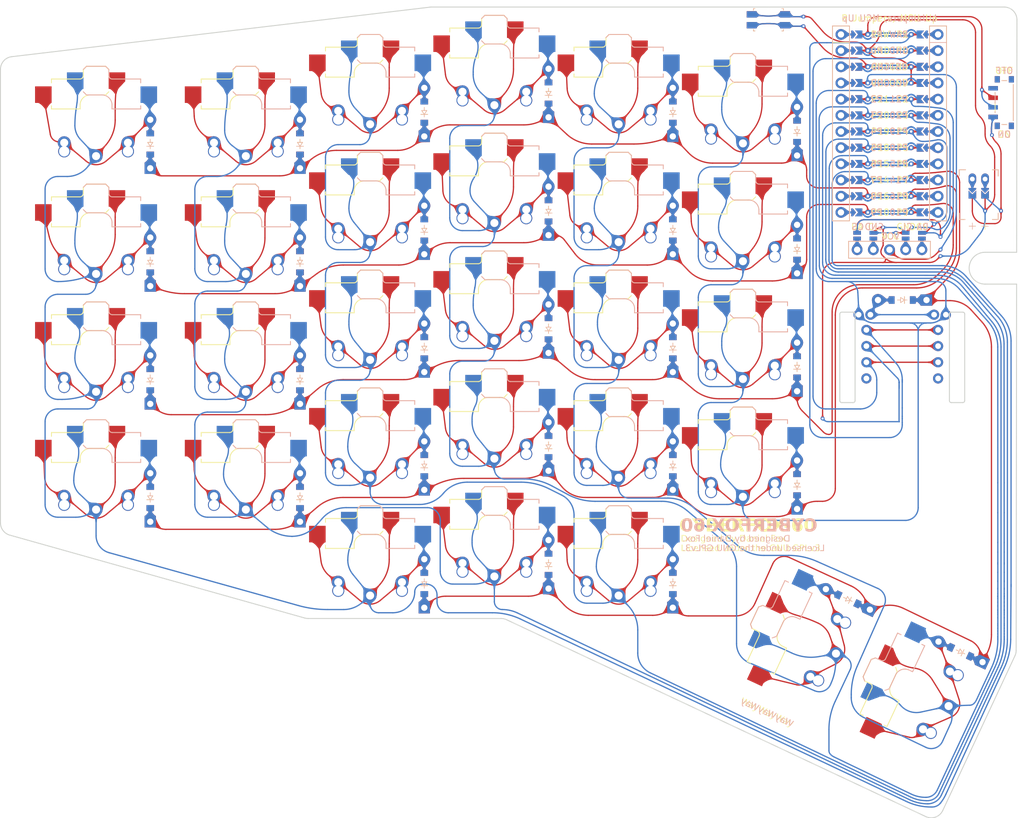
<source format=kicad_pcb>
(kicad_pcb (version 20240108) (generator "pcbnew") (generator_version "8.0")
  (title_block (title "reversible") (date "2024-07-28") (rev "0.5.0") (company "Daniel Fox"))
  (layers (0 "F.Cu" signal) (31 "B.Cu" signal) (34 "B.Paste" user) (35 "F.Paste" user) (36 "B.SilkS" user "B.Silkscreen") (37 "F.SilkS" user "F.Silkscreen") (38 "B.Mask" user) (39 "F.Mask" user) (44 "Edge.Cuts" user))
  (net 0 "")
  (net 1 "P14")
  (net 2 "outer_bottom")
  (net 3 "GND")
  (net 4 "outer_home")
  (net 5 "outer_top")
  (net 6 "outer_num")
  (net 7 "P15")
  (net 8 "pinky_bottom")
  (net 9 "pinky_home")
  (net 10 "pinky_top")
  (net 11 "pinky_num")
  (net 12 "ring_mod")
  (net 13 "P18")
  (net 14 "ring_bottom")
  (net 15 "ring_home")
  (net 16 "ring_top")
  (net 17 "ring_num")
  (net 18 "middle_mod")
  (net 19 "P19")
  (net 20 "middle_bottom")
  (net 21 "middle_home")
  (net 22 "middle_top")
  (net 23 "middle_num")
  (net 24 "index_mod")
  (net 25 "P20")
  (net 26 "index_bottom")
  (net 27 "index_home")
  (net 28 "index_top")
  (net 29 "index_num")
  (net 30 "P21")
  (net 31 "inner_bottom")
  (net 32 "inner_home")
  (net 33 "inner_top")
  (net 34 "inner_num")
  (net 35 "space_cluster")
  (net 36 "extra_cluster")
  (net 37 "P8")
  (net 38 "P9")
  (net 39 "P10")
  (net 40 "P16")
  (net 41 "P7")
  (net 42 "OPTION")
  (net 43 "P1")
  (net 44 "P0")
  (net 45 "unused")
  (net 46 "RAW")
  (net 47 "RST")
  (net 48 "VCC")
  (net 49 "P2")
  (net 50 "P3")
  (net 51 "P4")
  (net 52 "P5")
  (net 53 "P6")
  (net 54 "MCU1_24")
  (net 55 "MCU1_1")
  (net 56 "MCU1_23")
  (net 57 "MCU1_2")
  (net 58 "MCU1_22")
  (net 59 "MCU1_3")
  (net 60 "MCU1_21")
  (net 61 "MCU1_4")
  (net 62 "MCU1_20")
  (net 63 "MCU1_5")
  (net 64 "MCU1_19")
  (net 65 "MCU1_6")
  (net 66 "MCU1_18")
  (net 67 "MCU1_7")
  (net 68 "MCU1_17")
  (net 69 "MCU1_8")
  (net 70 "MCU1_16")
  (net 71 "MCU1_9")
  (net 72 "MCU1_15")
  (net 73 "MCU1_10")
  (net 74 "MCU1_14")
  (net 75 "MCU1_11")
  (net 76 "MCU1_13")
  (net 77 "MCU1_12")
  (net 78 "DISP1_1")
  (net 79 "DISP1_2")
  (net 80 "DISP1_4")
  (net 81 "DISP1_5")
  (net 82 "BAT_P")
  (net 83 "JST1_1")
  (net 84 "JST1_2")
  (footprint "ceoloide:mounting_hole_npth" (layer "F.Cu") (at 125 20)
    (property "Reference" "MH3" (hide yes))
    (property "Value" "")
  )
  (footprint "ceoloide:mounting_hole_npth" (layer "F.Cu") (at 41 34.402381)
    (property "Reference" "MH4" (hide yes))
    (property "Value" "")
  )
  (footprint "ceoloide:battery_connector_jst_ph_2" (layer "F.Cu") (at 167.999996 43.902381)
    (property "Reference" "JST1" (hide yes))
    (property "Value" "")
  )
  (footprint "ceoloide:mounting_hole_npth" (layer "F.Cu") (at 101.499998 54.902377)
    (property "Reference" "MH6" (hide yes))
    (property "Value" "")
  )
  (footprint "ceoloide:reset_switch_smd_side" (layer "F.Cu") (at 134.999995 18.90238)
    (property "Reference" "RST1" (hide yes))
    (property "Value" "")
  )
  (footprint "ceoloide:display_nice_view" (layer "F.Cu") (at 153.999997 38.3)
    (property "Reference" "DISP1" (hide yes))
    (property "Value" "")
  )
  (footprint "RollerEncoder_Panasonic_EVQWGD001" (layer "F.Cu") (at 156.000001 71.402381)
    (property "Reference" "")
    (property "Value" "EVQWGD001")
    (fp_line (start -9.8 7.3) (end -9.8 -6.3) (stroke (width 0.15)) (layer "Edge.Cuts"))
    (fp_line (start -9.5 -6.599999) (end -7.7 -6.600001) (stroke (width 0.15)) (layer "Edge.Cuts"))
    (fp_line (start -7.699999 7.6) (end -9.500001 7.6) (stroke (width 0.15)) (layer "Edge.Cuts"))
    (fp_line (start -7.400002 -6.300001) (end -7.4 7.299998) (stroke (width 0.15)) (layer "Edge.Cuts"))
    (fp_line (start 7.4 -6.299999) (end 7.399998 7.299998) (stroke (width 0.15)) (layer "Edge.Cuts"))
    (fp_line (start 7.7 7.6) (end 9.5 7.600001) (stroke (width 0.15)) (layer "Edge.Cuts"))
    (fp_line (start 9.5 -6.6) (end 7.7 -6.6) (stroke (width 0.15)) (layer "Edge.Cuts"))
    (fp_line (start 9.8 7.3) (end 9.800001 -6.3) (stroke (width 0.15)) (layer "Edge.Cuts"))
    (fp_arc (start -9.8 -6.3) (mid -9.712132 -6.512132) (end -9.5 -6.599999) (stroke (width 0.15)) (layer "Edge.Cuts"))
    (fp_arc (start -9.500001 7.6) (mid -9.712131 7.512131) (end -9.8 7.3) (stroke (width 0.15)) (layer "Edge.Cuts"))
    (fp_arc (start -7.7 -6.600001) (mid -7.487868 -6.512133) (end -7.400002 -6.300001) (stroke (width 0.15)) (layer "Edge.Cuts"))
    (fp_arc (start -7.4 7.299998) (mid -7.487866 7.512132) (end -7.699999 7.6) (stroke (width 0.15)) (layer "Edge.Cuts"))
    (fp_arc (start 7.4 -6.299999) (mid 7.487868 -6.512132) (end 7.7 -6.6) (stroke (width 0.15)) (layer "Edge.Cuts"))
    (fp_arc (start 7.7 7.6) (mid 7.487867 7.512131) (end 7.399998 7.299998) (stroke (width 0.15)) (layer "Edge.Cuts"))
    (fp_arc (start 9.5 -6.6) (mid 9.712132 -6.512132) (end 9.800001 -6.3) (stroke (width 0.15)) (layer "Edge.Cuts"))
    (fp_arc (start 9.8 7.3) (mid 9.712132 7.512132) (end 9.5 7.600001) (stroke (width 0.15)) (layer "Edge.Cuts"))
  )
  (footprint "ceoloide:mounting_hole_npth" (layer "F.Cu") (at 164.5 110.5 65)
    (property "Reference" "MH1" (hide yes))
    (property "Value" "")
  )
  (footprint "ceoloide:mounting_hole_npth" (layer "F.Cu") (at 40.999994 89.902379)
    (property "Reference" "MH5" (hide yes))
    (property "Value" "")
  )
  (footprint "ceoloide:mounting_hole_npth" (layer "F.Cu") (at 120.5 117)
    (property "Reference" "MH7" (hide yes))
    (property "Value" "")
  )
  (footprint "ceoloide:mounting_hole_npth" (layer "F.Cu") (at 164.5 87.5)
    (property "Reference" "MH2" (hide yes))
    (property "Value" "")
  )
  (footprint "ceoloide:mcu_nice_nano" (layer "F.Cu") (at 153.999995 33.902382)
    (property "Reference" "MCU1" (hide yes))
    (property "Value" "")
  )
  (footprint "ceoloide:power_switch_smd_side" (layer "F.Cu") (at 171.999993 31.90238)
    (property "Reference" "PWR1" (hide yes))
    (property "Value" "")
  )
  (footprint "ceoloide:switch_choc_v1_v2" (layer "B.Cu") (at 91.999997 81.90238)
    (property "Reference" "S15" (hide yes))
    (property "Value" "")
  )
  (footprint "ceoloide:diode_tht_sod123" (layer "B.Cu") (at 119.999995 33.402382 90)
    (property "Reference" "D23" (hide yes))
    (property "Value" "")
  )
  (footprint "ceoloide:switch_choc_v1_v2" (layer "B.Cu") (at 72.499994 103.402381)
    (property "Reference" "S9" (hide yes))
    (property "Value" "")
  )
  (footprint "ceoloide:diode_tht_sod123" (layer "B.Cu") (at 61.499995 93.902381 90)
    (property "Reference" "D5" (hide yes))
    (property "Value" "")
  )
  (footprint "ceoloide:switch_choc_v1_v2" (layer "B.Cu") (at 140.254612 115.916368 65)
    (property "Reference" "S28" (hide yes))
    (property "Value" "")
  )
  (footprint "ceoloide:diode_tht_sod123" (layer "B.Cu") (at 165.145098 118.144281 155)
    (property "Reference" "D29" (hide yes))
    (property "Value" "")
  )
  (footprint "ceoloide:switch_choc_v1_v2" (layer "B.Cu") (at 91.999994 63.40238)
    (property "Reference" "S16" (hide yes))
    (property "Value" "")
  )
  (footprint "ceoloide:switch_choc_v1_v2" (layer "B.Cu") (at 111.499997 47.902378)
    (property "Reference" "S22" (hide yes))
    (property "Value" "")
  )
  (footprint "ceoloide:diode_tht_sod123" (layer "B.Cu") (at 80.999996 33.402378 90)
    (property "Reference" "D13" (hide yes))
    (property "Value" "")
  )
  (footprint "ceoloide:switch_choc_v1_v2" (layer "B.Cu") (at 111.499997 66.40238)
    (property "Reference" "S21" (hide yes))
    (property "Value" "")
  )
  (footprint "ceoloide:diode_tht_sod123" (layer "B.Cu") (at 100.499996 48.902379 90)
    (property "Reference" "D17" (hide yes))
    (property "Value" "")
  )
  (footprint "ceoloide:switch_choc_v1_v2" (layer "B.Cu") (at 72.499997 84.902378)
    (property "Reference" "S10" (hide yes))
    (property "Value" "")
  )
  (footprint "ceoloide:switch_choc_v1_v2" (layer "B.Cu") (at 157.927613 124.157426 65)
    (property "Reference" "S29" (hide yes))
    (property "Value" "")
  )
  (footprint "ceoloide:diode_tht_sod123" (layer "B.Cu") (at 61.499999 75.402375 90)
    (property "Reference" "D6" (hide yes))
    (property "Value" "")
  )
  (footprint "ceoloide:diode_tht_sod123" (layer "B.Cu") (at 37.999996 93.902381 90)
    (property "Reference" "D1" (hide yes))
    (property "Value" "")
  )
  (footprint "ceoloide:diode_tht_sod123" (layer "B.Cu") (at 155.999998 62.90238 180)
    (property "Reference" "D30" (hide yes))
    (property "Value" "")
  )
  (footprint "ceoloide:switch_choc_v1_v2" (layer "B.Cu") (at 130.999995 87.902378)
    (property "Reference" "S24" (hide yes))
    (property "Value" "")
  )
  (footprint "ceoloide:switch_choc_v1_v2" (layer "B.Cu") (at 52.999996 34.402375)
    (property "Reference" "S8" (hide yes))
    (property "Value" "")
  )
  (footprint "ceoloide:diode_tht_sod123" (layer "B.Cu") (at 80.999994 51.902377 90)
    (property "Reference" "D12" (hide yes))
    (property "Value" "")
  )
  (footprint "ceoloide:switch_choc_v1_v2" (layer "B.Cu") (at 72.5 66.402379)
    (property "Reference" "S11" (hide yes))
    (property "Value" "")
  )
  (footprint "ceoloide:diode_tht_sod123" (layer "B.Cu") (at 100.499996 30.402379 90)
    (property "Reference" "D18" (hide yes))
    (property "Value" "")
  )
  (footprint "ceoloide:switch_choc_v1_v2" (layer "B.Cu") (at 130.999997 32.402375)
    (property "Reference" "S27" (hide yes))
    (property "Value" "")
  )
  (footprint "ceoloide:diode_tht_sod123" (layer "B.Cu") (at 139.499999 73.402377 90)
    (property "Reference" "D25" (hide yes))
    (property "Value" "")
  )
  (footprint "ceoloide:diode_tht_sod123" (layer "B.Cu") (at 119.999995 107.402381 90)
    (property "Reference" "D19" (hide yes))
    (property "Value" "")
  )
  (footprint "ceoloide:switch_choc_v1_v2" (layer "B.Cu") (at 29.499998 34.402381)
    (property "Reference" "S4" (hide yes))
    (property "Value" "")
  )
  (footprint "ceoloide:diode_tht_sod123" (layer "B.Cu") (at 80.999995 70.402382 90)
    (property "Reference" "D11" (hide yes))
    (property "Value" "")
  )
  (footprint "ceoloide:switch_choc_v1_v2" (layer "B.Cu") (at 52.999994 52.90238)
    (property "Reference" "S7" (hide yes))
    (property "Value" "")
  )
  (footprint "ceoloide:diode_tht_sod123" (layer "B.Cu") (at 139.5 91.90238 90)
    (property "Reference" "D24" (hide yes))
    (property "Value" "")
  )
  (footprint "ceoloide:switch_choc_v1_v2" (layer "B.Cu") (at 91.999998 100.402379)
    (property "Reference" "S14" (hide yes))
    (property "Value" "")
  )
  (footprint "ceoloide:diode_tht_sod123" (layer "B.Cu") (at 119.999996 88.902378 90)
    (property "Reference" "D20" (hide yes))
    (property "Value" "")
  )
  (footprint "ceoloide:diode_tht_sod123" (layer "B.Cu") (at 139.500001 36.40238 90)
    (property "Reference" "D27" (hide yes))
    (property "Value" "")
  )
  (footprint "ceoloide:diode_tht_sod123" (layer "B.Cu") (at 80.999996 107.402379 90)
    (property "Reference" "D9" (hide yes))
    (property "Value" "")
  )
  (footprint "ceoloide:diode_tht_sod123" (layer "B.Cu") (at 80.999995 88.902379 90)
    (property "Reference" "D10" (hide yes))
    (property "Value" "")
  )
  (footprint "ceoloide:switch_choc_v1_v2" (layer "B.Cu") (at 29.499993 89.902377)
    (property "Reference" "S1" (hide yes))
    (property "Value" "")
  )
  (footprint "ceoloide:switch_choc_v1_v2" (layer "B.Cu") (at 72.5 47.90238)
    (property "Reference" "S12" (hide yes))
    (property "Value" "")
  )
  (footprint "ceoloide:diode_tht_sod123" (layer "B.Cu") (at 37.999998 56.902376 90)
    (property "Reference" "D3" (hide yes))
    (property "Value" "")
  )
  (footprint "ceoloide:switch_choc_v1_v2" (layer "B.Cu") (at 52.999997 89.902379)
    (property "Reference" "S5" (hide yes))
    (property "Value" "")
  )
  (footprint "ceoloide:switch_choc_v1_v2" (layer "B.Cu") (at 29.499997 71.402378)
    (property "Reference" "S2" (hide yes))
    (property "Value" "")
  )
  (footprint "ceoloide:diode_tht_sod123" (layer "B.Cu") (at 147.472101 109.903221 155)
    (property "Reference" "D28" (hide yes))
    (property "Value" "")
  )
  (footprint "ceoloide:diode_tht_sod123" (layer "B.Cu") (at 100.499993 67.402379 90)
    (property "Reference" "D16" (hide yes))
    (property "Value" "")
  )
  (footprint "ceoloide:switch_choc_v1_v2" (layer "B.Cu") (at 130.999995 50.902383)
    (property "Reference" "S26" (hide yes))
    (property "Value" "")
  )
  (footprint "ceoloide:diode_tht_sod123" (layer "B.Cu") (at 37.999993 75.40238 90)
    (property "Reference" "D2" (hide yes))
    (property "Value" "")
  )
  (footprint "ceoloide:switch_choc_v1_v2" (layer "B.Cu") (at 130.999994 69.402379)
    (property "Reference" "S25" (hide yes))
    (property "Value" "")
  )
  (footprint "ceoloide:diode_tht_sod123" (layer "B.Cu") (at 61.499993 56.902383 90)
    (property "Reference" "D7" (hide yes))
    (property "Value" "")
  )
  (footprint "ceoloide:diode_tht_sod123" (layer "B.Cu") (at 119.99999 51.902376 90)
    (property "Reference" "D22" (hide yes))
    (property "Value" "")
  )
  (footprint "ceoloide:diode_tht_sod123" (layer "B.Cu") (at 119.999995 70.40238 90)
    (property "Reference" "D21" (hide yes))
    (property "Value" "")
  )
  (footprint "ceoloide:diode_tht_sod123" (layer "B.Cu") (at 37.999992 38.402381 90)
    (property "Reference" "D4" (hide yes))
    (property "Value" "")
  )
  (footprint "ceoloide:diode_tht_sod123" (layer "B.Cu") (at 100.499993 104.402378 90)
    (property "Reference" "D14" (hide yes))
    (property "Value" "")
  )
  (footprint "ceoloide:switch_choc_v1_v2" (layer "B.Cu") (at 91.999999 44.902376)
    (property "Reference" "S17" (hide yes))
    (property "Value" "")
  )
  (footprint "ceoloide:switch_choc_v1_v2" (layer "B.Cu") (at 72.499993 29.402383)
    (property "Reference" "S13" (hide yes))
    (property "Value" "")
  )
  (footprint "ceoloide:switch_choc_v1_v2" (layer "B.Cu") (at 111.499997 103.402381)
    (property "Reference" "S19" (hide yes))
    (property "Value" "")
  )
  (footprint "ceoloide:switch_choc_v1_v2" (layer "B.Cu") (at 111.499995 84.902376)
    (property "Reference" "S20" (hide yes))
    (property "Value" "")
  )
  (footprint "ceoloide:switch_choc_v1_v2" (layer "B.Cu") (at 29.499995 52.90238)
    (property "Reference" "S3" (hide yes))
    (property "Value" "")
  )
  (footprint "ceoloide:diode_tht_sod123" (layer "B.Cu") (at 100.499994 85.902378 90)
    (property "Reference" "D15" (hide yes))
    (property "Value" "")
  )
  (footprint "ceoloide:diode_tht_sod123" (layer "B.Cu") (at 139.499998 54.90238 90)
    (property "Reference" "D26" (hide yes))
    (property "Value" "")
  )
  (footprint "ceoloide:switch_choc_v1_v2" (layer "B.Cu") (at 92 26.402384)
    (property "Reference" "S18" (hide yes))
    (property "Value" "")
  )
  (footprint "ceoloide:diode_tht_sod123" (layer "B.Cu") (at 61.499995 38.402381 90)
    (property "Reference" "D8" (hide yes))
    (property "Value" "")
  )
  (footprint "ceoloide:switch_choc_v1_v2" (layer "B.Cu") (at 111.499994 29.402377)
    (property "Reference" "S23" (hide yes))
    (property "Value" "")
  )
  (footprint "ceoloide:switch_choc_v1_v2" (layer "B.Cu") (at 52.999992 71.402378)
    (property "Reference" "S6" (hide yes))
    (property "Value" "")
  )
  (gr_line (start 93.053503 112.902378) (end 62.775891 112.902379) (stroke (width 0.15)) (layer "Edge.Cuts"))
  (gr_arc (start 171.997524 16.902374) (mid 173.412604 17.489043) (end 173.997518 18.904847) (stroke (width 0.15)) (layer "Edge.Cuts"))
  (gr_arc (start 168.999993 60.402377) (mid 166.500021 57.902398) (end 168.999997 55.402375) (stroke (width 0.15)) (layer "Edge.Cuts"))
  (gr_arc (start 81.88271 16.916276) (mid 82.0002 16.905851) (end 82.1181 16.902378) (stroke (width 0.15)) (layer "Edge.Cuts"))
  (gr_arc (start 173.875271 117.911055) (mid 173.827599 118.342672) (end 173.687889 118.753825) (stroke (width 0.15)) (layer "Edge.Cuts"))
  (gr_arc (start 162.360879 143.044668) (mid 161.229523 144.079788) (end 159.697669 144.009539) (stroke (width 0.15)) (layer "Edge.Cuts"))
  (gr_line (start 168.999993 60.402377) (end 173.946282 60.402377) (stroke (width 0.15)) (layer "Edge.Cuts"))
  (gr_line (start 159.697669 144.009539) (end 93.904096 113.092271) (stroke (width 0.15)) (layer "Edge.Cuts"))
  (gr_line (start 173.687889 118.753825) (end 162.360879 143.044668) (stroke (width 0.15)) (layer "Edge.Cuts"))
  (gr_line (start 62.234403 112.827682) (end 15.958503 99.812584) (stroke (width 0.15)) (layer "Edge.Cuts"))
  (gr_arc (start 15.958503 99.812584) (mid 14.905798 99.094967) (end 14.499998 97.887283) (stroke (width 0.15)) (layer "Edge.Cuts"))
  (gr_arc (start 93.053503 112.902378) (mid 93.489269 112.950429) (end 93.904096 113.092271) (stroke (width 0.15)) (layer "Edge.Cuts"))
  (gr_line (start 16.264606 24.693242) (end 81.88271 16.916276) (stroke (width 0.15)) (layer "Edge.Cuts"))
  (gr_arc (start 14.499998 26.679343) (mid 15.004889 25.350961) (end 16.264606 24.693242) (stroke (width 0.15)) (layer "Edge.Cuts"))
  (gr_line (start 173.952456 55.40238) (end 168.999997 55.402375) (stroke (width 0.15)) (layer "Edge.Cuts"))
  (gr_line (start 173.997518 18.904847) (end 173.952456 55.40238) (stroke (width 0.15)) (layer "Edge.Cuts"))
  (gr_line (start 14.499998 97.887283) (end 14.499998 26.679343) (stroke (width 0.15)) (layer "Edge.Cuts"))
  (gr_arc (start 62.775891 112.902379) (mid 62.502583 112.883617) (end 62.234403 112.827682) (stroke (width 0.15)) (layer "Edge.Cuts"))
  (gr_line (start 82.1181 16.902378) (end 171.997524 16.902374) (stroke (width 0.15)) (layer "Edge.Cuts"))
  (gr_line (start 173.946282 60.402377) (end 173.875271 117.911055) (stroke (width 0.15)) (layer "Edge.Cuts"))
  (gr_text "WayWayWay" (at 134.760575 127.698366 -25) (layer "B.SilkS") (effects (font (size 1 1) (thickness 0.2)) (justify mirror)))
  (gr_text "Designed by Daniel Fox." (at 121.499998 100.402379 0) (layer "B.SilkS") (effects (font (size 1 1) (thickness 0.2)) (justify right mirror)))
  (gr_text "CYBERFOX-60" (at 121.24999 98.402377 0) (layer "B.SilkS") (effects (font (size 2 2) (thickness 0.15) (bold yes)) (justify right mirror)))
  (gr_text "Licensed under the GNU GPLv3." (at 121.499997 101.90238 0) (layer "B.SilkS") (effects (font (size 1 1) (thickness 0.2)) (justify right mirror)))
  (gr_text "Licensed under the GNU GPLv3." (at 121.249997 101.902381 0) (layer "F.SilkS") (effects (font (size 1 1) (thickness 0.25)) (justify left)))
  (gr_text "CYBERFOX-60" (at 120.999998 98.402381 0) (layer "F.SilkS") (effects (font (size 2 2) (thickness 0.15) (bold yes)) (justify left)))
  (gr_text "Designed by Daniel Fox." (at 121.249998 100.402379 0) (layer "F.SilkS") (effects (font (size 1 1) (thickness 0.25)) (justify left)))
  (gr_text "WayWayWay" (at 134.760575 127.698366 -25) (layer "F.SilkS") (effects (font (size 1 1) (thickness 0.25))))
  (segment (start 32.499997 32.883772) (end 32.499996 34.635223) (width 0.2) (layer "F.Cu") (net 1))
  (segment (start 32.499994 72.316116) (end 32.499994 69.13507) (width 0.2) (layer "F.Cu") (net 1))
  (segment (start 32.637496 29.92738) (end 32.774995 28.452381) (width 0.2) (layer "F.Cu") (net 1))
  (segment (start 32.499996 52.621634) (end 32.499996 49.887024) (width 0.2) (layer "F.Cu") (net 1))
  (segment (start 30.999996 75.852379) (end 29.499997 77.302378) (width 0.2) (layer "F.Cu") (net 1))
  (segment (start 75.637491 98.677379) (end 75.774989 97.452381) (width 0.2) (layer "F.Cu") (net 1))
  (segment (start 32.637496 47.927379) (end 32.774997 46.952381) (width 0.2) (layer "F.Cu") (net 1))
  (segment (start 30.999995 94.602377) (end 29.499997 95.802377) (width 0.2) (layer "F.Cu") (net 1))
  (segment (start 32.637493 66.677378) (end 32.774992 65.452378) (width 0.2) (layer "F.Cu") (net 1))
  (segment (start 73.999999 107.602379) (end 72.499997 109.30238) (width 0.2) (layer "F.Cu") (net 1))
  (segment (start 32.499995 91.48144) (end 32.499998 87.635072) (width 0.2) (layer "F.Cu") (net 1))
  (segment (start 149.224993 44.062379) (end 150.599996 44.062379) (width 0.25) (layer "F.Cu") (net 1))
  (segment (start 30.999995 38.602378) (end 29.499994 40.302377) (width 0.2) (layer "F.Cu") (net 1))
  (segment (start 75.499997 103.635219) (end 75.499994 101.135068) (width 0.2) (layer "F.Cu") (net 1))
  (segment (start 32.637496 85.177379) (end 32.774994 83.952379) (width 0.2) (layer "F.Cu") (net 1))
  (segment (start 31.109403 56.71015) (end 29.499996 58.802382) (width 0.2) (layer "F.Cu") (net 1))
  (arc (start 32.637496 47.927379) (mid 32.534413 48.904792) (end 32.499996 49.887024) (width 0.2) (layer "F.Cu") (net 1))
  (arc (start 75.499997 103.635219) (mid 75.112476 105.755853) (end 73.999999 107.602379) (width 0.2) (layer "F.Cu") (net 1))
  (arc (start 32.637493 66.677378) (mid 32.534395 67.904302) (end 32.499994 69.13507) (width 0.2) (layer "F.Cu") (net 1))
  (arc (start 32.499994 72.316116) (mid 32.109492 74.236738) (end 30.999996 75.852379) (width 0.2) (layer "F.Cu") (net 1))
  (arc (start 75.637491 98.677379) (mid 75.534394 99.904302) (end 75.499994 101.135068) (width 0.2) (layer "F.Cu") (net 1))
  (arc (start 30.999995 94.602377) (mid 32.105528 93.212786) (end 32.499995 91.48144) (width 0.2) (layer "F.Cu") (net 1))
  (arc (start 32.499996 52.621634) (mid 32.142836 54.780899) (end 31.109403 56.71015) (width 0.2) (layer "F.Cu") (net 1))
  (arc (start 32.499998 87.635072) (mid 32.534399 86.404304) (end 32.637496 85.177379) (width 0.2) (layer "F.Cu") (net 1))
  (arc (start 32.499996 34.635223) (mid 32.112473 36.755855) (end 30.999995 38.602378) (width 0.2) (layer "F.Cu") (net 1))
  (arc (start 32.499997 32.883772) (mid 32.53439 31.403978) (end 32.637496 29.92738) (width 0.2) (layer "F.Cu") (net 1))
  (segment (start 29.499997 60.40119) (end 29.499995 58.80238) (width 0.2) (layer "B.Cu") (net 1))
  (segment (start 69.464238 101.339404) (end 69.505512 101.236216) (width 0.2) (layer "B.Cu") (net 1))
  (segment (start 26.473507 48.491543) (end 26.224995 46.95238) (width 0.2) (layer "B.Cu") (net 1))
  (segment (start 83 110.25) (end 83 109.207106) (width 0.2) (layer "B.Cu") (net 1))
  (segment (start 26.676698 69.5) (end 26.640936 69.589404) (width 0.2) (layer "B.Cu") (net 1))
  (segment (start 29.499997 77.302378) (end 27.749998 77.901189) (width 0.2) (layer "B.Cu") (net 1))
  (segment (start 150.633541 43.401951) (end 150.599997 44.062381) (width 0.2) (layer "B.Cu") (net 1))
  (segment (start 29.499998 40.302381) (end 27.030658 37.662825) (width 0.2) (layer "B.Cu") (net 1))
  (segment (start 23.499998 43.5) (end 24.970544 43.5) (width 0.2) (layer "B.Cu") (net 1))
  (segment (start 29.499998 78.651189) (end 29.499997 77.302378) (width 0.2) (layer "B.Cu") (net 1))
  (segment (start 160.513276 142.5) (end 160.706108 142.5) (width 0.2) (layer "B.Cu") (net 1))
  (segment (start 26.334423 97) (end 23.499998 97) (width 0.2) (layer "B.Cu") (net 1))
  (segment (start 26.502791 88.491624) (end 26.395283 88.814145) (width 0.2) (layer "B.Cu") (net 1))
  (segment (start 72.499994 109.302381) (end 69.788825 105.969666) (width 0.2) (layer "B.Cu") (net 1))
  (segment (start 156.284868 141.452534) (end 156.548257 141.577083) (width 0.2) (layer "B.Cu") (net 1))
  (segment (start 145.000394 56.646446) (end 145.013689 44.74198) (width 0.2) (layer "B.Cu") (net 1))
  (segment (start 28.65222 95.00247) (end 26.909177 93.357843) (width 0.2) (layer "B.Cu") (net 1))
  (segment (start 165.995171 59.16958) (end 171.561152 65.384823) (width 0.2) (layer "B.Cu") (net 1))
  (segment (start 156.237603 43.842379) (end 150.819995 43.842379) (width 0.25) (layer "B.Cu") (net 1))
  (segment (start 21.5 45.499998) (end 21.5 58.000001) (width 0.2) (layer "B.Cu") (net 1))
  (segment (start 156.548257 141.577083) (end 156.679952 141.639358) (width 0.2) (layer "B.Cu") (net 1))
  (segment (start 26.450848 29.60119) (end 26.224998 28.452381) (width 0.2) (layer "B.Cu") (net 1))
  (segment (start 26.612496 85.476188) (end 26.224993 83.952377) (width 0.2) (layer "B.Cu") (net 1))
  (segment (start 31.527187 102.566419) (end 61.253746 110.87237) (width 0.2) (layer "B.Cu") (net 1))
  (segment (start 145.853553 57.5) (end 162.258786 57.5) (width 0.2) (layer "B.Cu") (net 1))
  (segment (start 21.5 95.000001) (end 21.5 81.999998) (width 0.2) (layer "B.Cu") (net 1))
  (segment (start 26.743115 66.975438) (end 26.224997 65.452378) (width 0.2) (layer "B.Cu") (net 1))
  (segment (start 27.465553 56.933787) (end 29.499995 58.80238) (width 0.2) (layer "B.Cu") (net 1))
  (segment (start 158.600148 44.062379) (end 158.774994 44.06238) (width 0.25) (layer "B.Cu") (net 1))
  (segment (start 84.75 112) (end 91.685312 112) (width 0.2) (layer "B.Cu") (net 1))
  (segment (start 157.912654 43.54973) (end 158.301667 43.938743) (width 0.25) (layer "B.Cu") (net 1))
  (segment (start 72.499994 109.302381) (end 72.499997 110.65119) (width 0.2) (layer "B.Cu") (net 1))
  (segment (start 27.415965 59.426349) (end 29.499995 58.80238) (width 0.2) (layer "B.Cu") (net 1))
  (segment (start 173.015428 116.18384) (end 173.073047 107.534063) (width 0.2) (layer "B.Cu") (net 1))
  (segment (start 26.969347 74.216543) (end 29.499997 77.302378) (width 0.2) (layer "B.Cu") (net 1))
  (segment (start 161.996985 141.881345) (end 161.997195 141.881084) (width 0.2) (layer "B.Cu") (net 1))
  (segment (start 23.499998 62) (end 27.901189 62) (width 0.2) (layer "B.Cu") (net 1))
  (segment (start 71.249997 110.40119) (end 72.499994 109.302381) (width 0.2) (layer "B.Cu") (net 1))
  (segment (start 23.499998 78.5) (end 24.150386 78.5) (width 0.2) (layer "B.Cu") (net 1))
  (segment (start 29.499998 40.302381) (end 28.249999 41.90119) (width 0.2) (layer "B.Cu") (net 1))
  (segment (start 65.832289 111.5) (end 68.335705 111.5) (width 0.2) (layer "B.Cu") (net 1))
  (segment (start 29.499994 96.967953) (end 29.499997 99.895167) (width 0.2) (layer "B.Cu") (net 1))
  (segment (start 28.151188 80) (end 23.499998 80) (width 0.2) (layer "B.Cu") (net 1))
  (segment (start 28.999994 96.101782) (end 28.499996 96.401188) (width 0.2) (layer "B.Cu") (net 1))
  (segment (start 156.88734 43.549728) (end 156.84719 43.589878) (width 0.25) (layer "B.Cu") (net 1))
  (segment (start 29.499994 96.967953) (end 29.499993 96.385165) (width 0.2) (layer "B.Cu") (net 1))
  (segment (start 147.016383 42.741521) (end 150.005803 42.741521) (width 0.2) (layer "B.Cu") (net 1))
  (segment (start 76.085786 112) (end 73.848809 112) (width 0.2) (layer "B.Cu") (net 1))
  (segment (start 81.292893 107.5) (end 80.75 107.5) (width 0.2) (layer "B.Cu") (net 1))
  (segment (start 156.284868 141.452534) (end 156.153173 141.39026) (width 0.2) (layer "B.Cu") (net 1))
  (segment (start 155.626394 141.141163) (end 96.09253 112.989491) (width 0.2) (layer "B.Cu") (net 1))
  (segment (start 69.612497 98.72619) (end 69.224994 97.452381) (width 0.2) (layer "B.Cu") (net 1))
  (segment (start 26.176698 53.524754) (end 26.176698 54) (width 0.2) (layer "B.Cu") (net 1))
  (segment (start 78.499999 110.999999) (end 78.616116 110.883883) (width 0.2) (layer "B.Cu") (net 1))
  (segment (start 155.626394 141.141163) (end 156.153173 141.39026) (width 0.2) (layer "B.Cu") (net 1))
  (segment (start 21.5 76.500001) (end 21.5 63.999998) (width 0.2) (layer "B.Cu") (net 1))
  (segment (start 172.021126 120.5992) (end 162.827304 140.540095) (width 0.2) (layer "B.Cu") (net 1))
  (segment (start 173.072789 69.338682) (end 173.072789 107.927211) (width 0.2) (layer "B.Cu") (net 1))
  (segment (start 26.353474 33.012563) (end 26.511121 31.909032) (width 0.2) (layer "B.Cu") (net 1))
  (segment (start 161.996607 141.881816) (end 161.996418 141.882052) (width 0.2) (layer "B.Cu") (net 1))
  (arc (start 156.679952 141.639358) (mid 158.548901 142.282195) (end 160.513276 142.5) (width 0.2) (layer "B.Cu") (net 1))
  (arc (start 26.743115 66.975438) (mid 26.935825 68.243662) (end 26.676698 69.5) (width 0.2) (layer "B.Cu") (net 1))
  (arc (start 158.600148 44.062379) (mid 158.438611 44.030246) (end 158.301667 43.938743) (width 0.25) (layer "B.Cu") (net 1))
  (arc (start 69.505512 101.236216) (mid 69.773086 99.990328) (end 69.612497 98.72619) (width 0.2) (layer "B.Cu") (net 1))
  (arc (start 23.499998 62) (mid 22.085785 62.585785) (end 21.5 63.999998) (width 0.2) (layer "B.Cu") (net 1))
  (arc (start 24.150386 78.5) (mid 25.974926 78.349275) (end 27.749998 77.901189) (width 0.2) (layer "B.Cu") (net 1))
  (arc (start 26.353474 33.012563) (mid 26.220947 34.253144) (end 26.176698 35.5) (width 0.2) (layer "B.Cu") (net 1))
  (arc (start 26.473507 48.491543) (mid 26.56249 49.747868) (end 26.426698 51) (width 0.2) (layer "B.Cu") (net 1))
  (arc (start 21.5 81.999998) (mid 22.085785 80.585785) (end 23.499998 80) (width 0.2) (layer "B.Cu") (net 1))
  (arc (start 172.021126 120.5992) (mid 172.756337 118.445129) (end 173.015428 116.18384) (width 0.2) (layer "B.Cu") (net 1))
  (arc (start 80.75 107.5) (mid 79.866116 107.866116) (end 79.5 108.75) (width 0.2) (layer "B.Cu") (net 1))
  (arc (start 29.499994 96.967953) (mid 29.165115 96.393232) (end 28.499996 96.401188) (width 0.2) (layer "B.Cu") (net 1))
  (arc (start 161.997195 141.881084) (mid 161.421992 142.337276) (end 160.706108 142.5) (width 0.2) (layer "B.Cu") (net 1))
  (arc (start 24.970544 43.5) (mid 26.794757 43.079009) (end 28.249999 41.90119) (width 0.2) (layer "B.Cu") (net 1))
  (arc (start 69 103.75) (mid 69.203068 104.927833) (end 69.788825 105.969666) (width 0.2) (layer "B.Cu") (net 1))
  (arc (start 29.499998 78.651189) (mid 29.104941 79.604942) (end 28.151188 80) (width 0.2) (layer "B.Cu") (net 1))
  (arc (start 161.996985 141.881345) (mid 161.996796 141.88158) (end 161.996607 141.881816) (width 0.2) (layer "B.Cu") (net 1))
  (arc (start 81.292893 107.5) (mid 81.946174 107.629945) (end 82.5 108) (width 0.2) (layer "B.Cu") (net 1))
  (arc (start 26.334423 97) (mid 27.457842 96.847539) (end 28.499996 96.401188) (width 0.2) (layer "B.Cu") (net 1))
  (arc (start 91.685312 112) (mid 93.943777 112.250413) (end 96.09253 112.989491) (width 0.2) (layer "B.Cu") (net 1))
  (arc (start 21.5 45.499998) (mid 22.085785 44.085785) (end 23.499998 43.5) (width 0.2) (layer "B.Cu") (net 1))
  (arc (start 147.016383 42.741521) (mid 145.601054 43.327306) (end 145.013689 44.74198) (width 0.2) (layer "B.Cu") (net 1))
  (arc (start 26.176698 35.5) (mid 26.397916 36.662654) (end 27.030658 37.662825) (width 0.2) (layer "B.Cu") (net 1))
  (arc (start 26.969347 74.216543) (mid 26.38082 73.177004) (end 26.176698 72) (width 0.2) (layer "B.Cu") (net 1))
  (arc (start 28.65222 95.00247) (mid 28.923844 95.739673) (end 28.499996 96.401188) (width 0.2) (layer "B.Cu") (net 1))
  (arc (start 21.5 95.000001) (mid 22.085785 96.414213) (end 23.499998 97) (width 0.2) (layer "B.Cu") (net 1))
  (arc (start 145.25 57.25) (mid 145.526912 57.435027) (end 145.853553 57.5) (width 0.2) (layer "B.Cu") (net 1))
  (arc (start 29.499994 96.967953) (mid 29.279014 95.897691) (end 28.65222 95.00247) (width 0.2) (layer "B.Cu") (net 1))
  (arc (start 76.085786 112) (mid 77.392349 111.740108) (end 78.499999 110.999999) (width 0.2) (layer "B.Cu") (net 1))
  (arc (start 28.999994 96.101782) (mid 29.332554 96.097804) (end 29.499993 96.385165) (width 0.2) (layer "B.Cu") (net 1))
  (arc (start 31.527187 102.566419) (mid 30.064176 101.571851) (end 29.499997 99.895167) (width 0.2) (layer "B.Cu") (net 1))
  (arc (start 156.88734 43.549728) (mid 157.122548 43.392566) (end 157.399997 43.337379) (width 0.25) (layer "B.Cu") (net 1))
  (arc (start 26.395283 88.814145) (mid 26.099462 90.01614) (end 26 91.25) (width 0.2) (layer "B.Cu") (net 1))
  (arc (start 145.25 57.25) (mid 145.065082 56.973084) (end 145.000394 56.646446) (width 0.2) (layer "B.Cu") (net 1))
  (arc (start 83 110.25) (mid 83.512563 111.487436) (end 84.75 112) (width 0.2) (layer "B.Cu") (net 1))
  (arc (start 161.996418 141.882052) (mid 162.45297 141.236526) (end 162.827304 140.540095) (width 0.2) (layer "B.Cu") (net 1))
  (arc (start 27.415965 59.426349) (mid 25.478879 59.855826) (end 23.499998 60) (width 0.2) (layer "B.Cu") (net 1))
  (arc (start 165.995171 59.16958) (mid 164.305006 57.936378) (end 162.258786 57.5) (width 0.2) (layer "B.Cu") (net 1))
  (arc (start 83 109.207106) (mid 82.870054 108.553825) (end 82.5 108) (width 0.2) (layer "B.Cu") (net 1))
  (arc (start 26.176698 72) (mid 26.293814 70.772554) (end 26.640936 69.589404) (width 0.2) (layer "B.Cu") (net 1))
  (arc (start 73.848809 112) (mid 72.895055 111.604942) (end 72.499997 110.65119) (width 0.2) (layer "B.Cu") (net 1))
  (arc (start 156.237603 43.842379) (mid 156.567509 43.776756) (end 156.84719 43.589878) (width 0.25) (layer "B.Cu") (net 1))
  (arc (start 71.249997 110.40119) (mid 69.892984 111.216172) (end 68.335705 111.5) (width 0.2) (layer "B.Cu") (net 1))
  (arc (start 21.5 58.000001) (mid 22.085785 59.414213) (end 23.499998 60) (width 0.2) (layer "B.Cu") (net 1))
  (arc (start 26.176698 53.524754) (mid 26.23935 52.256203) (end 26.426698 51) (width 0.2) (layer "B.Cu") (net 1))
  (arc (start 173.072789 69.338682) (mid 172.681995 67.222196) (end 171.561152 65.384823) (width 0.2) (layer "B.Cu") (net 1))
  (arc (start 26.909177 93.357843) (mid 26.236983 92.397781) (end 26 91.25) (width 0.2) (layer "B.Cu") (net 1))
  (arc (start 61.253746 110.87237) (mid 63.521608 111.342362) (end 65.832289 111.5) (width 0.2) (layer "B.Cu") (net 1))
  (arc (start 69.464238 101.339404) (mid 69.117116 102.522554) (end 69 103.75) (width 0.2) (layer "B.Cu") (net 1))
  (arc (start 150.633541 43.401951) (mid 150.461386 42.937037) (end 150.005803 42.741521) (width 0.2) (layer "B.Cu") (net 1))
  (arc (start 157.912654 43.54973) (mid 157.677445 43.392568) (end 157.399997 43.337379) (width 0.25) (layer "B.Cu") (net 1))
  (arc (start 26.502791 88.491624) (mid 26.774256 86.991786) (end 26.612496 85.476188) (width 0.2) (layer "B.Cu") (net 1))
  (arc (start 26.450848 29.60119) (mid 26.578147 30.752573) (end 26.511121 31.909032) (width 0.2) (layer "B.Cu") (net 1))
  (arc (start 27.465553 56.933787) (mid 26.513117 55.602205) (end 26.176698 54) (width 0.2) (layer "B.Cu") (net 1))
  (arc (start 21.5 76.500001) (mid 22.085785 77.914213) (end 23.499998 78.5) (width 0.2) (layer "B.Cu") (net 1))
  (arc (start 27.901189 62) (mid 29.031718 61.531719) (end 29.499997 60.40119) (width 0.2) (layer "B.Cu") (net 1))
  (arc (start 78.616116 110.883883) (mid 79.270286 109.904849) (end 79.5 108.75) (width 0.2) (layer "B.Cu") (net 1))
  (segment (start 27.916023 96.571841) (end 24.499998 93.702378) (width 0.2) (layer "F.Cu") (net 2))
  (segment (start 37.999996 90.092377) (end 37.999997 92.252379) (width 0.2) (layer "F.Cu") (net 2))
  (segment (start 22.999998 93.052378) (end 24.499998 93.702378) (width 0.2) (layer "F.Cu") (net 2))
  (segment (start 21.428138 90.76918) (end 21.224998 86.152379) (width 0.2) (layer "F.Cu") (net 2))
  (segment (start 34.499993 93.702379) (end 37.999996 90.092377) (width 0.2) (layer "F.Cu") (net 2))
  (segment (start 34.499993 93.702379) (end 31.083972 96.57184) (width 0.2) (layer "F.Cu") (net 2))
  (arc (start 27.916023 96.571841) (mid 29.499997 97.148834) (end 31.083972 96.57184) (width 0.2) (layer "F.Cu") (net 2))
  (arc (start 22.999998 93.052378) (mid 21.88644 92.136333) (end 21.428138 90.76918) (width 0.2) (layer "F.Cu") (net 2))
  (segment (start 37.999996 90.092377) (end 37.999997 92.252379) (width 0.2) (layer "B.Cu") (net 2))
  (segment (start 37.774993 86.152377) (end 37.999995 90.09238) (width 0.2) (layer "B.Cu") (net 2))
  (segment (start 157.399997 26.282377) (end 158.774997 26.282377) (width 0.25) (layer "F.Cu") (net 3))
  (segment (start 154.325854 24.902377) (end 152.234089 24.902377) (width 0.2) (layer "F.Cu") (net 3))
  (segment (start 141.829248 18.778666) (end 143.525968 20.717778) (width 0.2) (layer "F.Cu") (net 3))
  (segment (start 157.399994 28.822382) (end 158.774997 28.822381) (width 0.25) (layer "F.Cu") (net 3))
  (segment (start 155.06066 57) (end 160.292893 57) (width 0.2) (layer "F.Cu") (net 3))
  (segment (start 153 54.328983) (end 153 51.5) (width 0.2) (layer "F.Cu") (net 3))
  (segment (start 137.37968 18.08509) (end 136.312494 18.227379) (width 0.2) (layer "F.Cu") (net 3))
  (segment (start 133.687495 18.227378) (end 132.374994 18.052379) (width 0.2) (layer "F.Cu") (net 3))
  (segment (start 150.599997 23.742378) (end 151.049995 24.322378) (width 0.2) (layer "F.Cu") (net 3))
  (segment (start 157.399997 26.282377) (end 156.449995 25.592377) (width 0.2) (layer "F.Cu") (net 3))
  (segment (start 147.238435 22.40238) (end 148.63316 22.40238) (width 0.2) (layer "F.Cu") (net 3))
  (segment (start 170.499997 40.463038) (end 170.499997 46.341711) (width 0.2) (layer "F.Cu") (net 3))
  (segment (start 168.999995 35.963037) (end 168.999994 36.841719) (width 0.2) (layer "F.Cu") (net 3))
  (segment (start 150.599997 23.742378) (end 149.224997 23.742377) (width 0.25) (layer "F.Cu") (net 3))
  (segment (start 150.599997 23.742378) (end 150.049995 23.072379) (width 0.2) (layer "F.Cu") (net 3))
  (segment (start 150.374995 70.132378) (end 161.624995 70.132376) (width 0.2) (layer "F.Cu") (net 3))
  (segment (start 150.599997 23.742378) (end 151.549996 22.822379) (width 0.2) (layer "F.Cu") (net 3))
  (segment (start 162 56) (end 161.5 56.5) (width 0.2) (layer "F.Cu") (net 3))
  (segment (start 152.91985 54.478145) (end 152.718413 54.968413) (width 0.2) (layer "F.Cu") (net 3))
  (segment (start 138.222477 18.40238) (end 140.499995 18.402382) (width 0.2) (layer "F.Cu") (net 3))
  (segment (start 167.499994 32.341717) (end 167.499994 20.902373) (width 0.2) (layer "F.Cu") (net 3))
  (segment (start 157.399997 26.282377) (end 157.399994 28.822382) (width 0.2) (layer "F.Cu") (net 3))
  (segment (start 152.654998 51.5) (end 153 51.5) (width 0.2) (layer "F.Cu") (net 3))
  (segment (start 153.999995 18.902375) (end 165.499996 18.902375) (width 0.2) (layer "F.Cu") (net 3))
  (segment (start 155.06066 57) (end 152.939339 57) (width 0.2) (layer "F.Cu") (net 3))
  (segment (start 143.5 81.5) (end 143.5 58.999998) (width 0.2) (layer "F.Cu") (net 3))
  (segment (start 152.499994 20.579921) (end 152.499994 20.402378) (width 0.2) (layer "F.Cu") (net 3))
  (segment (start 168.999993 48.902381) (end 168.999993 46.718377) (width 0.2) (layer "F.Cu") (net 3))
  (segment (start 168.999993 48.902381) (end 169.749995 48.152378) (width 0.2) (layer "F.Cu") (net 3))
  (segment (start 152.066042 51.743953) (end 151.459998 52.349998) (width 0.2) (layer "F.Cu") (net 3))
  (segment (start 152.906379 55.906379) (end 153.25 56.25) (width 0.2) (layer "F.Cu") (net 3))
  (segment (start 140.499995 18.402382) (end 140.999995 18.402379) (width 0.2) (layer "F.Cu") (net 3))
  (segment (start 152.939339 57) (end 145.499998 57) (width 0.2) (layer "F.Cu") (net 3))
  (via (at 153 51.5) (size 0.6) (drill 0.3) (layers "F.Cu" "B.Cu") (net 3))
  (via (at 140.499995 18.402382) (size 0.6) (drill 0.3) (layers "F.Cu" "B.Cu") (net 3))
  (via (at 162 56) (size 0.6) (drill 0.3) (layers "F.Cu" "B.Cu") (net 3))
  (via (at 168.999993 48.902381) (size 0.6) (drill 0.3) (layers "F.Cu" "B.Cu") (net 3))
  (via (at 143.5 81.5) (size 0.6) (drill 0.3) (layers "F.Cu" "B.Cu") (net 3))
  (arc (start 152.499994 20.402378) (mid 152.939333 19.341716) (end 153.999995 18.902375) (width 0.2) (layer "F.Cu") (net 3))
  (arc (start 133.687495 18.227378) (mid 134.999994 18.314492) (end 136.312494 18.227379) (width 0.2) (layer "F.Cu") (net 3))
  (arc (start 167.499994 20.902373) (mid 166.914208 19.48816) (end 165.499996 18.902375) (width 0.2) (layer "F.Cu") (net 3))
  (arc (start 152.91985 54.478145) (mid 152.940515 54.439283) (end 152.968413 54.40524) (width 0.2) (layer "F.Cu") (net 3))
  (arc (start 170.499997 40.463038) (mid 170.305077 39.483116) (end 169.749995 38.652379) (width 0.2) (layer "F.Cu") (net 3))
  (arc (start 151.549996 22.822379) (mid 152.2527 21.797615) (end 152.499994 20.579921) (width 0.2) (layer "F.Cu") (net 3))
  (arc (start 137.799993 18.227381) (mid 137.606456 18.107142) (end 137.37968 18.08509) (width 0.2) (layer "F.Cu") (net 3))
  (arc (start 147.238435 22.40238) (mid 145.200035 21.961531) (end 143.525968 20.717778) (width 0.2) (layer "F.Cu") (net 3))
  (arc (start 155.06066 57) (mid 154.080737 56.805081) (end 153.25 56.25) (width 0.2) (layer "F.Cu") (net 3))
  (arc (start 169.749995 38.652379) (mid 169.194912 37.821641) (end 168.999994 36.841719) (width 0.2) (layer "F.Cu") (net 3))
  (arc (start 152.939339 57) (mid 153.345236 56.728788) (end 153.25 56.25) (width 0.2) (layer "F.Cu") (net 3))
  (arc (start 167.499994 32.341717) (mid 167.694912 33.321639) (end 168.249995 34.152377) (width 0.2) (layer "F.Cu") (net 3))
  (arc (start 140.999995 18.402379) (mid 141.455312 18.500849) (end 141.829248 18.778666) (width 0.2) (layer "F.Cu") (net 3))
  (arc (start 160.292893 57) (mid 160.946174 56.870054) (end 161.5 56.5) (width 0.2) (layer "F.Cu") (net 3))
  (arc (start 151.049995 24.322378) (mid 151.574832 24.749589) (end 152.234089 24.902377) (width 0.2) (layer "F.Cu") (net 3))
  (arc (start 168.249995 34.152377) (mid 168.805077 34.983114) (end 168.999995 35.963037) (width 0.2) (layer "F.Cu") (net 3))
  (arc (start 152.906379 55.906379) (mid 152.670497 55.465832) (end 152.718413 54.968413) (width 0.2) (layer "F.Cu") (net 3))
  (arc (start 152.654998 51.5) (mid 152.336257 51.563401) (end 152.066042 51.743953) (width 0.2) (layer "F.Cu") (net 3))
  (arc (start 169.749995 48.152378) (mid 170.305077 47.321636) (end 170.499997 46.341711) (width 0.2) (layer "F.Cu") (net 3))
  (arc (start 137.799993 18.227381) (mid 137.99383 18.356899) (end 138.222477 18.40238) (width 0.2) (layer "F.Cu") (net 3))
  (arc (start 152.968413 54.40524) (mid 152.99179 54.370253) (end 153 54.328983) (width 0.2) (layer "F.Cu") (net 3))
  (arc (start 154.325854 24.902377) (mid 155.442554 25.079202) (end 156.449995 25.592377) (width 0.2) (layer "F.Cu") (net 3))
  (arc (start 150.049995 23.072379) (mid 149.416792 22.578323) (end 148.63316 22.40238) (width 0.2) (layer "F.Cu") (net 3))
  (arc (start 143.5 58.999998) (mid 144.085785 57.585785) (end 145.499998 57) (width 0.2) (layer "F.Cu") (net 3))
  (segment (start 155.499994 82) (end 144.353553 82) (width 0.2) (layer "B.Cu") (net 3))
  (segment (start 155.499994 75.879822) (end 155.499994 75.886016) (width 0.2) (layer "B.Cu") (net 3))
  (segment (start 155.499994 76.053265) (end 155.499994 76.15238) (width 0.2) (layer "B.Cu") (net 3))
  (segment (start 133.687495 18.227378) (end 132.374994 18.052379) (width 0.2) (layer "B.Cu") (net 3))
  (segment (start 155.499994 76.393494) (end 155.499994 76.471159) (width 0.2) (layer "B.Cu") (net 3))
  (segment (start 155.499994 76.350604) (end 155.499994 76.393494) (width 0.2) (layer "B.Cu") (net 3))
  (segment (start 155.499994 75.762128) (end 155.499994 75.755934) (width 0.2) (layer "B.Cu") (net 3))
  (segment (start 151.745316 26.512379) (end 157.169996 26.512381) (width 0.25) (layer "B.Cu") (net 3))
  (segment (start 155.499994 75.855044) (end 155.499994 75.879822) (width 0.2) (layer "B.Cu") (net 3))
  (segment (start 154.753882 74.648551) (end 150.374995 70.132378) (width 0.2) (layer "B.Cu") (net 3))
  (segment (start 155.499994 76.251492) (end 155.499994 76.350604) (width 0.2) (layer "B.Cu") (net 3))
  (segment (start 168.999993 48.902381) (end 166.999995 46.71838) (width 0.2) (layer "B.Cu") (net 3))
  (segment (start 149.698326 28.946015) (end 150.087345 29.335032) (width 0.25) (layer "B.Cu") (net 3))
  (segment (start 155.499996 81.99999) (end 155.499995 76.781819) (width 0.2) (layer "B.Cu") (net 3))
  (segment (start 155.499994 75.805487) (end 155.499994 75.830266) (width 0.2) (layer "B.Cu") (net 3))
  (segment (start 162 56) (end 163.75 56) (width 0.2) (layer "B.Cu") (net 3))
  (segment (start 155.499994 76.471159) (end 155.499994 76.548824) (width 0.2) (layer "B.Cu") (net 3))
  (segment (start 137.37968 18.08509) (end 136.312494 18.227379) (width 0.2) (layer "B.Cu") (net 3))
  (segment (start 155.499996 81.999996) (end 155.499994 82) (width 0.2) (layer "B.Cu") (net 3))
  (segment (start 156.114996 51.924999) (end 156.539996 52.349999) (width 0.2) (layer "B.Cu") (net 3))
  (segment (start 168.999996 50.20119) (end 168.999993 48.902381) (width 0.2) (layer "B.Cu") (net 3))
  (segment (start 156.2376 23.522379) (end 150.819996 23.522379) (width 0.25) (layer "B.Cu") (net 3))
  (segment (start 149.399841 28.822378) (end 149.224993 28.822378) (width 0.25) (layer "B.Cu") (net 3))
  (segment (start 155.499994 75.886016) (end 155.499994 75.923182) (width 0.2) (layer "B.Cu") (net 3))
  (segment (start 155.499994 75.762128) (end 155.499994 75.774516) (width 0.2) (layer "B.Cu") (net 3))
  (segment (start 156.887341 23.229726) (end 156.847189 23.269879) (width 0.25) (layer "B.Cu") (net 3))
  (segment (start 155.499994 75.923182) (end 155.499994 75.954154) (width 0.2) (layer "B.Cu") (net 3))
  (segment (start 158.301664 23.618745) (end 157.912648 23.229729) (width 0.25) (layer "B.Cu") (net 3))
  (segment (start 150.087341 26.795031) (end 149.698326 26.406011) (width 0.25) (layer "B.Cu") (net 3))
  (segment (start 155.499994 76.15238) (end 155.499994 76.251492) (width 0.2) (layer "B.Cu") (net 3))
  (segment (start 151.112645 29.335031) (end 151.147798 29.299877) (width 0.25) (layer "B.Cu") (net 3))
  (segment (start 155.499994 76.548824) (end 155.499994 76.626489) (width 0.2) (layer "B.Cu") (net 3))
  (segment (start 155.499994 76.626489) (end 155.499995 76.704154) (width 0.2) (layer "B.Cu") (net 3))
  (segment (start 155.499995 76.704154) (end 155.499995 76.781819) (width 0.2) (layer "B.Cu") (net 3))
  (segment (start 168.202608 52.525218) (end 166.574396 54.618633) (width 0.2) (layer "B.Cu") (net 3))
  (segment (start 151.745315 29.052378) (end 157.169997 29.052378) (width 0.25) (layer "B.Cu") (net 3))
  (segment (start 155.088956 51.5) (end 153 51.5) (width 0.2) (layer "B.Cu") (net 3))
  (segment (start 143.5 81.5) (end 143.75 81.75) (width 0.2) (layer "B.Cu") (net 3))
  (segment (start 158.600146 23.74238) (end 158.774993 23.74238) (width 0.25) (layer "B.Cu") (net 3))
  (segment (start 138.222477 18.40238) (end 140.499995 18.402382) (width 0.2) (layer "B.Cu") (net 3))
  (segment (start 151.1478 26.759879) (end 151.112648 26.79503) (width 0.25) (layer "B.Cu") (net 3))
  (segment (start 155.499994 75.78071) (end 155.499994 75.805487) (width 0.2) (layer "B.Cu") (net 3))
  (segment (start 155.499994 75.830266) (end 155.499994 75.855044) (width 0.2) (layer "B.Cu") (net 3))
  (segment (start 149.399846 26.282379) (end 149.225 26.282382) (width 0.25) (layer "B.Cu") (net 3))
  (segment (start 155.499994 75.954154) (end 155.499994 76.053265) (width 0.2) (layer "B.Cu") (net 3))
  (segment (start 155.499994 75.774516) (end 155.499994 75.78071) (width 0.2) (layer "B.Cu") (net 3))
  (arc (start 163.75 56) (mid 165.322051 55.636159) (end 166.574396 54.618633) (width 0.2) (layer "B.Cu") (net 3))
  (arc (start 149.698326 28.946015) (mid 149.56138 28.85451) (end 149.399841 28.822378) (width 0.25) (layer "B.Cu") (net 3))
  (arc (start 155.499996 81.999996) (mid 155.499997 81.999998) (end 155.499997 82) (width 0.2) (layer "B.Cu") (net 3))
  (arc (start 155.499996 81.999996) (mid 155.499997 81.999996) (end 155.499996 81.999993) (width 0.2) (layer "B.Cu") (net 3))
  (arc (start 150.599995 29.547378) (mid 150.877439 29.49219) (end 151.112645 29.335031) (width 0.25) (layer "B.Cu") (net 3))
  (arc (start 155.499996 81.99999) (mid 155.499995 81.999995) (end 155.499994 82) (width 0.2) (layer "B.Cu") (net 3))
  (arc (start 150.087341 26.795031) (mid 150.322548 26.952192) (end 150.599995 27.00738) (width 0.25) (layer "B.Cu") (net 3))
  (arc (start 151.112648 26.79503) (mid 150.877441 26.952191) (end 150.599995 27.00738) (width 0.25) (layer "B.Cu") (net 3))
  (arc (start 151.1478 26.759879) (mid 151.421942 26.576702) (end 151.745316 26.512379) (width 0.25) (layer "B.Cu") (net 3))
  (arc (start 133.687495 18.227378) (mid 134.999994 18.314492) (end 136.312494 18.227379) (width 0.2) (layer "B.Cu") (net 3))
  (arc (start 157.399994 23.017379) (mid 157.122548 23.072565) (end 156.887341 23.229726) (width 0.25) (layer "B.Cu") (net 3))
  (arc (start 151.745315 29.052378) (mid 151.421941 29.1167) (end 151.147798 29.299877) (width 0.25) (layer "B.Cu") (net 3))
  (arc (start 137.799993 18.227381) (mid 137.99383 18.356899) (end 138.222477 18.40238) (width 0.2) (layer "B.Cu") (net 3))
  (arc (start 155.499996 81.999993) (mid 155.499997 81.999997) (end 155.499997 82) (width 0.2) (layer "B.Cu") (net 3))
  (arc (start 155.249994 75.15238) (mid 155.000966 74.901422) (end 154.753882 74.648551) (width 0.2) (layer "B.Cu") (net 3))
  (arc (start 149.399846 26.282379) (mid 149.561382 26.314508) (end 149.698326 26.406011) (width 0.25) (layer "B.Cu") (net 3))
  (arc (start 155.499996 81.999996) (mid 155.499996 81.999994) (end 155.499996 81.99999) (width 0.2) (layer "B.Cu") (net 3))
  (arc (start 155.088956 51.5) (mid 155.644245 51.610453) (end 156.114996 51.924999) (width 0.2) (layer "B.Cu") (net 3))
  (arc (start 157.399994 23.017379) (mid 157.67744 23.072567) (end 157.912648 23.229729) (width 0.25) (layer "B.Cu") (net 3))
  (arc (start 144.353553 82) (mid 144.026912 81.935027) (end 143.75 81.75) (width 0.2) (layer "B.Cu") (net 3))
  (arc (start 156.2376 23.522379) (mid 156.567507 23.456756) (end 156.847189 23.269879) (width 0.25) (layer "B.Cu") (net 3))
  (arc (start 150.599995 29.547378) (mid 150.322551 29.492191) (end 150.087345 29.335032) (width 0.25) (layer "B.Cu") (net 3))
  (arc (start 168.999996 50.20119) (mid 168.795105 51.429699) (end 168.202608 52.525218) (width 0.2) (layer "B.Cu") (net 3))
  (arc (start 155.249994 75.15238) (mid 155.435021 75.429293) (end 155.499994 75.755934) (width 0.2) (layer "B.Cu") (net 3))
  (arc (start 158.301664 23.618745) (mid 158.438609 23.710248) (end 158.600146 23.74238) (width 0.25) (layer "B.Cu") (net 3))
  (arc (start 137.799993 18.227381) (mid 137.606456 18.107142) (end 137.37968 18.08509) (width 0.2) (layer "B.Cu") (net 3))
  (segment (start 34.499995 75.202378) (end 31.083975 78.071836) (width 0.2) (layer "F.Cu") (net 4))
  (segment (start 24.5 75.202376) (end 27.916024 78.071836) (width 0.2) (layer "F.Cu") (net 4))
  (segment (start 37.999997 71.59238) (end 37.999996 73.752378) (width 0.2) (layer "F.Cu") (net 4))
  (segment (start 21.416431 71.655092) (end 21.224997 67.652379) (width 0.2) (layer "F.Cu") (net 4))
  (segment (start 37.999997 71.59238) (end 34.499995 75.202378) (width 0.2) (layer "F.Cu") (net 4))
  (segment (start 24.5 75.202376) (end 22.999998 74.302378) (width 0.2) (layer "F.Cu") (net 4))
  (arc (start 31.083975 78.071836) (mid 29.499999 78.648829) (end 27.916024 78.071836) (width 0.2) (layer "F.Cu") (net 4))
  (arc (start 21.416431 71.655092) (mid 21.876363 73.177243) (end 22.999998 74.302378) (width 0.2) (layer "F.Cu") (net 4))
  (segment (start 37.774997 67.652378) (end 37.999992 71.592379) (width 0.2) (layer "B.Cu") (net 4))
  (segment (start 37.999997 71.59238) (end 37.999996 73.752378) (width 0.2) (layer "B.Cu") (net 4))
  (segment (start 22.140341 52.921447) (end 21.224995 49.152379) (width 0.2) (layer "F.Cu") (net 5))
  (segment (start 23.499995 55.552376) (end 24.499995 56.702377) (width 0.2) (layer "F.Cu") (net 5))
  (segment (start 37.999993 53.092378) (end 37.999996 55.25238) (width 0.2) (layer "F.Cu") (net 5))
  (segment (start 37.999993 53.092378) (end 34.499995 56.702379) (width 0.2) (layer "F.Cu") (net 5))
  (segment (start 27.916017 59.571837) (end 24.499995 56.702377) (width 0.2) (layer "F.Cu") (net 5))
  (segment (start 34.499995 56.702379) (end 31.083969 59.571838) (width 0.2) (layer "F.Cu") (net 5))
  (arc (start 27.916017 59.571837) (mid 29.499993 60.148831) (end 31.083969 59.571838) (width 0.2) (layer "F.Cu") (net 5))
  (arc (start 22.140341 52.921447) (mid 22.662385 54.318453) (end 23.499995 55.552376) (width 0.2) (layer "F.Cu") (net 5))
  (segment (start 37.999993 53.092378) (end 37.999996 55.25238) (width 0.2) (layer "B.Cu") (net 5))
  (segment (start 37.774995 49.15238) (end 37.999997 53.092375) (width 0.2) (layer "B.Cu") (net 5))
  (segment (start 23.999993 38.127378) (end 23.499993 38.052379) (width 0.2) (layer "F.Cu") (net 6))
  (segment (start 22.324851 36.906476) (end 21.224991 30.65238) (width 0.2) (layer "F.Cu") (net 6))
  (segment (start 34.499997 38.20238) (end 31.083972 41.071837) (width 0.2) (layer "F.Cu") (net 6))
  (segment (start 37.999996 34.592378) (end 37.999997 36.752377) (width 0.2) (layer "F.Cu") (net 6))
  (segment (start 27.916019 41.071837) (end 24.887128 38.527571) (width 0.2) (layer "F.Cu") (net 6))
  (segment (start 37.999996 34.592378) (end 34.499997 38.20238) (width 0.2) (layer "F.Cu") (net 6))
  (arc (start 22.324851 36.906476) (mid 22.727653 37.66891) (end 23.499993 38.052379) (width 0.2) (layer "F.Cu") (net 6))
  (arc (start 27.916019 41.071837) (mid 29.499995 41.648831) (end 31.083972 41.071837) (width 0.2) (layer "F.Cu") (net 6))
  (arc (start 23.999993 38.127378) (mid 24.471236 38.266122) (end 24.887128 38.527571) (width 0.2) (layer "F.Cu") (net 6))
  (segment (start 37.999996 34.592378) (end 37.999997 36.752377) (width 0.2) (layer "B.Cu") (net 6))
  (segment (start 37.774998 30.652381) (end 37.999991 34.59238) (width 0.2) (layer "B.Cu") (net 6))
  (segment (start 56.137496 84.92738) (end 56.274995 83.952381) (width 0.2) (layer "F.Cu") (net 7))
  (segment (start 54.499996 38.852379) (end 52.999995 40.302379) (width 0.2) (layer "F.Cu") (net 7))
  (segment (start 95.137495 95.677379) (end 95.274996 94.452379) (width 0.2) (layer "F.Cu") (net 7))
  (segment (start 54.499996 75.852378) (end 52.999997 77.302376) (width 0.2) (layer "F.Cu") (net 7))
  (segment (start 54.499994 57.102381) (end 52.999996 58.80238) (width 0.2) (layer "F.Cu") (net 7))
  (segment (start 55.999997 86.887027) (end 55.999996 90.135219) (width 0.2) (layer "F.Cu") (net 7))
  (segment (start 55.999996 69.13507) (end 55.999996 72.316117) (width 0.2) (layer "F.Cu") (net 7))
  (segment (start 55.999995 50.635074) (end 55.999993 53.135227) (width 0.2) (layer "F.Cu") (net 7))
  (segment (start 149.224994 41.52238) (end 150.599995 41.52238) (width 0.25) (layer "F.Cu") (net 7))
  (segment (start 55.999997 32.135074) (end 55.999997 35.316115) (width 0.2) (layer "F.Cu") (net 7))
  (segment (start 56.137495 29.67738) (end 56.274994 28.45238) (width 0.2) (layer "F.Cu") (net 7))
  (segment (start 54.499994 94.102379) (end 52.999993 95.80238) (width 0.2) (layer "F.Cu") (net 7))
  (segment (start 94.999995 100.63522) (end 94.999995 98.135071) (width 0.2) (layer "F.Cu") (net 7))
  (segment (start 93.499995 104.602377) (end 91.999994 106.302377) (width 0.2) (layer "F.Cu") (net 7))
  (segment (start 56.137497 48.177378) (end 56.274998 46.952377) (width 0.2) (layer "F.Cu") (net 7))
  (segment (start 56.137495 66.67738) (end 56.274994 65.452382) (width 0.2) (layer "F.Cu") (net 7))
  (arc (start 54.499994 94.102379) (mid 55.612472 92.255853) (end 55.999996 90.135219) (width 0.2) (layer "F.Cu") (net 7))
  (arc (start 55.999997 35.316115) (mid 55.609494 37.236737) (end 54.499996 38.852379) (width 0.2) (layer "F.Cu") (net 7))
  (arc (start 95.137495 95.677379) (mid 95.034396 96.904303) (end 94.999995 98.135071) (width 0.2) (layer "F.Cu") (net 7))
  (arc (start 56.137496 84.92738) (mid 56.034414 85.904794) (end 55.999997 86.887027) (width 0.2) (layer "F.Cu") (net 7))
  (arc (start 56.137497 48.177378) (mid 56.034397 49.404304) (end 55.999995 50.635074) (width 0.2) (layer "F.Cu") (net 7))
  (arc (start 94.999995 100.63522) (mid 94.612472 102.755853) (end 93.499995 104.602377) (width 0.2) (layer "F.Cu") (net 7))
  (arc (start 56.137495 29.67738) (mid 56.034398 30.904305) (end 55.999997 32.135074) (width 0.2) (layer "F.Cu") (net 7))
  (arc (start 54.499994 57.102381) (mid 55.61247 55.255858) (end 55.999993 53.135227) (width 0.2) (layer "F.Cu") (net 7))
  (arc (start 55.999996 69.13507) (mid 56.034397 67.904303) (end 56.137495 66.67738) (width 0.2) (layer "F.Cu") (net 7))
  (arc (start 55.999996 72.316117) (mid 55.609493 74.236738) (end 54.499996 75.852378) (width 0.2) (layer "F.Cu") (net 7))
  (segment (start 46.999998 61.5) (end 51.651189 61.5) (width 0.2) (layer "B.Cu") (net 7))
  (segment (start 51.999997 59.40119) (end 52.499995 59.101785) (width 0.2) (layer "B.Cu") (net 7))
  (segment (start 161.99999 58) (end 147.385015 58) (width 0.2) (layer "B.Cu") (net 7))
  (segment (start 171.010242 65.517774) (end 166.851785 60.891371) (width 0.2) (layer "B.Cu") (net 7))
  (segment (start 146.129593 58.000006) (end 145.981897 58.000009) (width 0.2) (layer "B.Cu") (net 7))
  (segment (start 45 76.500001) (end 45 63.499998) (width 0.2) (layer "B.Cu") (net 7))
  (segment (start 52.128832 57.871166) (end 52.166271 57.911186) (width 0.2) (layer "B.Cu") (net 7))
  (segment (start 157.145904 141.354689) (end 95.628412 112.037759) (width 0.2) (layer "B.Cu") (net 7))
  (segment (start 52.128832 57.871166) (end 52.166271 57.911185) (width 0.2) (layer "B.Cu") (net 7))
  (segment (start 45 82.499998) (end 45 95.000001) (width 0.2) (layer "B.Cu") (net 7))
  (segment (start 68.740326 95.5) (end 81.500001 95.5) (width 0.2) (layer "B.Cu") (net 7))
  (segment (start 149.930007 40.219018) (end 146.551959 40.227079) (width 0.2) (layer "B.Cu") (net 7))
  (segment (start 146.277289 58.000004) (end 146.129593 58.000006) (width 0.2) (layer "B.Cu") (net 7))
  (segment (start 46.999998 80.5) (end 51.401188 80.5) (width 0.2) (layer "B.Cu") (net 7))
  (segment (start 158.301663 41.39874) (end 157.912651 41.009728) (width 0.25) (layer "B.Cu") (net 7))
  (segment (start 156.847193 41.049878) (end 156.887344 41.009726) (width 0.25) (layer "B.Cu") (net 7))
  (segment (start 52.999997 60.15119) (end 52.999995 59.385168) (width 0.2) (layer "B.Cu") (net 7))
  (segment (start 52.999996 40.302375) (end 51.749998 41.901187) (width 0.2) (layer "B.Cu") (net 7))
  (segment (start 52.601851 58.376792) (end 52.166271 57.911185) (width 0.2) (layer "B.Cu") (net 7))
  (segment (start 52.499844 59.101532) (end 51.937741 59.437741) (width 0.2) (layer "B.Cu") (net 7))
  (segment (start 165.8 59.714061) (end 166.15 60.10703) (width 0.2) (layer "B.Cu") (net 7))
  (segment (start 50.243113 66.975439) (end 49.724992 65.452378) (width 0.2) (layer "B.Cu") (net 7))
  (segment (start 146.572683 58.000001) (end 146.794228 58.000001) (width 0.2) (layer "B.Cu") (net 7))
  (segment (start 146.424986 58.000002) (end 146.277289 58.000004) (width 0.2) (layer "B.Cu") (net 7))
  (segment (start 52.053955 57.791129) (end 50.70145 56.345391) (width 0.2) (layer "B.Cu") (net 7))
  (segment (start 50.866327 38.663664) (end 52.999996 40.302375) (width 0.2) (layer "B.Cu") (net 7))
  (segment (start 52.166271 57.911186) (end 52.203709 57.951205) (width 0.2) (layer "B.Cu") (net 7))
  (segment (start 83.5 97.499998) (end 83.5 105.500001) (width 0.2) (layer "B.Cu") (net 7))
  (segment (start 65.011607 97.17444) (end 63.988392 98.325558) (width 0.2) (layer "B.Cu") (net 7))
  (segment (start 156.237604 41.302378) (end 150.819993 41.302381) (width 0.25) (layer "B.Cu") (net 7))
  (segment (start 49.976314 32.652687) (end 49.888829 33.265075) (width 0.2) (layer "B.Cu") (net 7))
  (segment (start 91.999999 110.25) (end 91.999998 106.885167) (width 0.2) (layer "B.Cu") (net 7))
  (segment (start 49.964238 87.839404) (end 50.005513 87.736217) (width 0.2) (layer "B.Cu") (net 7))
  (segment (start 50.70145 74.845391) (end 52.203707 76.451203) (width 0.2) (layer "B.Cu") (net 7))
  (segment (start 50.112498 85.226189) (end 49.724997 83.952379) (width 0.2) (layer "B.Cu") (net 7))
  (segment (start 145.908049 58.000011) (end 145.981897 58.000009) (width 0.2) (layer "B.Cu") (net 7))
  (segment (start 52.128832 57.871166) (end 52.053955 57.791129) (width 0.2) (layer "B.Cu") (net 7))
  (segment (start 49.676698 53.524754) (end 49.676698 53.75) (width 0.2) (layer "B.Cu") (net 7))
  (segment (start 46.999998 97) (end 50.540275 97) (width 0.2) (layer "B.Cu") (net 7))
  (segment (start 56.276759 98.553299) (end 53.367516 96.11092) (width 0.2) (layer "B.Cu") (net 7))
  (segment (start 45 45.499998) (end 45 58.000001) (width 0.2) (layer "B.Cu") (net 7))
  (segment (start 52.996939 79) (end 52.999992 77.302378) (width 0.2) (layer "B.Cu") (net 7))
  (segment (start 147.385015 58) (end 146.794228 58.000001) (width 0.2) (layer "B.Cu") (net 7))
  (segment (start 49.973507 48.491543) (end 49.724994 46.95238) (width 0.2) (layer "B.Cu") (net 7))
  (segment (start 89.224456 96.416452) (end 88.724998 94.452379) (width 0.2) (layer "B.Cu") (net 7))
  (segment (start 46.999998 78.5) (end 49.834424 78.5) (width 0.2) (layer "B.Cu") (net 7))
  (segment (start 49.834423 60) (end 46.999998 60) (width 0.2) (layer "B.Cu") (net 7))
  (segment (start 50.288826 92.469666) (end 52.697174 95.430133) (width 0.2) (layer "B.Cu") (net 7))
  (segment (start 46.999998 43.5) (end 48.470542 43.5) (width 0.2) (layer "B.Cu") (net 7))
  (segment (start 88.834422 107.5) (end 85.499998 107.5) (width 0.2) (layer "B.Cu") (net 7))
  (segment (start 52.053955 57.791129) (end 52.128832 57.871166) (width 0.2) (layer "B.Cu") (net 7))
  (segment (start 158.600148 41.522378) (end 158.774996 41.522379) (width 0.25) (layer "B.Cu") (net 7))
  (segment (start 172.5 69.5) (end 172.5 116.184812) (width 0.2) (layer "B.Cu") (net 7))
  (segment (start 52.999996 59.967956) (end 52.999997 60.15119) (width 0.2) (layer "B.Cu") (net 7))
  (segment (start 88.5 100.618033) (end 88.5 101) (width 0.2) (layer "B.Cu") (net 7))
  (segment (start 89.515869 103.603634) (end 91.605306 105.873588) (width 0.2) (layer "B.Cu") (net 7))
  (segment (start 171.518499 120.596842) (end 162.13591 140.641464) (width 0.2) (layer "B.Cu") (net 7))
  (segment (start 150.59126 40.869921) (end 150.599996 41.522382) (width 0.2) (layer "B.Cu") (net 7))
  (segment (start 146.572683 58.000001) (end 146.424986 58.000002) (width 0.2) (layer "B.Cu") (net 7))
  (segment (start 52.999994 78.467953) (end 52.999995 78.901189) (width 0.2) (layer "B.Cu") (net 7))
  (segment (start 52.624997 96.101784) (end 52.249998 96.401189) (width 0.2) (layer "B.Cu") (net 7))
  (segment (start 49.676698 72.25) (end 49.676698 72.096291) (width 0.2) (layer "B.Cu") (net 7))
  (segment (start 60.259673 100) (end 60.25 100) (width 0.2) (layer "B.Cu") (net 7))
  (segment (start 91.499998 106.601784) (end 90.999999 106.901189) (width 0.2) (layer "B.Cu") (net 7))
  (segment (start 49.950847 29.851187) (end 49.724996 28.452375) (width 0.2) (layer "B.Cu") (net 7))
  (segment (start 144.544206 42.233995) (end 144.503947 56.591991) (width 0.2) (layer "B.Cu") (net 7))
  (arc (start 171.518499 120.596842) (mid 172.251661 118.444754) (end 172.5 116.184812) (width 0.2) (layer "B.Cu") (net 7))
  (arc (start 52.128832 57.871166) (mid 52.128831 57.871165) (end 52.128832 57.871166) (width 0.2) (layer "B.Cu") (net 7))
  (arc (start 52.999995 78.901189) (mid 52.531717 80.031718) (end 51.401188 80.5) (width 0.2) (layer "B.Cu") (net 7))
  (arc (start 50.866327 38.663664) (mid 49.990258 37.595454) (end 49.676698 36.25) (width 0.2) (layer "B.Cu") (net 7))
  (arc (start 158.600148 41.522378) (mid 158.438609 41.490245) (end 158.301663 41.39874) (width 0.25) (layer "B.Cu") (net 7))
  (arc (start 49.676698 53.75) (mid 49.94216 55.145185) (end 50.70145 56.345391) (width 0.2) (layer "B.Cu") (net 7))
  (arc (start 51.999996 77.901189) (mid 52.448346 77.224875) (end 52.203707 76.451203) (width 0.2) (layer "B.Cu") (net 7))
  (arc (start 48.470542 43.5) (mid 50.294756 43.079008) (end 51.749998 41.901187) (width 0.2) (layer "B.Cu") (net 7))
  (arc (start 89.515869 103.603634) (mid 88.76296 102.397399) (end 88.5 101) (width 0.2) (layer "B.Cu") (net 7))
  (arc (start 50.540275 97) (mid 51.446051 96.845968) (end 52.249998 96.401189) (width 0.2) (layer "B.Cu") (net 7))
  (arc (start 165.8 59.714061) (mid 164.029148 58.449551) (end 161.99999 58) (width 0.2) (layer "B.Cu") (net 7))
  (arc (start 52.499995 59.101785) (mid 52.500045 59.101582) (end 52.499844 59.101532) (width 0.2) (layer "B.Cu") (net 7))
  (arc (start 51.651189 61.5) (mid 52.604941 61.104942) (end 52.999997 60.15119) (width 0.2) (layer "B.Cu") (net 7))
  (arc (start 50.288826 92.469666) (mid 49.703068 91.427833) (end 49.5 90.25) (width 0.2) (layer "B.Cu") (net 7))
  (arc (start 49.676698 53.524754) (mid 49.73935 52.256203) (end 49.926698 51) (width 0.2) (layer "B.Cu") (net 7))
  (arc (start 52.624997 96.101784) (mid 52.801089 95.781003) (end 52.697174 95.430133) (width 0.2) (layer "B.Cu") (net 7))
  (arc (start 51.999997 59.40119) (mid 52.448348 58.724877) (end 52.203709 57.951205) (width 0.2) (layer "B.Cu") (net 7))
  (arc (start 52.601851 58.376792) (mid 52.724091 58.763546) (end 52.499844 59.101532) (width 0.2) (layer "B.Cu") (net 7))
  (arc (start 166.851785 60.891371) (mid 166.500446 60.4996) (end 166.15 60.10703) (width 0.2) (layer "B.Cu") (net 7))
  (arc (start 52.999994 78.467953) (mid 52.793714 77.383823) (end 52.203707 76.451203) (width 0.2) (layer "B.Cu") (net 7))
  (arc (start 46.999998 43.5) (mid 45.585785 44.085785) (end 45 45.499998) (width 0.2) (layer "B.Cu") (net 7))
  (arc (start 157.145904 141.354689) (mid 158.53693 141.836661) (end 160 142) (width 0.2) (layer "B.Cu") (net 7))
  (arc (start 88.5 100.618033) (mid 88.626694 99.529908) (end 89 98.5) (width 0.2) (layer "B.Cu") (net 7))
  (arc (start 144.544206 42.233995) (mid 145.133961 40.816243) (end 146.551959 40.227079) (width 0.2) (layer "B.Cu") (net 7))
  (arc (start 60.259673 100) (mid 62.303388 99.562177) (end 63.988392 98.325558) (width 0.2) (layer "B.Cu") (net 7))
  (arc (start 51.999996 77.901189) (mid 52.665115 77.893232) (end 52.999994 78.467953) (width 0.2) (layer "B.Cu") (net 7))
  (arc (start 156.887344 41.009726) (mid 157.122552 40.852566) (end 157.399998 40.797379) (width 0.25) (layer "B.Cu") (net 7))
  (arc (start 156.847193 41.049878) (mid 156.567511 41.236755) (end 156.237604 41.302378) (width 0.25) (layer "B.Cu") (net 7))
  (arc (start 157.399998 40.797379) (mid 157.677444 40.852567) (end 157.912651 41.009728) (width 0.25) (layer "B.Cu") (net 7))
  (arc (start 46.999998 97) (mid 45.585785 96.414213) (end 45 95.000001) (width 0.2) (layer "B.Cu") (net 7))
  (arc (start 88.834422 107.5) (mid 89.957842 107.34754) (end 90.999999 106.901189) (width 0.2) (layer "B.Cu") (net 7))
  (arc (start 50.70145 74.845391) (mid 49.94216 73.645185) (end 49.676698 72.25) (width 0.2) (layer "B.Cu") (net 7))
  (arc (start 68.740326 95.5) (mid 66.69661 95.937821) (end 65.011607 97.17444) (width 0.2) (layer "B.Cu") (net 7))
  (arc (start 91.499998 106.601784) (mid 91.725762 106.26272) (end 91.605306 105.873588) (width 0.2) (layer "B.Cu") (net 7))
  (arc (start 46.999998 60) (mid 45.585785 59.414213) (end 45 58.000001) (width 0.2) (layer "B.Cu") (net 7))
  (arc (start 52.601851 58.376792) (mid 52.896855 58.843102) (end 52.999995 59.385168) (width 0.2) (layer "B.Cu") (net 7))
  (arc (start 162.13591 140.641464) (mid 161.265674 141.63159) (end 160 142) (width 0.2) (layer "B.Cu") (net 7))
  (arc (start 93.25 111.5) (mid 92.366116 111.133883) (end 91.999999 110.25) (width 0.2) (layer "B.Cu") (net 7))
  (arc (start 50.243113 66.975439) (mid 50.435825 68.243663) (end 50.176698 69.5) (width 0.2) (layer "B.Cu") (net 7))
  (arc (start 52.999996 59.967956) (mid 52.665117 59.393234) (end 51.999997 59.40119) (width 0.2) (layer "B.Cu") (net 7))
  (arc (start 52.499995 59.101785) (mid 52.832555 59.097807) (end 52.999995 59.385168) (width 0.2) (layer "B.Cu") (net 7))
  (arc (start 53.367516 96.11092) (mid 53.016207 95.786416) (end 52.697174 95.430133) (width 0.2) (layer "B.Cu") (net 7))
  (arc (start 52.624997 96.101784) (mid 52.997888 95.973753) (end 53.367516 96.11092) (width 0.2) (layer "B.Cu") (net 7))
  (arc (start 49.950847 29.851187) (mid 50.069529 31.250974) (end 49.976314 32.652687) (width 0.2) (layer "B.Cu") (net 7))
  (arc (start 49.834423 60) (mid 50.957842 59.84754) (end 51.999997 59.40119) (width 0.2) (layer "B.Cu") (net 7))
  (arc (start 49.888829 33.265075) (mid 49.729797 34.753773) (end 49.676698 36.25) (width 0.2) (layer "B.Cu") (net 7))
  (arc (start 145.908049 58.000011) (mid 144.913806 57.58738) (end 144.503947 56.591991) (width 0.2) (layer "B.Cu") (net 7))
  (arc (start 81.500001 95.5) (mid 82.914213 96.085785) (end 83.5 97.499998) (width 0.2) (layer "B.Cu") (net 7))
  (arc (start 49.5 90.25) (mid 49.617116 89.022554) (end 49.964238 87.839404) (width 0.2) (layer "B.Cu") (net 7))
  (arc (start 49.973507 48.491543) (mid 50.06249 49.747868) (end 49.926698 51) (width 0.2) (layer "B.Cu") (net 7))
  (arc (start 46.999998 61.5) (mid 45.585785 62.085785) (end 45 63.499998) (width 0.2) (layer "B.Cu") (net 7))
  (arc (start 56.276759 98.553299) (mid 58.135787 99.627071) (end 60.25 100) (width 0.2) (layer "B.Cu") (net 7))
  (arc (start 46.999998 78.5) (mid 45.585785 77.914213) (end 45 76.500001) (width 0.2) (layer "B.Cu") (net 7))
  (arc (start 91.999998 106.885167) (mid 91.89783 106.342241) (end 91.605306 105.873588) (width 0.2) (layer "B.Cu") (net 7))
  (arc (start 46.999998 80.5) (mid 45.585785 81.085785) (end 45 82.499998) (width 0.2) (layer "B.Cu") (net 7))
  (arc (start 171.010242 65.517774) (mid 172.114632 67.374393) (end 172.5 69.5) (width 0.2) (layer "B.Cu") (net 7))
  (arc (start 91.999998 106.885167) (mid 91.832558 106.597806) (end 91.499998 106.601784) (width 0.2) (layer "B.Cu") (net 7))
  (arc (start 52.999996 59.967956) (mid 52.793716 58.883825) (end 52.203709 57.951205) (width 0.2) (layer "B.Cu") (net 7))
  (arc (start 149.930007 40.219018) (mid 150.394392 40.408583) (end 150.59126 40.869921) (width 0.2) (layer "B.Cu") (net 7))
  (arc (start 51.999996 77.901189) (mid 50.957842 78.34754) (end 49.834424 78.5) (width 0.2) (layer "B.Cu") (net 7))
  (arc (start 83.5 105.500001) (mid 84.085785 106.914213) (end 85.499998 107.5) (width 0.2) (layer "B.Cu") (net 7))
  (arc (start 89.224456 96.416452) (mid 89.299826 97.478435) (end 89 98.5) (width 0.2) (layer "B.Cu") (net 7))
  (arc (start 93.25 111.5) (mid 94.469224 111.636115) (end 95.628412 112.037759) (width 0.2) (layer "B.Cu") (net 7))
  (arc (start 50.005513 87.736217) (mid 50.273086 86.490328) (end 50.112498 85.226189) (width 0.2) (layer "B.Cu") (net 7))
  (arc (start 50.176698 69.5) (mid 49.802835 70.774291) (end 49.676698 72.096291) (width 0.2) (layer "B.Cu") (net 7))
  (arc (start 52.166271 57.911185) (mid 52.16627 57.911185) (end 52.166271 57.911186) (width 0.2) (layer "B.Cu") (net 7))
  (segment (start 57.999994 93.702378) (end 54.583972 96.571837) (width 0.2) (layer "F.Cu") (net 8))
  (segment (start 47.999998 93.702381) (end 46.499995 92.552378) (width 0.2) (layer "F.Cu") (net 8))
  (segment (start 61.499999 90.092376) (end 57.999994 93.702378) (width 0.2) (layer "F.Cu") (net 8))
  (segment (start 47.999998 93.702381) (end 51.416021 96.571838) (width 0.2) (layer "F.Cu") (net 8))
  (segment (start 44.901123 89.514854) (end 44.724996 86.152379) (width 0.2) (layer "F.Cu") (net 8))
  (segment (start 61.499999 90.092376) (end 61.499997 92.252382) (width 0.2) (layer "F.Cu") (net 8))
  (arc (start 44.901123 89.514854) (mid 45.367156 91.20911) (end 46.499995 92.552378) (width 0.2) (layer "F.Cu") (net 8))
  (arc (start 51.416021 96.571838) (mid 52.999996 97.148831) (end 54.583972 96.571837) (width 0.2) (layer "F.Cu") (net 8))
  (segment (start 61.499997 92.252382) (end 61.499999 90.092376) (width 0.2) (layer "B.Cu") (net 8))
  (segment (start 61.274997 86.152379) (end 61.499994 90.09238) (width 0.2) (layer "B.Cu") (net 8))
  (segment (start 54.58397 78.071839) (end 57.999993 75.20238) (width 0.2) (layer "F.Cu") (net 9))
  (segment (start 44.91643 71.655093) (end 44.724996 67.65238) (width 0.2) (layer "F.Cu") (net 9))
  (segment (start 61.499996 71.592377) (end 61.499998 73.752381) (width 0.2) (layer "F.Cu") (net 9))
  (segment (start 46.499997 74.30238) (end 47.999998 75.202379) (width 0.2) (layer "F.Cu") (net 9))
  (segment (start 57.999993 75.20238) (end 61.499996 71.592377) (width 0.2) (layer "F.Cu") (net 9))
  (segment (start 51.416019 78.071839) (end 47.999998 75.202379) (width 0.2) (layer "F.Cu") (net 9))
  (arc (start 46.499997 74.30238) (mid 45.376362 73.177244) (end 44.91643 71.655093) (width 0.2) (layer "F.Cu") (net 9))
  (arc (start 54.58397 78.071839) (mid 52.999994 78.648832) (end 51.416019 78.071839) (width 0.2) (layer "F.Cu") (net 9))
  (segment (start 61.274992 67.652378) (end 61.499998 71.592374) (width 0.2) (layer "B.Cu") (net 9))
  (segment (start 61.499998 73.752381) (end 61.499996 71.592377) (width 0.2) (layer "B.Cu") (net 9))
  (segment (start 45.29425 53.375888) (end 44.724995 49.152379) (width 0.2) (layer "F.Cu") (net 10))
  (segment (start 47.999998 56.702379) (end 51.416018 59.571838) (width 0.2) (layer "F.Cu") (net 10))
  (segment (start 57.999994 56.70238) (end 61.499998 53.092379) (width 0.2) (layer "F.Cu") (net 10))
  (segment (start 57.999994 56.70238) (end 54.583969 59.571839) (width 0.2) (layer "F.Cu") (net 10))
  (segment (start 46.749996 55.802379) (end 47.999998 56.702379) (width 0.2) (layer "F.Cu") (net 10))
  (segment (start 61.499998 53.092379) (end 61.499995 55.252376) (width 0.2) (layer "F.Cu") (net 10))
  (arc (start 46.749996 55.802379) (mid 45.772142 54.739107) (end 45.29425 53.375888) (width 0.2) (layer "F.Cu") (net 10))
  (arc (start 51.416018 59.571838) (mid 52.999993 60.148832) (end 54.583969 59.571839) (width 0.2) (layer "F.Cu") (net 10))
  (segment (start 61.274994 49.15238) (end 61.499992 53.092382) (width 0.2) (layer "B.Cu") (net 10))
  (segment (start 61.499995 55.252376) (end 61.499998 53.092379) (width 0.2) (layer "B.Cu") (net 10))
  (segment (start 61.499997 34.592377) (end 61.499997 36.752378) (width 0.2) (layer "F.Cu") (net 11))
  (segment (start 44.901127 34.014862) (end 44.724997 30.65238) (width 0.2) (layer "F.Cu") (net 11))
  (segment (start 54.583968 41.071838) (end 57.999992 38.202377) (width 0.2) (layer "F.Cu") (net 11))
  (segment (start 51.416018 41.071839) (end 47.999994 38.20238) (width 0.2) (layer "F.Cu") (net 11))
  (segment (start 61.499997 34.592377) (end 57.999992 38.202377) (width 0.2) (layer "F.Cu") (net 11))
  (segment (start 46.499996 37.052379) (end 47.999994 38.20238) (width 0.2) (layer "F.Cu") (net 11))
  (arc (start 44.901127 34.014862) (mid 45.367159 35.709114) (end 46.499996 37.052379) (width 0.2) (layer "F.Cu") (net 11))
  (arc (start 51.416018 41.071839) (mid 52.999993 41.648832) (end 54.583968 41.071838) (width 0.2) (layer "F.Cu") (net 11))
  (segment (start 61.499997 36.752378) (end 61.499997 34.592377) (width 0.2) (layer "B.Cu") (net 11))
  (segment (start 61.274996 30.652375) (end 61.499994 34.59238) (width 0.2) (layer "B.Cu") (net 11))
  (segment (start 80.999997 103.592382) (end 80.999995 105.752377) (width 0.2) (layer "F.Cu") (net 12))
  (segment (start 74.083968 110.071839) (end 77.499998 107.202375) (width 0.2) (layer "F.Cu") (net 12))
  (segment (start 66.249998 106.302379) (end 67.499998 107.202379) (width 0.2) (layer "F.Cu") (net 12))
  (segment (start 80.999997 103.592382) (end 77.499998 107.202375) (width 0.2) (layer "F.Cu") (net 12))
  (segment (start 64.794254 103.875891) (end 64.224996 99.652377) (width 0.2) (layer "F.Cu") (net 12))
  (segment (start 70.916018 110.071838) (end 67.499998 107.202379) (width 0.2) (layer "F.Cu") (net 12))
  (arc (start 66.249998 106.302379) (mid 65.272145 105.239108) (end 64.794254 103.875891) (width 0.2) (layer "F.Cu") (net 12))
  (arc (start 74.083968 110.071839) (mid 72.499993 110.648832) (end 70.916018 110.071838) (width 0.2) (layer "F.Cu") (net 12))
  (segment (start 80.774994 99.652381) (end 80.999995 103.592378) (width 0.2) (layer "B.Cu") (net 12))
  (segment (start 80.999997 103.592382) (end 80.999995 105.752377) (width 0.2) (layer "B.Cu") (net 12))
  (segment (start 75.499995 26.387027) (end 75.499994 29.635221) (width 0.2) (layer "F.Cu") (net 13))
  (segment (start 75.499995 48.816115) (end 75.499993 45.635069) (width 0.2) (layer "F.Cu") (net 13))
  (segment (start 73.999994 70.602382) (end 72.499994 72.302383) (width 0.2) (layer "F.Cu") (net 13))
  (segment (start 112.999996 107.602378) (end 111.499995 109.302377) (width 0.2) (layer "F.Cu") (net 13))
  (segment (start 75.637497 24.427382) (end 75.774998 23.452383) (width 0.2) (layer "F.Cu") (net 13))
  (segment (start 75.637493 43.177377) (end 75.774993 41.952378) (width 0.2) (layer "F.Cu") (net 13))
  (segment (start 75.499996 84.621636) (end 75.499993 82.635076) (width 0.2) (layer "F.Cu") (net 13))
  (segment (start 73.999996 33.60238) (end 72.499999 35.302382) (width 0.2) (layer "F.Cu") (net 13))
  (segment (start 75.637499 61.67738) (end 75.774998 60.452378) (width 0.2) (layer "F.Cu") (net 13))
  (segment (start 74.109404 88.710149) (end 72.499994 90.802382) (width 0.2) (layer "F.Cu") (net 13))
  (segment (start 114.637496 98.677379) (end 114.774998 97.452379) (width 0.2) (layer "F.Cu") (net 13))
  (segment (start 149.224994 38.982382) (end 150.599997 38.982382) (width 0.25) (layer "F.Cu") (net 13))
  (segment (start 73.999997 52.35238) (end 72.499998 53.802381) (width 0.2) (layer "F.Cu") (net 13))
  (segment (start 75.637493 80.177382) (end 75.774995 78.952381) (width 0.2) (layer "F.Cu") (net 13))
  (segment (start 114.499996 103.635221) (end 114.499995 101.135071) (width 0.2) (layer "F.Cu") (net 13))
  (segment (start 75.499998 64.135076) (end 75.499996 66.635223) (width 0.2) (layer "F.Cu") (net 13))
  (arc (start 75.637493 43.177377) (mid 75.534394 44.404301) (end 75.499993 45.635069) (width 0.2) (layer "F.Cu") (net 13))
  (arc (start 75.499996 84.621636) (mid 75.142837 86.7809) (end 74.109404 88.710149) (width 0.2) (layer "F.Cu") (net 13))
  (arc (start 114.637496 98.677379) (mid 114.534397 99.904303) (end 114.499995 101.135071) (width 0.2) (layer "F.Cu") (net 13))
  (arc (start 75.637499 61.67738) (mid 75.534401 62.904306) (end 75.499998 64.135076) (width 0.2) (layer "F.Cu") (net 13))
  (arc (start 75.637497 24.427382) (mid 75.534413 25.404795) (end 75.499995 26.387027) (width 0.2) (layer "F.Cu") (net 13))
  (arc (start 73.999997 52.35238) (mid 75.109494 50.736738) (end 75.499995 48.816115) (width 0.2) (layer "F.Cu") (net 13))
  (arc (start 73.999994 70.602382) (mid 75.112471 68.755856) (end 75.499996 66.635223) (width 0.2) (layer "F.Cu") (net 13))
  (arc (start 75.637493 80.177382) (mid 75.534394 81.404307) (end 75.499993 82.635076) (width 0.2) (layer "F.Cu") (net 13))
  (arc (start 114.499996 103.635221) (mid 114.112474 105.755854) (end 112.999996 107.602378) (width 0.2) (layer "F.Cu") (net 13))
  (arc (start 73.999996 33.60238) (mid 75.112471 31.755854) (end 75.499994 29.635221) (width 0.2) (layer "F.Cu") (net 13))
  (segment (start 156.237599 38.762382) (end 150.819993 38.762382) (width 0.25) (layer "B.Cu") (net 13))
  (segment (start 156.887339 38.469728) (end 156.847188 38.50988) (width 0.25) (layer "B.Cu") (net 13))
  (segment (start 171.999093 109.02308) (end 171.999223 109.353095) (width 0.2) (layer "B.Cu") (net 13))
  (segment (start 70.901189 75.5) (end 67.499998 75.5) (width 0.2) (layer "B.Cu") (net 13))
  (segment (start 171.994725 100.970566) (end 171.995684 102.472153) (width 0.2) (layer "B.Cu") (net 13))
  (segment (start 171.999842 112.78744) (end 171.9998 112.248988) (width 0.2) (layer "B.Cu") (net 13))
  (segment (start 171.999777 111.968348) (end 171.9998 112.248988) (width 0.2) (layer "B.Cu") (net 13))
  (segment (start 171.998796 108.296975) (end 171.999093 109.02308) (width 0.2) (layer "B.Cu") (net 13))
  (segment (start 69.512398 62.232401) (end 69.225 60.452379) (width 0.2) (layer "B.Cu") (net 13))
  (segment (start 171.999998 115.85669) (end 171.999997 115.747366) (width 0.2) (layer "B.Cu") (net 13))
  (segment (start 69.176698 30.024754) (end 69.176698 30.25) (width 0.2) (layer "B.Cu") (net 13))
  (segment (start 71.891418 71.560285) (end 70.127877 69.409852) (width 0.2) (layer "B.Cu") (net 13))
  (segment (start 172 116.075339) (end 172 116.184664) (width 0.2) (layer "B.Cu") (net 13))
  (segment (start 146.025579 37.636228) (end 149.988651 37.615641) (width 0.2) (layer "B.Cu") (net 13))
  (segment (start 110.801949 108.643746) (end 108.909177 106.857843) (width 0.2) (layer "B.Cu") (net 13))
  (segment (start 72.499997 91.485313) (end 72.499997 92.225966) (width 0.2) (layer "B.Cu") (net 13))
  (segment (start 158.600149 38.982376) (end 158.774999 38.982377) (width 0.25) (layer "B.Cu") (net 13))
  (segment (start 72.5 55.40119) (end 72.5 54.762105) (width 0.2) (layer "B.Cu") (net 13))
  (segment (start 144.020793 39.649233) (end 144.002205 56.500459) (width 0.2) (layer "B.Cu") (net 13))
  (segment (start 171.999842 112.78744) (end 171.999912 113.740363) (width 0.2) (layer "B.Cu") (net 13))
  (segment (start 70.040273 73.5) (end 67.499998 73.5) (width 0.2) (layer "B.Cu") (net 13))
  (segment (start 69.176698 66.280776) (end 69.176698 66.75) (width 0.2) (layer "B.Cu") (net 13))
  (segment (start 171.999929 113.998176) (end 171.999957 114.435473) (width 0.2) (layer "B.Cu") (net 13))
  (segment (start 171.995684 102.472153) (end 171.996711 104.155266) (width 0.2) (layer "B.Cu") (net 13))
  (segment (start 69 85.846291) (end 69 86) (width 0.2) (layer "B.Cu") (net 13))
  (segment (start 171.998281 107.125403) (end 171.998733 108.148486) (width 0.2) (layer "B.Cu") (net 13))
  (segment (start 171.997556 105.656853) (end 171.998213 106.976914) (width 0.2) (layer "B.Cu") (net 13))
  (segment (start 171.999749 111.687708) (end 171.999734 111.53105) (width 0.2) (layer "B.Cu") (net 13))
  (segment (start 171.999998 115.85669) (end 172 116.075339) (width 0.2) (layer "B.Cu") (net 13))
  (segment (start 171.996816 104.336792) (end 171.996711 104.155266) (width 0.2) (layer "B.Cu") (net 13))
  (segment (start 70.90119 57) (end 67.499998 57) (width 0.2) (layer "B.Cu") (net 13))
  (segment (start 171.996816 104.336792) (end 171.997556 105.656853) (width 0.2) (layer "B.Cu") (net 13))
  (segment (start 72.499997 91.418548) (end 72.499997 91.485313) (width 0.2) (layer "B.Cu") (net 13))
  (segment (start 171.999957 114.435473) (end 171.999977 114.87277) (width 0.2) (layer "B.Cu") (net 13))
  (segment (start 108.712669 99.684727) (end 108.224997 97.452381) (width 0.2) (layer "B.Cu") (net 13))
  (segment (start 158.301662 38.858739) (end 157.912649 38.469729) (width 0.25) (layer "B.Cu") (net 13))
  (segment (start 112.156652 110.002291) (end 112.999998 110.90119) (width 0.2) (layer "B.Cu") (net 13))
  (segment (start 116.451596 121.431443) (end 157.371897 140.961588) (width 0.2) (layer "B.Cu") (net 13))
  (segment (start 72.499993 35.302383) (end 70.201449 32.845392) (width 0.2) (layer "B.Cu") (net 13))
  (segment (start 67.499998 38.5) (end 70.901191 38.5) (width 0.2) (layer "B.Cu") (net 13))
  (segment (start 71.999998 91.101783) (end 71.499998 91.401189) (width 0.2) (layer "B.Cu") (net 13))
  (segment (start 171.999989 115.310068) (end 171.999997 115.747366) (width 0.2) (layer "B.Cu") (net 13))
  (segment (start 69.640936 46.089404) (end 69.676698 46) (width 0.2) (layer "B.Cu") (net 13))
  (segment (start 72.499997 92.225966) (end 72.499997 92.741989) (width 0.2) (layer "B.Cu") (net 13))
  (segment (start 65.5 77.499998) (end 65.5 90.000001) (width 0.2) (layer "B.Cu") (net 13))
  (segment (start 96.188196 91.5) (end 87.73596 91.5) (width 0.2) (layer "B.Cu") (net 13))
  (segment (start 170.482867 65.811589) (end 165.670791 60.214061) (width 0.2) (layer "B.Cu") (net 13))
  (segment (start 171.999658 110.937095) (end 171.999734 111.53105) (width 0.2) (layer "B.Cu") (net 13))
  (segment (start 108.499999 102.249999) (end 108.464238 102.339404) (width 0.2) (layer "B.Cu") (net 13))
  (segment (start 84.044855 93.197667) (end 83.955143 93.302332) (width 0.2) (layer "B.Cu") (net 13))
  (segment (start 69.743116 43.475438) (end 69.225 41.95238) (width 0.2) (layer "B.Cu") (net 13))
  (segment (start 171.999535 110.34314) (end 171.999658 110.937095) (width 0.2) (layer "B.Cu") (net 13))
  (segment (start 161.757253 140.366551) (end 171.020878 120.598118) (width 0.2) (layer "B.Cu") (net 13))
  (segment (start 100.567739 92.533869) (end 102.560729 93.530364) (width 0.2) (layer "B.Cu") (net 13))
  (segment (start 65.5 40.499998) (end 65.5 53.000001) (width 0.2) (layer "B.Cu") (net 13))
  (segment (start 72.499998 93.000001) (end 72.499997 92.741989) (width 0.2) (layer "B.Cu") (net 13))
  (segment (start 67.499998 55) (end 70.040274 55) (width 0.2) (layer "B.Cu") (net 13))
  (segment (start 171.999929 113.998176) (end 171.999912 113.740363) (width 0.2) (layer "B.Cu") (net 13))
  (segment (start 72.07611 90.402425) (end 71.652222 90.002471) (width 0.2) (layer "B.Cu") (net 13))
  (segment (start 171.999223 109.353095) (end 171.999247 109.41917) (width 0.2) (layer "B.Cu") (net 13))
  (segment (start 171.999977 114.87277) (end 171.999989 115.310068) (width 0.2) (layer "B.Cu") (net 13))
  (segment (start 69.668201 80.695235) (end 69.224997 78.952378) (width 0.2) (layer "B.Cu") (net 13))
  (segment (start 72.5 73.901189) (end 72.5 73.262105) (width 0.2) (layer "B.Cu") (net 13))
  (segment (start 69.473506 24.991543) (end 69.224993 23.452383) (width 0.2) (layer "B.Cu") (net 13))
  (segment (start 171.991578 96.284279) (end 171.994725 100.970566) (width 0.2) (layer "B.Cu") (net 13))
  (segment (start 65.5 58.999998) (end 65.5 71.500001) (width 0.2) (layer "B.Cu") (net 13))
  (segment (start 150.637405 38.29723) (end 150.599995 38.982383) (width 0.2) (layer "B.Cu") (net 13))
  (segment (start 161.99224 58.5) (end 145.999541 58.5) (width 0.2) (layer "B.Cu") (net 13))
  (segment (start 171.988247 91.597992) (end 171.991578 96.284279) (width 0.2) (layer "B.Cu") (net 13))
  (segment (start 104.5 108.500001) (end 104.5 96.66817) (width 0.2) (layer "B.Cu") (net 13))
  (segment (start 171.999749 111.687708) (end 171.999777 111.968348) (width 0.2) (layer "B.Cu") (net 13))
  (segment (start 71.891419 53.060286) (end 69.969347 50.716543) (width 0.2) (layer "B.Cu") (net 13))
  (segment (start 171.999359 109.749185) (end 171.999535 110.34314) (width 0.2) (layer "B.Cu") (net 13))
  (segment (start 171.998281 107.125403) (end 171.998213 106.976914) (width 0.2) (layer "B.Cu") (net 13))
  (segment (start 171.999247 109.41917) (end 171.99927 109.485245) (width 0.2) (layer "B.Cu") (net 13))
  (segment (start 74.499998 95) (end 80.264039 95) (width 0.2) (layer "B.Cu") (net 13))
  (segment (start 72.499997 91.385166) (end 72.499997 91.418548) (width 0.2) (layer "B.Cu") (net 13))
  (segment (start 171.998796 108.296975) (end 171.998733 108.148486) (width 0.2) (layer "B.Cu") (net 13))
  (segment (start 69.334422 92) (end 67.499998 92) (width 0.2) (layer "B.Cu") (net 13))
  (segment (start 106.499998 110.5) (end 109.040275 110.5) (width 0.2) (layer "B.Cu") (net 13))
  (segment (start 171.99927 109.485245) (end 171.999359 109.749185) (width 0.2) (layer "B.Cu") (net 13))
  (segment (start 114.5 118.337521) (end 114.5 114.692303) (width 0.2) (layer "B.Cu") (net 13))
  (segment (start 70.091013 88.529412) (end 71.652222 90.002471) (width 0.2) (layer "B.Cu") (net 13))
  (segment (start 72.499993 35.302383) (end 72.499996 36.901191) (width 0.2) (layer "B.Cu") (net 13))
  (segment (start 171.972625 69.793815) (end 171.988247 91.597992) (width 0.2) (layer "B.Cu") (net 13))
  (arc (start 144.020793 39.649233) (mid 144.608134 38.229374) (end 146.025579 37.636228) (width 0.2) (layer "B.Cu") (net 13))
  (arc (start 71.75 54.40119) (mid 72.100995 53.760298) (end 71.891419 53.060286) (width 0.2) (layer "B.Cu") (net 13))
  (arc (start 159.75 141.5) (mid 158.530856 141.363715) (end 157.371897 140.961588) (width 0.2) (layer "B.Cu") (net 13))
  (arc (start 157.399993 38.25738) (mid 157.67744 38.312568) (end 157.912649 38.469729) (width 0.25) (layer "B.Cu") (net 13))
  (arc (start 150.637405 38.29723) (mid 150.46019 37.816362) (end 149.988651 37.615641) (width 0.2) (layer "B.Cu") (net 13))
  (arc (start 83.955143 93.302332) (mid 82.295438 94.555238) (end 80.264039 95) (width 0.2) (layer "B.Cu") (net 13))
  (arc (start 69.176698 48.5) (mid 69.38082 49.677004) (end 69.969347 50.716543) (width 0.2) (layer "B.Cu") (net 13))
  (arc (start 70.127877 69.409852) (mid 69.421644 68.162405) (end 69.176698 66.75) (width 0.2) (layer "B.Cu") (net 13))
  (arc (start 65.5 40.499998) (mid 66.085785 39.085785) (end 67.499998 38.5) (width 0.2) (layer "B.Cu") (net 13))
  (arc (start 67.499998 73.5) (mid 66.085785 72.914213) (end 65.5 71.500001) (width 0.2) (layer "B.Cu") (net 13))
  (arc (start 70.040273 73.5) (mid 70.946051 73.345968) (end 71.75 72.901189) (width 0.2) (layer "B.Cu") (net 13))
  (arc (start 108.499999 102.249999) (mid 108.798737 100.983314) (end 108.712669 99.684727) (width 0.2) (layer "B.Cu") (net 13))
  (arc (start 72.5 55.40119) (mid 72.031719 56.531719) (end 70.90119 57) (width 0.2) (layer "B.Cu") (net 13))
  (arc (start 112.156652 110.002291) (mid 111.473092 109.676709) (end 110.749998 109.90119) (width 0.2) (layer "B.Cu") (net 13))
  (arc (start 71.75 54.40119) (mid 72.238425 54.345944) (end 72.5 54.762105) (width 0.2) (layer "B.Cu") (net 13))
  (arc (start 108 104.75) (mid 108.117116 103.522554) (end 108.464238 102.339404) (width 0.2) (layer "B.Cu") (net 13))
  (arc (start 112.156652 110.002291) (mid 111.489646 109.312702) (end 110.801949 108.643746) (width 0.2) (layer "B.Cu") (net 13))
  (arc (start 158.301662 38.858739) (mid 158.438609 38.950243) (end 158.600149 38.982376) (width 0.25) (layer "B.Cu") (net 13))
  (arc (start 69.426698 64.25) (mid 69.572053 63.245554) (end 69.512398 62.232401) (width 0.2) (layer "B.Cu") (net 13))
  (arc (start 96.188196 91.5) (mid 98.438156 91.761971) (end 100.567739 92.533869) (width 0.2) (layer "B.Cu") (net 13))
  (arc (start 161.99224 58.5) (mid 164.021406 58.949557) (end 165.670791 60.214061) (width 0.2) (layer "B.Cu") (net 13))
  (arc (start 108 104.75) (mid 108.236983 105.897781) (end 108.909177 106.857843) (width 0.2) (layer "B.Cu") (net 13))
  (arc (start 71.499998 91.401189) (mid 70.457842 91.84754) (end 69.334422 92) (width 0.2) (layer "B.Cu") (net 13))
  (arc (start 110.749998 109.90119) (mid 109.946051 110.345968) (end 109.040275 110.5) (width 0.2) (layer "B.Cu") (net 13))
  (arc (start 71.891418 71.560285) (mid 72.100994 72.260297) (end 71.75 72.901189) (width 0.2) (layer "B.Cu") (net 13))
  (arc (start 156.237599 38.762382) (mid 156.567506 38.696758) (end 156.847188 38.50988) (width 0.25) (layer "B.Cu") (net 13))
  (arc (start 65.5 90.000001) (mid 66.085785 91.414213) (end 67.499998 92) (width 0.2) (layer "B.Cu") (net 13))
  (arc (start 74.499998 95) (mid 73.085785 94.414213) (end 72.499998 93.000001) (width 0.2) (layer "B.Cu") (net 13))
  (arc (start 71.499998 91.401189) (mid 71.923847 90.739674) (end 71.652222 90.002471) (width 0.2) (layer "B.Cu") (net 13))
  (arc (start 69.426698 64.25) (mid 69.239433 65.257722) (end 69.176698 66.280776) (width 0.2) (layer "B.Cu") (net 13))
  (arc (start 116.451596 121.431443) (mid 115.02866 120.166529) (end 114.5 118.337521) (width 0.2) (layer "B.Cu") (net 13))
  (arc (start 69.176698 30.024754) (mid 69.23935 28.756203) (end 69.426698 27.5) (width 0.2) (layer "B.Cu") (net 13))
  (arc (start 69.176698 30.25) (mid 69.44216 31.645186) (end 70.201449 32.845392) (width 0.2) (layer "B.Cu") (net 13))
  (arc (start 71.891419 53.060286) (mid 72.343278 53.858424) (end 72.5 54.762105) (width 0.2) (layer "B.Cu") (net 13))
  (arc (start 69.176698 48.5) (mid 69.293814 47.272554) (end 69.640936 46.089404) (width 0.2) (layer "B.Cu") (net 13))
  (arc (start 69.473506 24.991543) (mid 69.56249 26.247868) (end 69.426698 27.5) (width 0.2) (layer "B.Cu") (net 13))
  (arc (start 65.5 77.499998) (mid 66.085785 76.085785) (end 67.499998 75.5) (width 0.2) (layer "B.Cu") (net 13))
  (arc (start 159.75 141.5) (mid 161.041452 141.185714) (end 161.757253 140.366551) (width 0.2) (layer "B.Cu") (net 13))
  (arc (start 69.668201 80.695235) (mid 69.786813 81.985963) (end 69.5 83.25) (width 0.2) (layer "B.Cu") (net 13))
  (arc (start 69 85.846291) (mid 69.126137 84.524291) (end 69.5 83.25) (width 0.2) (layer "B.Cu") (net 13))
  (arc (start 70.091013 88.529412) (mid 69.28438 87.377337) (end 69 86) (width 0.2) (layer "B.Cu") (net 13))
  (arc (start 71.75 72.901189) (mid 72.238425 72.845943) (end 72.5 73.262105) (width 0.2) (layer "B.Cu") (net 13))
  (arc (start 69.743116 43.475438) (mid 69.935826 44.743662) (end 69.676698 46) (width 0.2) (layer "B.Cu") (net 13))
  (arc (start 71.999998 91.101783) (mid 72.211922 90.771026) (end 72.07611 90.402425) (width 0.2) (layer "B.Cu") (net 13))
  (arc (start 71.75 54.40119) (mid 70.946052 54.845968) (end 70.040274 55) (width 0.2) (layer "B.Cu") (net 13))
  (arc (start 172 116.184664) (mid 171.752279 118.445043) (end 171.020878 120.598118) (width 0.2) (layer "B.Cu") (net 13))
  (arc (start 71.891418 71.560285) (mid 72.343278 72.358423) (end 72.5 73.262105) (width 0.2) (layer "B.Cu") (net 13))
  (arc (start 157.399993 38.25738) (mid 157.122546 38.312567) (end 156.887339 38.469728) (width 0.25) (layer "B.Cu") (net 13))
  (arc (start 104.5 108.500001) (mid 105.085785 109.914213) (end 106.499998 110.5) (width 0.2) (layer "B.Cu") (net 13))
  (arc (start 65.5 58.999998) (mid 66.085785 57.585785) (end 67.499998 57) (width 0.2) (layer "B.Cu") (net 13))
  (arc (start 71.999998 91.101783) (mid 72.332558 91.097805) (end 72.499997 91.385166) (width 0.2) (layer "B.Cu") (net 13))
  (arc (start 170.482867 65.811589) (mid 171.587257 67.668208) (end 171.972625 69.793815) (width 0.2) (layer "B.Cu") (net 13))
  (arc (start 110.749998 109.90119) (mid 111.062696 109.284313) (end 110.801949 108.643746) (width 0.2) (layer "B.Cu") (net 13))
  (arc (start 102.560729 93.530364) (mid 103.976057 94.823814) (end 104.5 96.66817) (width 0.2) (layer "B.Cu") (net 13))
  (arc (start 70.901189 75.5) (mid 72.031719 75.031719) (end 72.5 73.901189) (width 0.2) (layer "B.Cu") (net 13))
  (arc (start 84.044855 93.197667) (mid 85.704561 91.944761) (end 87.73596 91.5) (width 0.2) (layer "B.Cu") (net 13))
  (arc (start 145.999541 58.5) (mid 144.586431 57.914214) (end 144.002205 56.500459) (width 0.2) (layer "B.Cu") (net 13))
  (arc (start 72.499997 91.385166) (mid 72.389507 90.850035) (end 72.07611 90.402425) (width 0.2) (layer "B.Cu") (net 13))
  (arc (start 70.901191 38.5) (mid 72.031718 38.031719) (end 72.499996 36.901191) (width 0.2) (layer "B.Cu") (net 13))
  (arc (start 112.999998 110.90119) (mid 114.11137 112.653765) (end 114.5 114.692303) (width 0.2) (layer "B.Cu") (net 13))
  (arc (start 65.5 53.000001) (mid 66.085785 54.414213) (end 67.499998 55) (width 0.2) (layer "B.Cu") (net 13))
  (segment (start 80.999996 85.092379) (end 77.499995 88.70238) (width 0.2) (layer "F.Cu") (net 14))
  (segment (start 66.249993 88.05238) (end 67.499993 88.702381) (width 0.2) (layer "F.Cu") (net 14))
  (segment (start 64.826618 86.004187) (end 64.224998 81.152376) (width 0.2) (layer "F.Cu") (net 14))
  (segment (start 67.499993 88.702381) (end 70.916019 91.571837) (width 0.2) (layer "F.Cu") (net 14))
  (segment (start 80.999996 85.092379) (end 80.999993 87.252382) (width 0.2) (layer "F.Cu") (net 14))
  (segment (start 74.083973 91.571836) (end 77.499995 88.70238) (width 0.2) (layer "F.Cu") (net 14))
  (arc (start 74.083973 91.571836) (mid 72.499996 92.14883) (end 70.916019 91.571837) (width 0.2) (layer "F.Cu") (net 14))
  (arc (start 66.249993 88.05238) (mid 65.285545 87.203937) (end 64.826618 86.004187) (width 0.2) (layer "F.Cu") (net 14))
  (segment (start 80.774997 81.152378) (end 80.999994 85.092378) (width 0.2) (layer "B.Cu") (net 14))
  (segment (start 80.999996 85.092379) (end 80.999993 87.252382) (width 0.2) (layer "B.Cu") (net 14))
  (segment (start 74.083972 73.071836) (end 77.499994 70.202379) (width 0.2) (layer "F.Cu") (net 15))
  (segment (start 77.499994 70.202379) (end 80.999995 66.592377) (width 0.2) (layer "F.Cu") (net 15))
  (segment (start 66.249992 69.302381) (end 67.499992 70.202383) (width 0.2) (layer "F.Cu") (net 15))
  (segment (start 70.916018 73.071838) (end 67.499992 70.202383) (width 0.2) (layer "F.Cu") (net 15))
  (segment (start 64.794248 66.875889) (end 64.224995 62.652379) (width 0.2) (layer "F.Cu") (net 15))
  (segment (start 80.999995 66.592377) (end 81.000002 68.752379) (width 0.2) (layer "F.Cu") (net 15))
  (arc (start 64.794248 66.875889) (mid 65.272139 68.239108) (end 66.249992 69.302381) (width 0.2) (layer "F.Cu") (net 15))
  (arc (start 74.083972 73.071836) (mid 72.499995 73.64883) (end 70.916018 73.071838) (width 0.2) (layer "F.Cu") (net 15))
  (segment (start 80.775 62.652379) (end 80.999994 66.592381) (width 0.2) (layer "B.Cu") (net 15))
  (segment (start 80.999995 66.592377) (end 81.000002 68.752379) (width 0.2) (layer "B.Cu") (net 15))
  (segment (start 80.999994 48.09238) (end 81 50.252378) (width 0.2) (layer "F.Cu") (net 16))
  (segment (start 77.499996 51.702378) (end 80.999994 48.09238) (width 0.2) (layer "F.Cu") (net 16))
  (segment (start 67.499996 51.702381) (end 70.916019 54.57184) (width 0.2) (layer "F.Cu") (net 16))
  (segment (start 66.249996 50.80238) (end 67.499996 51.702381) (width 0.2) (layer "F.Cu") (net 16))
  (segment (start 64.794251 48.37589) (end 64.224995 44.152378) (width 0.2) (layer "F.Cu") (net 16))
  (segment (start 77.499996 51.702378) (end 74.08397 54.57184) (width 0.2) (layer "F.Cu") (net 16))
  (arc (start 64.794251 48.37589) (mid 65.272142 49.739108) (end 66.249996 50.80238) (width 0.2) (layer "F.Cu") (net 16))
  (arc (start 74.08397 54.57184) (mid 72.499994 55.148833) (end 70.916019 54.57184) (width 0.2) (layer "F.Cu") (net 16))
  (segment (start 80.775 44.15238) (end 80.999993 48.092376) (width 0.2) (layer "B.Cu") (net 16))
  (segment (start 80.999994 48.09238) (end 81 50.252378) (width 0.2) (layer "B.Cu") (net 16))
  (segment (start 64.82662 30.504185) (end 64.224995 25.652378) (width 0.2) (layer "F.Cu") (net 17))
  (segment (start 80.999991 29.592378) (end 77.5 33.202382) (width 0.2) (layer "F.Cu") (net 17))
  (segment (start 74.083971 36.07184) (end 77.5 33.202382) (width 0.2) (layer "F.Cu") (net 17))
  (segment (start 66.249996 32.55238) (end 67.499995 33.202383) (width 0.2) (layer "F.Cu") (net 17))
  (segment (start 80.999991 29.592378) (end 80.999994 31.752379) (width 0.2) (layer "F.Cu") (net 17))
  (segment (start 70.916017 36.071839) (end 67.499995 33.202383) (width 0.2) (layer "F.Cu") (net 17))
  (arc (start 64.82662 30.504185) (mid 65.285548 31.703936) (end 66.249996 32.55238) (width 0.2) (layer "F.Cu") (net 17))
  (arc (start 70.916017 36.071839) (mid 72.499994 36.648833) (end 74.083971 36.07184) (width 0.2) (layer "F.Cu") (net 17))
  (segment (start 80.774993 25.652383) (end 80.999995 29.592377) (width 0.2) (layer "B.Cu") (net 17))
  (segment (start 80.999991 29.592378) (end 80.999994 31.752379) (width 0.2) (layer "B.Cu") (net 17))
  (segment (start 100.499992 100.592378) (end 100.499994 102.752379) (width 0.2) (layer "F.Cu") (net 18))
  (segment (start 86.999997 104.202381) (end 85.749996 103.55238) (width 0.2) (layer "F.Cu") (net 18))
  (segment (start 84.326619 101.504186) (end 83.724995 96.65238) (width 0.2) (layer "F.Cu") (net 18))
  (segment (start 100.499992 100.592378) (end 97 104.20238) (width 0.2) (layer "F.Cu") (net 18))
  (segment (start 90.41602 107.071842) (end 86.999997 104.202381) (width 0.2) (layer "F.Cu") (net 18))
  (segment (start 97 104.20238) (end 93.583971 107.071842) (width 0.2) (layer "F.Cu") (net 18))
  (arc (start 84.326619 101.504186) (mid 84.785547 102.703936) (end 85.749996 103.55238) (width 0.2) (layer "F.Cu") (net 18))
  (arc (start 90.41602 107.071842) (mid 91.999995 107.648835) (end 93.583971 107.071842) (width 0.2) (layer "F.Cu") (net 18))
  (segment (start 100.274998 96.652379) (end 100.499992 100.592377) (width 0.2) (layer "B.Cu") (net 18))
  (segment (start 100.499994 102.752379) (end 100.499992 100.592378) (width 0.2) (layer "B.Cu") (net 18))
  (segment (start 95.137493 58.677378) (end 95.274994 57.452379) (width 0.2) (layer "F.Cu") (net 19))
  (segment (start 93.499998 30.60238) (end 91.999998 32.302382) (width 0.2) (layer "F.Cu") (net 19))
  (segment (start 139.185492 112.313669) (end 139.99928 112.560449) (width 0.2) (layer "F.Cu") (net 19))
  (segment (start 94.999996 45.135222) (end 94.999997 42.635069) (width 0.2) (layer "F.Cu") (net 19))
  (segment (start 137.148746 111.201687) (end 136.24615 110.433635) (width 0.2) (layer "F.Cu") (net 19))
  (segment (start 149.224997 36.442376) (end 150.599997 36.442374) (width 0.25) (layer "F.Cu") (net 19))
  (segment (start 94.999994 79.635078) (end 94.999994 82.816112) (width 0.2) (layer "F.Cu") (net 19))
  (segment (start 94.999997 26.635219) (end 94.999996 24.135068) (width 0.2) (layer "F.Cu") (net 19))
  (segment (start 94.999996 64.316109) (end 94.999993 61.135068) (width 0.2) (layer "F.Cu") (net 19))
  (segment (start 93.499997 67.852377) (end 91.999996 69.302379) (width 0.2) (layer "F.Cu") (net 19))
  (segment (start 95.137496 21.67738) (end 95.274997 20.452382) (width 0.2) (layer "F.Cu") (net 19))
  (segment (start 93.499997 49.102377) (end 91.999998 50.802377) (width 0.2) (layer "F.Cu") (net 19))
  (segment (start 95.137495 77.17738) (end 95.274995 75.952377) (width 0.2) (layer "F.Cu") (net 19))
  (segment (start 144.648264 115.679708) (end 145.601827 118.409818) (width 0.2) (layer "F.Cu") (net 19))
  (segment (start 93.499995 86.352377) (end 91.999996 87.802378) (width 0.2) (layer "F.Cu") (net 19))
  (segment (start 95.137498 40.177379) (end 95.274998 38.952381) (width 0.2) (layer "F.Cu") (net 19))
  (arc (start 94.999993 61.135068) (mid 95.034394 59.904301) (end 95.137493 58.677378) (width 0.2) (layer "F.Cu") (net 19))
  (arc (start 95.137496 21.67738) (mid 95.034397 22.904302) (end 94.999996 24.135068) (width 0.2) (layer "F.Cu") (net 19))
  (arc (start 144.648264 115.679708) (mid 143.92859 114.467149) (end 142.79419 113.629675) (width 0.2) (layer "F.Cu") (net 19))
  (arc (start 95.137498 40.177379) (mid 95.034399 41.404302) (end 94.999997 42.635069) (width 0.2) (layer "F.Cu") (net 19))
  (arc (start 139.99928 112.560449) (mid 141.415708 113.045468) (end 142.79419 113.629675) (width 0.2) (layer "F.Cu") (net 19))
  (arc (start 93.499998 30.60238) (mid 94.612475 28.755853) (end 94.999997 26.635219) (width 0.2) (layer "F.Cu") (net 19))
  (arc (start 137.148746 111.201687) (mid 138.109844 111.862583) (end 139.185492 112.313669) (width 0.2) (layer "F.Cu") (net 19))
  (arc (start 94.999994 82.816112) (mid 94.609492 84.736735) (end 93.499995 86.352377) (width 0.2) (layer "F.Cu") (net 19))
  (arc (start 93.499997 49.102377) (mid 94.612473 47.255853) (end 94.999996 45.135222) (width 0.2) (layer "F.Cu") (net 19))
  (arc (start 95.137495 77.17738) (mid 95.034396 78.404307) (end 94.999994 79.635078) (width 0.2) (layer "F.Cu") (net 19))
  (arc (start 94.999996 64.316109) (mid 94.609494 66.236733) (end 93.499997 67.852377) (width 0.2) (layer "F.Cu") (net 19))
  (segment (start 156.887346 35.929724) (end 156.847191 35.969878) (width 0.25) (layer "B.Cu") (net 19))
  (segment (start 91.249998 88.40119) (end 91.624997 88.101785) (width 0.2) (layer "B.Cu") (net 19))
  (segment (start 89.965553 30.433787) (end 92 32.302384) (width 0.2) (layer "B.Cu") (net 19))
  (segment (start 88.926697 60.999999) (end 88.947085 60.898064) (width 0.2) (layer "B.Cu") (net 19))
  (segment (start 145.550914 119.954908) (end 145.601828 118.409816) (width 0.2) (layer "B.Cu") (net 19))
  (segment (start 165.404039 60.743319) (end 170.038375 66.26007) (width 0.2) (layer "B.Cu") (net 19))
  (segment (start 88.676698 63.524754) (end 88.676698 63.75) (width 0.2) (layer "B.Cu") (net 19))
  (segment (start 89.243115 21.975438) (end 88.725 20.452384) (width 0.2) (layer "B.Cu") (net 19))
  (segment (start 89.627876 66.409853) (end 91.391415 68.560287) (width 0.2) (layer "B.Cu") (net 19))
  (segment (start 171.5 70.272378) (end 171.5 116.184887) (width 0.2) (layer "B.Cu") (net 19))
  (segment (start 91.624999 51.101782) (end 91.249999 51.401188) (width 0.2) (layer "B.Cu") (net 19))
  (segment (start 91.999997 70.90119) (end 91.999995 70.262103) (width 0.2) (layer "B.Cu") (net 19))
  (segment (start 144.5 130.314926) (end 144.5 133.646446) (width 0.2) (layer "B.Cu") (net 19))
  (segment (start 86.999998 70.5) (end 89.540276 70.5) (width 0.2) (layer "B.Cu") (net 19))
  (segment (start 85 87.000001) (end 85 74.499998) (width 0.2) (layer "B.Cu") (net 19))
  (segment (start 130 104.733812) (end 130 116.850351) (width 0.2) (layer "B.Cu") (net 19))
  (segment (start 142.25 124.25) (end 131.975838 119.846788) (width 0.2) (layer "B.Cu") (net 19))
  (segment (start 88.862947 47.477366) (end 91.670692 50.453339) (width 0.2) (layer "B.Cu") (net 19))
  (segment (start 158.600147 36.442379) (end 158.774996 36.442381) (width 0.25) (layer "B.Cu") (net 19))
  (segment (start 89.446591 84.663599) (end 91.697174 87.430134) (width 0.2) (layer "B.Cu") (net 19))
  (segment (start 144.891028 122.920934) (end 144.749999 123.249999) (width 0.2) (layer "B.Cu") (net 19))
  (segment (start 137.456555 117.760964) (end 138.637382 118.311592) (width 0.2) (layer "B.Cu") (net 19))
  (segment (start 89.174609 77.430364) (end 88.724997 75.95238) (width 0.2) (layer "B.Cu") (net 19))
  (segment (start 85 37.499998) (end 85 50.000001) (width 0.2) (layer "B.Cu") (net 19))
  (segment (start 157.388445 140.464806) (end 145.318552 134.653376) (width 0.2) (layer "B.Cu") (net 19))
  (segment (start 145.485688 125.905411) (end 147.840773 120.900855) (width 0.2) (layer "B.Cu") (net 19))
  (segment (start 93.59881 91) (end 96.692404 91) (width 0.2) (layer "B.Cu") (net 19))
  (segment (start 145.500579 59.00321) (end 161.733248 59.029258) (width 0.2) (layer "B.Cu") (net 19))
  (segment (start 145.504758 35.089571) (end 149.94648 35.089571) (width 0.2) (layer "B.Cu") (net 19))
  (segment (start 92 33.901192) (end 92 32.302384) (width 0.2) (layer "B.Cu") (net 19))
  (segment (start 86.999998 54.5) (end 90.151187 54.5) (width 0.2) (layer "B.Cu") (net 19))
  (segment (start 86.999998 72.5) (end 90.401189 72.5) (width 0.2) (layer "B.Cu") (net 19))
  (segment (start 85 68.500001) (end 85 56.499998) (width 0.2) (layer "B.Cu") (net 19))
  (segment (start 103.468228 93.405969) (end 101.031771 92.09403) (width 0.2) (layer "B.Cu") (net 19))
  (segment (start 143.500391 56.999418) (end 143.504287 37.08965) (width 0.2) (layer "B.Cu") (net 19))
  (segment (start 91.999998 89.40119) (end 91.999997 88.282242) (width 0.2) (layer "B.Cu") (net 19))
  (segment (start 88.676698 27.5) (end 88.676698 27.096291) (width 0.2) (layer "B.Cu") (net 19))
  (segment (start 86.999998 52) (end 89.540273 52) (width 0.2) (layer "B.Cu") (net 19))
  (segment (start 89.272489 40.849423) (end 88.724999 38.952376) (width 0.2) (layer "B.Cu") (net 19))
  (segment (start 128.291331 101.061121) (end 122.237982 95.963564) (width 0.2) (layer "B.Cu") (net 19))
  (segment (start 118.227863 94.5) (end 107.807595 94.5) (width 0.2) (layer "B.Cu") (net 19))
  (segment (start 150.611489 35.765976) (end 150.599995 36.442382) (width 0.2) (layer "B.Cu") (net 19))
  (segment (start 91.999999 51.282239) (end 91.999999 52.651188) (width 0.2) (layer "B.Cu") (net 19))
  (segment (start 158.301662 36.318741) (end 157.912644 35.929723) (width 0.25) (layer "B.Cu") (net 19))
  (segment (start 86.999998 89) (end 89.540275 89) (width 0.2) (layer "B.Cu") (net 19))
  (segment (start 170.517283 120.59619) (end 161.490831 139.850129) (width 0.2) (layer "B.Cu") (net 19))
  (segment (start 90.401192 35.5) (end 86.999998 35.5) (width 0.2) (layer "B.Cu") (net 19))
  (segment (start 88.5 81.618033) (end 88.5 82) (width 0.2) (layer "B.Cu") (net 19))
  (segment (start 156.2376 36.222378) (end 150.819996 36.222377) (width 0.25) (layer "B.Cu") (net 19))
  (segment (start 142.965017 118.878393) (end 145.601827 118.409818) (width 0.2) (layer "B.Cu") (net 19))
  (segment (start 88.950846 58.60119) (end 88.724994 57.45238) (width 0.2) (layer "B.Cu") (net 19))
  (segment (start 134.82905 116.767846) (end 133.478006 116.369951) (width 0.2) (layer "B.Cu") (net 19))
  (segment (start 88.926697 43.499999) (end 88.691193 43.892507) (width 0.2) (layer "B.Cu") (net 19))
  (segment (start 147.050914 118.954908) (end 145.601828 118.409816) (width 0.2) (layer "B.Cu") (net 19))
  (arc (start 88.862947 47.477366) (mid 88.354543 46.679345) (end 88.176698 45.75) (width 0.2) (layer "B.Cu") (net 19))
  (arc (start 91.670692 50.453339) (mid 91.790049 50.787581) (end 91.624999 51.101782) (width 0.2) (layer "B.Cu") (net 19))
  (arc (start 89.540273 52) (mid 90.446051 51.845967) (end 91.249999 51.401188) (width 0.2) (layer "B.Cu") (net 19))
  (arc (start 91.999999 51.282239) (mid 91.869211 51.074158) (end 91.624999 51.101782) (width 0.2) (layer "B.Cu") (net 19))
  (arc (start 91.999999 52.651188) (mid 91.458494 53.958495) (end 90.151187 54.5) (width 0.2) (layer "B.Cu") (net 19))
  (arc (start 165.404039 60.743319) (mid 163.758157 59.480431) (end 161.733248 59.029258) (width 0.2) (layer "B.Cu") (net 19))
  (arc (start 157.399995 35.717378) (mid 157.677438 35.772564) (end 157.912644 35.929723) (width 0.25) (layer "B.Cu") (net 19))
  (arc (start 144.75 134.25) (mid 145.017259 134.475672) (end 145.318552 134.653376) (width 0.2) (layer "B.Cu") (net 19))
  (arc (start 159.733578 140.983578) (mid 160.77503 140.669292) (end 161.490831 139.850129) (width 0.2) (layer "B.Cu") (net 19))
  (arc (start 147.050914 118.954908) (mid 147.871869 119.754957) (end 147.840773 120.900855) (width 0.2) (layer "B.Cu") (net 19))
  (arc (start 89 79.5) (mid 89.286041 78.481948) (end 89.174609 77.430364) (width 0.2) (layer "B.Cu") (net 19))
  (arc (start 91.670692 50.453339) (mid 91.914657 50.83628) (end 91.999999 51.282239) (width 0.2) (layer "B.Cu") (net 19))
  (arc (start 86.999998 35.5) (mid 85.585785 36.085785) (end 85 37.499998) (width 0.2) (layer "B.Cu") (net 19))
  (arc (start 171.5 70.272378) (mid 171.123214 68.137257) (end 170.038375 66.26007) (width 0.2) (layer "B.Cu") (net 19))
  (arc (start 144.891028 122.920934) (mid 145.359272 121.46869) (end 145.550914 119.954908) (width 0.2) (layer "B.Cu") (net 19))
  (arc (start 86.999998 52) (mid 85.585785 51.414213) (end 85 50.000001) (width 0.2) (layer "B.Cu") (net 19))
  (arc (start 86.999998 70.5) (mid 85.585785 69.914213) (end 85 68.500001) (width 0.2) (layer "B.Cu") (net 19))
  (arc (start 91.999997 70.90119) (mid 91.531718 72.031719) (end 90.401189 72.5) (width 0.2) (layer "B.Cu") (net 19))
  (arc (start 171.5 116.184887) (mid 171.251346 118.444606) (end 170.517283 120.59619) (width 0.2) (layer "B.Cu") (net 19))
  (arc (start 91.697174 87.430134) (mid 91.92204 87.830083) (end 91.999997 88.282242) (width 0.2) (layer "B.Cu") (net 19))
  (arc (start 86.999998 72.5) (mid 85.585785 73.085785) (end 85 74.499998) (width 0.2) (layer "B.Cu") (net 19))
  (arc (start 89.446591 84.663599) (mid 88.743682 83.413399) (end 88.5 82) (width 0.2) (layer "B.Cu") (net 19))
  (arc (start 145.504758 35.089571) (mid 144.09035 35.675356) (end 143.504287 37.08965) (width 0.2) (layer "B.Cu") (net 19))
  (arc (start 89.176698 24.5) (mid 89.435825 23.243662) (end 89.243115 21.975438) (width 0.2) (layer "B.Cu") (net 19))
  (arc (start 88.676698 63.524754) (mid 88.73935 62.256203) (end 88.926697 60.999999) (width 0.2) (layer "B.Cu") (net 19))
  (arc (start 157.388445 140.464806) (mid 158.530916 140.860239) (end 159.733578 140.983578) (width 0.2) (layer "B.Cu") (net 19))
  (arc (start 142.965017 118.878393) (mid 140.757483 118.928775) (end 138.637382 118.311592) (width 0.2) (layer "B.Cu") (net 19))
  (arc (start 128.291331 101.061121) (mid 129.551925 102.70846) (end 130 104.733812) (width 0.2) (layer "B.Cu") (net 19))
  (arc (start 90.401192 35.5) (mid 91.531719 35.031719) (end 92 33.901192) (width 0.2) (layer "B.Cu") (net 19))
  (arc (start 88.947085 60.898064) (mid 89.061733 59.749811) (end 88.950846 58.60119) (width 0.2) (layer "B.Cu") (net 19))
  (arc (start 144.75 134.25) (mid 144.564972 133.973087) (end 144.5 133.646446) (width 0.2) (layer "B.Cu") (net 19))
  (arc (start 88.5 81.618033) (mid 88.626694 80.529908) (end 89 79.5) (width 0.2) (layer "B.Cu") (net 19))
  (arc (start 91.999995 70.262103) (mid 91.843273 69.358423) (end 91.391415 68.560287) (width 0.2) (layer "B.Cu") (net 19))
  (arc (start 91.249998 88.40119) (mid 90.446051 88.845968) (end 89.540275 89) (width 0.2) (layer "B.Cu") (net 19))
  (arc (start 91.249997 69.90119) (mid 91.73842 69.845943) (end 91.999995 70.262103) (width 0.2) (layer "B.Cu") (net 19))
  (arc (start 144.5 130.314926) (mid 144.749425 128.055755) (end 145.485688 125.905411) (width 0.2) (layer "B.Cu") (net 19))
  (arc (start 91.249997 69.90119) (mid 91.60099 69.260298) (end 91.391415 68.560287) (width 0.2) (layer "B.Cu") (net 19))
  (arc (start 88.676698 27.5) (mid 89.013117 29.102205) (end 89.965553 30.433787) (width 0.2) (layer "B.Cu") (net 19))
  (arc (start 156.847191 35.969878) (mid 156.567508 36.156755) (end 156.2376 36.222378) (width 0.25) (layer "B.Cu") (net 19))
  (arc (start 118.227863 94.5) (mid 120.362287 94.877325) (end 122.237982 95.963564) (width 0.2) (layer "B.Cu") (net 19))
  (arc (start 91.697174 87.430134) (mid 91.801089 87.781004) (end 91.624997 88.101785) (width 0.2) (layer "B.Cu") (net 19))
  (arc (start 89.176698 24.5) (mid 88.802835 25.774291) (end 88.676698 27.096291) (width 0.2) (layer "B.Cu") (net 19))
  (arc (start 131.975838 119.846788) (mid 130.538422 118.644966) (end 130 116.850351) (width 0.2) (layer "B.Cu") (net 19))
  (arc (start 91.249997 69.90119) (mid 90.446051 70.345968) (end 89.540276 70.5) (width 0.2) (layer "B.Cu") (net 19))
  (arc (start 96.692404 91) (mid 98.929981 91.27772) (end 101.031771 92.09403) (width 0.2) (layer "B.Cu") (net 19))
  (arc (start 158.600147 36.442379) (mid 158.438608 36.410246) (end 158.301662 36.318741) (width 0.25) (layer "B.Cu") (net 19))
  (arc (start 91.999998 89.40119) (mid 92.468279 90.531719) (end 93.59881 91) (width 0.2) (layer "B.Cu") (net 19))
  (arc (start 86.999998 54.5) (mid 85.585785 55.085785) (end 85 56.499998) (width 0.2) (layer "B.Cu") (net 19))
  (arc (start 156.887346 35.929724) (mid 157.122551 35.772565) (end 157.399995 35.717378) (width 0.25) (layer "B.Cu") (net 19))
  (arc (start 143.500391 56.999418) (mid 144.085899 58.415153) (end 145.500579 59.00321) (width 0.2) (layer "B.Cu") (net 19))
  (arc (start 85 87.000001) (mid 85.585785 88.414213) (end 86.999998 89) (width 0.2) (layer "B.Cu") (net 19))
  (arc (start 142.25 124.25) (mid 143.707106 124.267766) (end 144.749999 123.249999) (width 0.2) (layer "B.Cu") (net 19))
  (arc (start 88.926697 43.499999) (mid 89.375627 42.210722) (end 89.272489 40.849423) (width 0.2) (layer "B.Cu") (net 19))
  (arc (start 89.627876 66.409853) (mid 88.921644 65.162405) (end 88.676698 63.75) (width 0.2) (layer "B.Cu") (net 19))
  (arc (start 88.176698 45.75) (mid 88.307698 44.786285) (end 88.691193 43.892507) (width 0.2) (layer "B.Cu") (net 19))
  (arc (start 149.94648 35.089571) (mid 150.420759 35.288388) (end 150.611489 35.765976) (width 0.2) (layer "B.Cu") (net 19))
  (arc (start 91.999997 88.282242) (mid 91.869209 88.074162) (end 91.624997 88.101785) (width 0.2) (layer "B.Cu") (net 19))
  (arc (start 107.807595 94.5) (mid 105.570018 94.222278) (end 103.468228 93.405969) (width 0.2) (layer "B.Cu") (net 19))
  (arc (start 137.456555 117.760964) (mid 136.161422 117.215142) (end 134.82905 116.767846) (width 0.2) (layer "B.Cu") (net 19))
  (segment (start 85.75 85.052378) (end 87 85.702379) (width 0.2) (layer "F.Cu") (net 20))
  (segment (start 100.499998 82.092376) (end 100.499996 84.252378) (width 0.2) (layer "F.Cu") (net 20))
  (segment (start 87 85.702379) (end 90.416018 88.571836) (width 0.2) (layer "F.Cu") (net 20))
  (segment (start 96.999993 85.702378) (end 100.499998 82.092376) (width 0.2) (layer "F.Cu") (net 20))
  (segment (start 96.999993 85.702378) (end 93.583969 88.571837) (width 0.2) (layer "F.Cu") (net 20))
  (segment (start 84.326622 83.004184) (end 83.724995 78.15238) (width 0.2) (layer "F.Cu") (net 20))
  (arc (start 93.583969 88.571837) (mid 91.999993 89.14883) (end 90.416018 88.571836) (width 0.2) (layer "F.Cu") (net 20))
  (arc (start 84.326622 83.004184) (mid 84.785551 84.203934) (end 85.75 85.052378) (width 0.2) (layer "F.Cu") (net 20))
  (segment (start 100.274997 78.15238) (end 100.499993 82.092377) (width 0.2) (layer "B.Cu") (net 20))
  (segment (start 100.499996 84.252378) (end 100.499998 82.092376) (width 0.2) (layer "B.Cu") (net 20))
  (segment (start 90.41602 70.071838) (end 86.999997 67.202377) (width 0.2) (layer "F.Cu") (net 21))
  (segment (start 84.326623 64.504188) (end 83.724995 59.652378) (width 0.2) (layer "F.Cu") (net 21))
  (segment (start 96.999994 67.202377) (end 100.499996 63.59238) (width 0.2) (layer "F.Cu") (net 21))
  (segment (start 100.499996 63.59238) (end 100.499998 65.752379) (width 0.2) (layer "F.Cu") (net 21))
  (segment (start 86.999997 67.202377) (end 85.749998 66.552378) (width 0.2) (layer "F.Cu") (net 21))
  (segment (start 96.999994 67.202377) (end 93.583969 70.071839) (width 0.2) (layer "F.Cu") (net 21))
  (arc (start 84.326623 64.504188) (mid 84.785551 65.703936) (end 85.749998 66.552378) (width 0.2) (layer "F.Cu") (net 21))
  (arc (start 90.41602 70.071838) (mid 91.999994 70.648832) (end 93.583969 70.071839) (width 0.2) (layer "F.Cu") (net 21))
  (segment (start 100.274994 59.65238) (end 100.499992 63.592378) (width 0.2) (layer "B.Cu") (net 21))
  (segment (start 100.499998 65.752379) (end 100.499996 63.59238) (width 0.2) (layer "B.Cu") (net 21))
  (segment (start 93.583972 51.571838) (end 96.999996 48.70238) (width 0.2) (layer "F.Cu") (net 22))
  (segment (start 100.499994 45.092377) (end 100.499996 47.252379) (width 0.2) (layer "F.Cu") (net 22))
  (segment (start 83.928135 45.76918) (end 83.724998 41.152379) (width 0.2) (layer "F.Cu") (net 22))
  (segment (start 100.499994 45.092377) (end 96.999996 48.70238) (width 0.2) (layer "F.Cu") (net 22))
  (segment (start 86.999993 48.702378) (end 85.499994 48.052377) (width 0.2) (layer "F.Cu") (net 22))
  (segment (start 90.416019 51.571838) (end 86.999993 48.702378) (width 0.2) (layer "F.Cu") (net 22))
  (arc (start 90.416019 51.571838) (mid 91.999995 52.148831) (end 93.583972 51.571838) (width 0.2) (layer "F.Cu") (net 22))
  (arc (start 83.928135 45.76918) (mid 84.386436 47.136332) (end 85.499994 48.052377) (width 0.2) (layer "F.Cu") (net 22))
  (segment (start 100.274999 41.152376) (end 100.499995 45.092378) (width 0.2) (layer "B.Cu") (net 22))
  (segment (start 100.499996 47.252379) (end 100.499994 45.092377) (width 0.2) (layer "B.Cu") (net 22))
  (segment (start 96.999995 30.202378) (end 93.58397 33.071839) (width 0.2) (layer "F.Cu") (net 23))
  (segment (start 86.999992 30.202381) (end 85.749994 29.552379) (width 0.2) (layer "F.Cu") (net 23))
  (segment (start 84.326621 27.504187) (end 83.724997 22.652378) (width 0.2) (layer "F.Cu") (net 23))
  (segment (start 100.499992 26.59238) (end 96.999995 30.202378) (width 0.2) (layer "F.Cu") (net 23))
  (segment (start 100.499992 26.59238) (end 100.499996 28.75238) (width 0.2) (layer "F.Cu") (net 23))
  (segment (start 90.416018 33.07184) (end 86.999992 30.202381) (width 0.2) (layer "F.Cu") (net 23))
  (arc (start 90.416018 33.07184) (mid 91.999994 33.648833) (end 93.58397 33.071839) (width 0.2) (layer "F.Cu") (net 23))
  (arc (start 84.326621 27.504187) (mid 84.785548 28.703936) (end 85.749994 29.552379) (width 0.2) (layer "F.Cu") (net 23))
  (segment (start 100.499996 28.75238) (end 100.499992 26.59238) (width 0.2) (layer "B.Cu") (net 23))
  (segment (start 100.275 22.652384) (end 100.499995 26.592378) (width 0.2) (layer "B.Cu") (net 23))
  (segment (start 116.499996 107.202382) (end 119.999999 103.592379) (width 0.2) (layer "F.Cu") (net 24))
  (segment (start 103.416427 103.655087) (end 103.224997 99.652377) (width 0.2) (layer "F.Cu") (net 24))
  (segment (start 119.999999 103.592379) (end 119.999997 105.752378) (width 0.2) (layer "F.Cu") (net 24))
  (segment (start 104.999994 106.302379) (end 106.499996 107.20238) (width 0.2) (layer "F.Cu") (net 24))
  (segment (start 116.499996 107.202382) (end 113.083969 110.07184) (width 0.2) (layer "F.Cu") (net 24))
  (segment (start 109.916017 110.071839) (end 106.499996 107.20238) (width 0.2) (layer "F.Cu") (net 24))
  (arc (start 113.083969 110.07184) (mid 111.499993 110.648833) (end 109.916017 110.071839) (width 0.2) (layer "F.Cu") (net 24))
  (arc (start 104.999994 106.302379) (mid 103.876359 105.177241) (end 103.416427 103.655087) (width 0.2) (layer "F.Cu") (net 24))
  (segment (start 119.999999 103.592379) (end 119.999997 105.752378) (width 0.2) (layer "B.Cu") (net 24))
  (segment (start 119.774997 99.652381) (end 119.999994 103.59238) (width 0.2) (layer "B.Cu") (net 24))
  (segment (start 112.999997 33.602381) (end 111.499995 35.302382) (width 0.2) (layer "F.Cu") (net 25))
  (segment (start 149.224998 33.902377) (end 150.599993 33.90238) (width 0.25) (layer "F.Cu") (net 25))
  (segment (start 112.999996 52.10238) (end 111.499997 53.802379) (width 0.2) (layer "F.Cu") (net 25))
  (segment (start 114.637496 61.677378) (end 114.774995 60.452377) (width 0.2) (layer "F.Cu") (net 25))
  (segment (start 114.499997 64.135074) (end 114.499995 67.316121) (width 0.2) (layer "F.Cu") (net 25))
  (segment (start 114.499997 27.135075) (end 114.499998 29.635221) (width 0.2) (layer "F.Cu") (net 25))
  (segment (start 114.499995 82.635073) (end 114.499995 84.621636) (width 0.2) (layer "F.Cu") (net 25))
  (segment (start 113.109402 88.710152) (end 111.499998 90.802379) (width 0.2) (layer "F.Cu") (net 25))
  (segment (start 114.637495 80.177381) (end 114.774995 78.952381) (width 0.2) (layer "F.Cu") (net 25))
  (segment (start 114.637497 24.677379) (end 114.774997 23.452377) (width 0.2) (layer "F.Cu") (net 25))
  (segment (start 114.637495 43.177379) (end 114.774997 41.952383) (width 0.2) (layer "F.Cu") (net 25))
  (segment (start 160.730441 122.542299) (end 163.274827 126.650874) (width 0.2) (layer "F.Cu") (net 25))
  (segment (start 155.048325 119.548398) (end 153.919153 118.674691) (width 0.2) (layer "F.Cu") (net 25))
  (segment (start 114.499995 48.135225) (end 114.499994 45.635065) (width 0.2) (layer "F.Cu") (net 25))
  (segment (start 112.999996 70.852381) (end 111.499997 72.302379) (width 0.2) (layer "F.Cu") (net 25))
  (segment (start 157.974846 120.708532) (end 157.58743 120.646793) (width 0.2) (layer "F.Cu") (net 25))
  (arc (start 114.499995 84.621636) (mid 114.142835 86.780901) (end 113.109402 88.710152) (width 0.2) (layer "F.Cu") (net 25))
  (arc (start 112.999996 52.10238) (mid 114.112473 50.255856) (end 114.499995 48.135225) (width 0.2) (layer "F.Cu") (net 25))
  (arc (start 112.999997 33.602381) (mid 114.112475 31.755855) (end 114.499998 29.635221) (width 0.2) (layer "F.Cu") (net 25))
  (arc (start 114.637496 61.677378) (mid 114.534399 62.904304) (end 114.499997 64.135074) (width 0.2) (layer "F.Cu") (net 25))
  (arc (start 155.048325 119.548398) (mid 156.248798 120.257283) (end 157.58743 120.646793) (width 0.2) (layer "F.Cu") (net 25))
  (arc (start 114.637495 43.177379) (mid 114.534396 44.4043) (end 114.499994 45.635065) (width 0.2) (layer "F.Cu") (net 25))
  (arc (start 114.499997 27.135075) (mid 114.534398 25.904305) (end 114.637497 24.677379) (width 0.2) (layer "F.Cu") (net 25))
  (arc (start 157.974846 120.708532) (mid 159.552456 121.325157) (end 160.730441 122.542299) (width 0.2) (layer "F.Cu") (net 25))
  (arc (start 114.499995 82.635073) (mid 114.534396 81.404305) (end 114.637495 80.177381) (width 0.2) (layer "F.Cu") (net 25))
  (arc (start 112.999996 70.852381) (mid 114.109493 69.236741) (end 114.499995 67.316121) (width 0.2) (layer "F.Cu") (net 25))
  (segment (start 170.996137 96.284279) (end 170.99758 100.970566) (width 0.2) (layer "B.Cu") (net 25))
  (segment (start 170.999211 107.125403) (end 170.99918 106.976914) (width 0.2) (layer "B.Cu") (net 25))
  (segment (start 170.999994 115.310068) (end 170.999998 115.747366) (width 0.2) (layer "B.Cu") (net 25))
  (segment (start 144.950118 32.571565) (end 149.963866 32.582858) (width 0.2) (layer "B.Cu") (net 25))
  (segment (start 142.617869 103.941275) (end 152.172378 108.187723) (width 0.2) (layer "B.Cu") (net 25))
  (segment (start 156.887344 33.389727) (end 156.847192 33.42988) (width 0.25) (layer "B.Cu") (net 25))
  (segment (start 170.999654 109.41917) (end 170.999665 109.485245) (width 0.2) (layer "B.Cu") (net 25))
  (segment (start 170.99758 100.970566) (end 170.998019 102.472153) (width 0.2) (layer "B.Cu") (net 25))
  (segment (start 106.499998 76) (end 109.651189 76) (width 0.2) (layer "B.Cu") (net 25))
  (segment (start 156.237603 33.68238) (end 150.819998 33.68238) (width 0.25) (layer "B.Cu") (net 25))
  (segment (start 148 125.336453) (end 148 124.817622) (width 0.2) (layer "B.Cu") (net 25))
  (segment (start 108.816626 62.191534) (end 108.224997 60.45238) (width 0.2) (layer "B.Cu") (net 25))
  (segment (start 170.999884 111.687708) (end 170.999877 111.53105) (width 0.2) (layer "B.Cu") (net 25))
  (segment (start 170.999979 114.435473) (end 170.999988 114.87277) (width 0.2) (layer "B.Cu") (net 25))
  (segment (start 111.15097 90.473058) (end 109.091013 88.529412) (width 0.2) (layer "B.Cu") (net 25))
  (segment (start 162.323797 132.187646) (end 163.589044 129.404102) (width 0.2) (layer "B.Cu") (net 25))
  (segment (start 170.999967 113.998176) (end 170.999959 113.740363) (width 0.2) (layer "B.Cu") (net 25))
  (segment (start 170.999448 108.296975) (end 170.999419 108.148486) (width 0.2) (layer "B.Cu") (net 25))
  (segment (start 109.127876 69.409852) (end 110.891417 71.560287) (width 0.2) (layer "B.Cu") (net 25))
  (segment (start 109.651188 39) (end 106.499998 39) (width 0.2) (layer "B.Cu") (net 25))
  (segment (start 170.999884 111.687708) (end 170.999897 111.968348) (width 0.2) (layer "B.Cu") (net 25))
  (segment (start 109.040275 92) (end 106.499998 92) (width 0.2) (layer "B.Cu") (net 25))
  (segment (start 111.499994 35.302377) (end 108.59243 32.600843) (width 0.2) (layer "B.Cu") (net 25))
  (segment (start 170.999907 112.248988) (end 170.999927 112.78744) (width 0.2) (layer "B.Cu") (net 25))
  (segment (start 170.999705 109.749185) (end 170.999786 110.34314) (width 0.2) (layer "B.Cu") (net 25))
  (segment (start 108.534509 50.659208) (end 111.100058 53.378476) (width 0.2) (layer "B.Cu") (net 25))
  (segment (start 145.000739 59.5) (end 161.260918 59.5) (width 0.2) (layer "B.Cu") (net 25))
  (segment (start 166.646736 126.514307) (end 164.267134 126.610684) (width 0.2) (layer "B.Cu") (net 25))
  (segment (start 170.999786 110.34314) (end 170.999842 110.937095) (width 0.2) (layer "B.Cu") (net 25))
  (segment (start 104.5 53.000001) (end 104.5 40.999998) (width 0.2) (layer "B.Cu") (net 25))
  (segment (start 106.499998 73.5) (end 109.040275 73.5) (width 0.2) (layer "B.Cu") (net 25))
  (segment (start 170.99461 91.597992) (end 170.987607 70.278842) (width 0.2) (layer "B.Cu") (net 25))
  (segment (start 142.955377 34.565384) (end 142.996419 57.499263) (width 0.2) (layer "B.Cu") (net 25))
  (segment (start 157.912648 33.389726) (end 158.30166 33.778744) (width 0.25) (layer "B.Cu") (net 25))
  (segment (start 108.176698 66.368033) (end 108.176698 66.75) (width 0.2) (layer "B.Cu") (net 25))
  (segment (start 108.700846 24.851188) (end 108.224994 23.452377) (width 0.2) (layer "B.Cu") (net 25))
  (segment (start 170.999967 113.998176) (end 170.999979 114.435473) (width 0.2) (layer "B.Cu") (net 25))
  (segment (start 152.834285 124.88798) (end 151.151008 124.611006) (width 0.2) (layer "B.Cu") (net 25))
  (segment (start 170.999988 114.87277) (end 170.999994 115.310068) (width 0.2) (layer "B.Cu") (net 25))
  (segment (start 158.600145 33.902382) (end 158.774994 33.902382) (width 0.25) (layer "B.Cu") (net 25))
  (segment (start 106.499998 57.5) (end 109.651188 57.5) (width 0.2) (layer "B.Cu") (net 25))
  (segment (start 150.61149 33.243362) (end 150.599997 33.902381) (width 0.2) (layer "B.Cu") (net 25))
  (segment (start 153.187723 110.827621) (end 148.941275 120.38213) (width 0.2) (layer "B.Cu") (net 25))
  (segment (start 170.998878 105.656853) (end 170.99918 106.976914) (width 0.2) (layer "B.Cu") (net 25))
  (segment (start 170.999448 108.296975) (end 170.999583 109.02308) (width 0.2) (layer "B.Cu") (net 25))
  (segment (start 108 85.846291) (end 108 86) (width 0.2) (layer "B.Cu") (net 25))
  (segment (start 170.999583 109.02308) (end 170.999643 109.353095) (width 0.2) (layer "B.Cu") (net 25))
  (segment (start 170.998538 104.336792) (end 170.99849 104.155266) (width 0.2) (layer "B.Cu") (net 25))
  (segment (start 155.654639 126.436642) (end 155.786637 126.584267) (width 0.2) (layer "B.Cu") (net 25))
  (segment (start 171 116.184664) (end 171 116.075339) (width 0.2) (layer "B.Cu") (net 25))
  (segment (start 111.499995 91.282238) (end 111.499997 92.401188) (width 0.2) (layer "B.Cu") (net 25))
  (segment (start 159.706289 133.136361) (end 149.949359 128.43858) (width 0.2) (layer "B.Cu") (net 25))
  (segment (start 108.426698 46) (end 108.319817 46.178133) (width 0.2) (layer "B.Cu") (net 25))
  (segment (start 134.270371 103) (end 138.182377 103) (width 0.2) (layer "B.Cu") (net 25))
  (segment (start 158.916155 127.598918) (end 162.304398 126.861949) (width 0.2) (layer "B.Cu") (net 25))
  (segment (start 170.999211 107.125403) (end 170.999419 108.148486) (width 0.2) (layer "B.Cu") (net 25))
  (segment (start 104.5 90.000001) (end 104.5 77.999998) (width 0.2) (layer "B.Cu") (net 25))
  (segment (start 170.99461 91.597992) (end 170.996137 96.284279) (width 0.2) (layer "B.Cu") (net 25))
  (segment (start 170.999897 111.968348) (end 170.999907 112.248988) (width 0.2) (layer "B.Cu") (net 25))
  (segment (start 164.978882 61.181187) (end 169.489007 66.308278) (width 0.2) (layer "B.Cu") (net 25))
  (segment (start 108.707222 43.36993) (end 108.224997 41.952378) (width 0.2) (layer "B.Cu") (net 25))
  (segment (start 113.098812 94) (end 119.229628 94) (width 0.2) (layer "B.Cu") (net 25))
  (segment (start 170.999705 109.749185) (end 170.999665 109.485245) (width 0.2) (layer "B.Cu") (net 25))
  (segment (start 170.998019 102.472153) (end 170.99849 104.155266) (width 0.2) (layer "B.Cu") (net 25))
  (segment (start 130.276205 101.522461) (end 123.223794 95.477538) (width 0.2) (layer "B.Cu") (net 25))
  (segment (start 104.5 71.500001) (end 104.5 59.499998) (width 0.2) (layer "B.Cu") (net 25))
  (segment (start 170.999842 110.937095) (end 170.999877 111.53105) (width 0.2) (layer "B.Cu") (net 25))
  (segment (start 108.6682 80.695235) (end 108.224995 78.952376) (width 0.2) (layer "B.Cu") (net 25))
  (segment (start 170.999927 112.78744) (end 170.999959 113.740363) (width 0.2) (layer "B.Cu") (net 25))
  (segment (start 170.999643 109.353095) (end 170.999654 109.41917) (width 0.2) (layer "B.Cu") (net 25))
  (segment (start 111.499998 55.651189) (end 111.499997 54.385167) (width 0.2) (layer "B.Cu") (net 25))
  (segment (start 111.499994 35.302377) (end 111.499997 37.151188) (width 0.2) (layer "B.Cu") (net 25))
  (segment (start 170.020878 120.598118) (end 167.649512 125.679615) (width 0.2) (layer "B.Cu") (net 25))
  (segment (start 111.499997 73.262104) (end 111.499998 74.15119) (width 0.2) (layer "B.Cu") (net 25))
  (segment (start 170.999999 115.85669) (end 171 116.075339) (width 0.2) (layer "B.Cu") (net 25))
  (segment (start 108.515924 27.571547) (end 108.235714 28.131965) (width 0.2) (layer "B.Cu") (net 25))
  (segment (start 110.749997 91.401188) (end 111.124996 91.101782) (width 0.2) (layer "B.Cu") (net 25))
  (segment (start 108.334422 55) (end 106.499998 55) (width 0.2) (layer "B.Cu") (net 25))
  (segment (start 170.998538 104.336792) (end 170.998878 105.656853) (width 0.2) (layer "B.Cu") (net 25))
  (segment (start 110.499998 54.401189) (end 110.999997 54.101783) (width 0.2) (layer "B.Cu") (net 25))
  (segment (start 170.999999 115.85669) (end 170.999998 115.747366) (width 0.2) (layer "B.Cu") (net 25))
  (arc (start 108.816626 62.191534) (mid 108.953035 63.234795) (end 108.676698 64.25) (width 0.2) (layer "B.Cu") (net 25))
  (arc (start 108.319817 46.178133) (mid 107.840448 47.295356) (end 107.676698 48.5) (width 0.2) (layer "B.Cu") (net 25))
  (arc (start 148.941275 120.38213) (mid 148.23791 122.550487) (end 148 124.817622) (width 0.2) (layer "B.Cu") (net 25))
  (arc (start 142.955377 34.565384) (mid 143.538633 33.154169) (end 144.950118 32.571565) (width 0.2) (layer "B.Cu") (net 25))
  (arc (start 110.891417 71.560287) (mid 111.100992 72.260298) (end 110.749998 72.90119) (width 0.2) (layer "B.Cu") (net 25))
  (arc (start 167.25 126.25) (mid 167.474686 125.982269) (end 167.649512 125.679615) (width 0.2) (layer "B.Cu") (net 25))
  (arc (start 162.323797 132.187646) (mid 161.214605 133.212596) (end 159.706289 133.136361) (width 0.2) (layer "B.Cu") (net 25))
  (arc (start 158.600145 33.902382) (mid 158.438605 33.870249) (end 158.30166 33.778744) (width 0.25) (layer "B.Cu") (net 25))
  (arc (start 108.707222 43.36993) (mid 108.856998 44.7159) (end 108.426698 46) (width 0.2) (layer "B.Cu") (net 25))
  (arc (start 164.978882 61.181187) (mid 163.301117 59.93983) (end 161.260918 59.5) (width 0.2) (layer "B.Cu") (net 25))
  (arc (start 110.999997 54.101783) (mid 111.223342 53.764105) (end 111.100058 53.378476) (width 0.2) (layer "B.Cu") (net 25))
  (arc (start 106.499998 76) (mid 105.085785 76.585785) (end 104.5 77.999998) (width 0.2) (layer "B.Cu") (net 25))
  (arc (start 156.237603 33.68238) (mid 156.56751 33.616757) (end 156.847192 33.42988) (width 0.25) (layer "B.Cu") (net 25))
  (arc (start 163.637414 127.575437) (mid 163.102264 126.973276) (end 162.304398 126.861949) (width 0.2) (layer "B.Cu") (net 25))
  (arc (start 157.399997 33.177378) (mid 157.677442 33.232565) (end 157.912648 33.389726) (width 0.25) (layer "B.Cu") (net 25))
  (arc (start 108.515924 27.571547) (mid 108.881117 26.229907) (end 108.700846 24.851188) (width 0.2) (layer "B.Cu") (net 25))
  (arc (start 108.5 83.25) (mid 108.786813 81.985963) (end 108.6682 80.695235) (width 0.2) (layer "B.Cu") (net 25))
  (arc (start 106.499998 39) (mid 105.085785 39.585785) (end 104.5 40.999998) (width 0.2) (layer "B.Cu") (net 25))
  (arc (start 134.270371 103) (mid 132.141023 102.618775) (end 130.276205 101.522461) (width 0.2) (layer "B.Cu") (net 25))
  (arc (start 107.676698 30.5) (mid 107.818346 29.283438) (end 108.235714 28.131965) (width 0.2) (layer "B.Cu") (net 25))
  (arc (start 111.499998 55.651189) (mid 110.958494 56.958495) (end 109.651188 57.5) (width 0.2) (layer "B.Cu") (net 25))
  (arc (start 111.499997 73.262104) (mid 111.343276 72.358424) (end 110.891417 71.560287) (width 0.2) (layer "B.Cu") (net 25))
  (arc (start 109.127876 69.409852) (mid 108.421644 68.162405) (end 108.176698 66.75) (width 0.2) (layer "B.Cu") (net 25))
  (arc (start 109.040275 92) (mid 109.946051 91.845967) (end 110.749997 91.401188) (width 0.2) (layer "B.Cu") (net 25))
  (arc (start 110.499998 54.401189) (mid 109.457842 54.84754) (end 108.334422 55) (width 0.2) (layer "B.Cu") (net 25))
  (arc (start 104.5 59.499998) (mid 105.085785 58.085785) (end 106.499998 57.5) (width 0.2) (layer "B.Cu") (net 25))
  (arc (start 158.916155 127.598918) (mid 157.214343 127.514308) (end 155.786637 126.584267) (width 0.2) (layer "B.Cu") (net 25))
  (arc (start 155.654639 126.436642) (mid 154.37701 125.420919) (end 152.834285 124.88798) (width 0.2) (layer "B.Cu") (net 25))
  (arc (start 142.996419 57.499263) (mid 143.584737 58.914214) (end 145.000739 59.5) (width 0.2) (layer "B.Cu") (net 25))
  (arc (start 113.098812 94) (mid 111.96828 93.531718) (end 111.499997 92.401188) (width 0.2) (layer "B.Cu") (net 25))
  (arc (start 111.499997 54.385167) (mid 111.39635 53.843554) (end 111.100058 53.378476) (width 0.2) (layer "B.Cu") (net 25))
  (arc (start 149.949359 128.43858) (mid 148.527794 127.168336) (end 148 125.336453) (width 0.2) (layer "B.Cu") (net 25))
  (arc (start 142.617869 103.941275) (mid 140.449511 103.23791) (end 138.182377 103) (width 0.2) (layer "B.Cu") (net 25))
  (arc (start 157.399997 33.177378) (mid 157.122551 33.232566) (end 156.887344 33.389727) (width 0.25) (layer "B.Cu") (net 25))
  (arc (start 111.499997 73.262104) (mid 111.238422 72.845944) (end 110.749998 72.90119) (width 0.2) (layer "B.Cu") (net 25))
  (arc (start 166.646736 126.514307) (mid 166.973267 126.438985) (end 167.25 126.25) (width 0.2) (layer "B.Cu") (net 25))
  (arc (start 104.5 53.000001) (mid 105.085785 54.414213) (end 106.499998 55) (width 0.2) (layer "B.Cu") (net 25))
  (arc (start 110.999997 54.101783) (mid 111.332557 54.097805) (end 111.499997 54.385167) (width 0.2) (layer "B.Cu") (net 25))
  (arc (start 108.5 83.25) (mid 108.126137 84.524291) (end 108 85.846291) (width 0.2) (layer "B.Cu") (net 25))
  (arc (start 163.637414 127.575437) (mid 163.79866 128.494674) (end 163.589044 129.404102) (width 0.2) (layer "B.Cu") (net 25))
  (arc (start 108.59243 32.600843) (mid 107.91558 31.645873) (end 107.676698 30.5) (width 0.2) (layer "B.Cu") (net 25))
  (arc (start 171 116.184664) (mid 170.752279 118.445043) (end 170.020878 120.598118) (width 0.2) (layer "B.Cu") (net 25))
  (arc (start 163.637414 127.575437) (mid 163.703582 126.930733) (end 164.267134 126.610684) (width 0.2) (layer "B.Cu") (net 25))
  (arc (start 123.223794 95.477538) (mid 121.358975 94.381224) (end 119.229628 94) (width 0.2) (layer "B.Cu") (net 25))
  (arc (start 164.267134 126.610684) (mid 163.280307 126.693675) (end 162.304398 126.861949) (width 0.2) (layer "B.Cu") (net 25))
  (arc (start 106.499998 73.5) (mid 105.085785 72.914213) (end 104.5 71.500001) (width 0.2) (layer "B.Cu") (net 25))
  (arc (start 109.091013 88.529412) (mid 108.28438 87.377337) (end 108 86) (width 0.2) (layer "B.Cu") (net 25))
  (arc (start 111.15097 90.473058) (mid 111.409018 90.841616) (end 111.499995 91.282238) (width 0.2) (layer "B.Cu") (net 25))
  (arc (start 149.963866 32.582858) (mid 150.425944 32.77754) (end 150.61149 33.243362) (width 0.2) (layer "B.Cu") (net 25))
  (arc (start 153.187723 110.827621) (mid 153.226791 109.297387) (end 152.172378 108.187723) (width 0.2) (layer "B.Cu") (net 25))
  (arc (start 104.5 90.000001) (mid 105.085785 91.414213) (end 106.499998 92) (width 0.2) (layer "B.Cu") (net 25))
  (arc (start 111.15097 90.473058) (mid 111.281344 90.793342) (end 111.124996 91.101782) (width 0.2) (layer "B.Cu") (net 25))
  (arc (start 111.499998 74.15119) (mid 110.958495 75.458495) (end 109.651189 76) (width 0.2) (layer "B.Cu") (net 25))
  (arc (start 108.176698 66.368033) (mid 108.303392 65.279908) (end 108.676698 64.25) (width 0.2) (layer "B.Cu") (net 25))
  (arc (start 169.489007 66.308278) (mid 170.600151 68.15699) (end 170.987607 70.278842) (width 0.2) (layer "B.Cu") (net 25))
  (arc (start 110.749998 72.90119) (mid 109.946051 73.345968) (end 109.040275 73.5) (width 0.2) (layer "B.Cu") (net 25))
  (arc (start 108.534509 50.659208) (mid 107.899004 49.661681) (end 107.676698 48.5) (width 0.2) (layer "B.Cu") (net 25))
  (arc (start 111.499995 91.282238) (mid 111.369207 91.074158) (end 111.124996 91.101782) (width 0.2) (layer "B.Cu") (net 25))
  (arc (start 109.651188 39) (mid 110.958494 38.458495) (end 111.499997 37.151188) (width 0.2) (layer "B.Cu") (net 25))
  (segment (start 120.000001 85.09238) (end 119.999997 87.252382) (width 0.2) (layer "F.Cu") (net 26))
  (segment (start 116.499999 88.702378) (end 113.083976 91.571836) (width 0.2) (layer "F.Cu") (net 26))
  (segment (start 103.401124 84.51486) (end 103.224995 81.15238) (width 0.2) (layer "F.Cu") (net 26))
  (segment (start 106.5 88.702378) (end 104.999997 87.552379) (width 0.2) (layer "F.Cu") (net 26))
  (segment (start 116.499999 88.702378) (end 120.000001 85.09238) (width 0.2) (layer "F.Cu") (net 26))
  (segment (start 109.916024 91.571836) (end 106.5 88.702378) (width 0.2) (layer "F.Cu") (net 26))
  (arc (start 103.401124 84.51486) (mid 103.867157 86.209114) (end 104.999997 87.552379) (width 0.2) (layer "F.Cu") (net 26))
  (arc (start 109.916024 91.571836) (mid 111.5 92.148829) (end 113.083976 91.571836) (width 0.2) (layer "F.Cu") (net 26))
  (segment (start 119.774995 81.152376) (end 119.999995 85.092377) (width 0.2) (layer "B.Cu") (net 26))
  (segment (start 120.000001 85.09238) (end 119.999997 87.252382) (width 0.2) (layer "B.Cu") (net 26))
  (segment (start 106.499995 70.202379) (end 109.91602 73.071838) (width 0.2) (layer "F.Cu") (net 27))
  (segment (start 105.249995 69.552379) (end 106.499995 70.202379) (width 0.2) (layer "F.Cu") (net 27))
  (segment (start 116.499997 70.202376) (end 119.999998 66.592382) (width 0.2) (layer "F.Cu") (net 27))
  (segment (start 119.999998 66.592382) (end 119.999995 68.752378) (width 0.2) (layer "F.Cu") (net 27))
  (segment (start 116.499997 70.202376) (end 113.083972 73.071837) (width 0.2) (layer "F.Cu") (net 27))
  (segment (start 103.826619 67.504187) (end 103.224994 62.652374) (width 0.2) (layer "F.Cu") (net 27))
  (arc (start 113.083972 73.071837) (mid 111.499996 73.648831) (end 109.91602 73.071838) (width 0.2) (layer "F.Cu") (net 27))
  (arc (start 105.249995 69.552379) (mid 104.285547 68.703936) (end 103.826619 67.504187) (width 0.2) (layer "F.Cu") (net 27))
  (segment (start 119.774997 62.65238) (end 119.999994 66.592379) (width 0.2) (layer "B.Cu") (net 27))
  (segment (start 119.999998 66.592382) (end 119.999995 68.752378) (width 0.2) (layer "B.Cu") (net 27))
  (segment (start 103.850291 49.598501) (end 103.224997 44.152379) (width 0.2) (layer "F.Cu") (net 28))
  (segment (start 106.499994 51.702384) (end 105.249995 51.30238) (width 0.2) (layer "F.Cu") (net 28))
  (segment (start 119.999993 48.092379) (end 119.999996 50.252379) (width 0.2) (layer "F.Cu") (net 28))
  (segment (start 116.499992 51.702377) (end 113.08397 54.571839) (width 0.2) (layer "F.Cu") (net 28))
  (segment (start 109.916019 54.571841) (end 106.499994 51.702384) (width 0.2) (layer "F.Cu") (net 28))
  (segment (start 116.499992 51.702377) (end 119.999993 48.092379) (width 0.2) (layer "F.Cu") (net 28))
  (arc (start 113.08397 54.571839) (mid 111.499995 55.148833) (end 109.916019 54.571841) (width 0.2) (layer "F.Cu") (net 28))
  (arc (start 103.850291 49.598501) (mid 104.298977 50.656767) (end 105.249995 51.30238) (width 0.2) (layer "F.Cu") (net 28))
  (segment (start 119.774997 44.152378) (end 119.999989 48.092375) (width 0.2) (layer "B.Cu") (net 28))
  (segment (start 119.999993 48.092379) (end 119.999996 50.252379) (width 0.2) (layer "B.Cu") (net 28))
  (segment (start 106.499992 33.20238) (end 104.999994 32.302379) (width 0.2) (layer "F.Cu") (net 29))
  (segment (start 116.499996 33.202381) (end 119.999994 29.592379) (width 0.2) (layer "F.Cu") (net 29))
  (segment (start 103.41643 29.655091) (end 103.224996 25.652379) (width 0.2) (layer "F.Cu") (net 29))
  (segment (start 119.999994 29.592379) (end 119.999999 31.75238) (width 0.2) (layer "F.Cu") (net 29))
  (segment (start 116.499996 33.202381) (end 113.08397 36.071841) (width 0.2) (layer "F.Cu") (net 29))
  (segment (start 106.499992 33.20238) (end 109.916018 36.071841) (width 0.2) (layer "F.Cu") (net 29))
  (arc (start 103.41643 29.655091) (mid 103.876362 31.177242) (end 104.999994 32.302379) (width 0.2) (layer "F.Cu") (net 29))
  (arc (start 109.916018 36.071841) (mid 111.499994 36.648834) (end 113.08397 36.071841) (width 0.2) (layer "F.Cu") (net 29))
  (segment (start 119.774994 25.652377) (end 119.999994 29.592381) (width 0.2) (layer "B.Cu") (net 29))
  (segment (start 119.999994 29.592379) (end 119.999999 31.75238) (width 0.2) (layer "B.Cu") (net 29))
  (segment (start 149.224994 31.36238) (end 150.599997 31.362382) (width 0.25) (layer "F.Cu") (net 30))
  (segment (start 133.999994 50.621638) (end 133.999994 48.635072) (width 0.2) (layer "F.Cu") (net 30))
  (segment (start 133.999998 67.135072) (end 133.999998 69.63522) (width 0.2) (layer "F.Cu") (net 30))
  (segment (start 134.137498 64.677378) (end 134.274998 63.452377) (width 0.2) (layer "F.Cu") (net 30))
  (segment (start 132.609401 36.210148) (end 130.999996 38.302375) (width 0.2) (layer "F.Cu") (net 30))
  (segment (start 133.999994 88.816111) (end 133.999996 85.635075) (width 0.2) (layer "F.Cu") (net 30))
  (segment (start 134.137495 46.177378) (end 134.274996 44.952378) (width 0.2) (layer "F.Cu") (net 30))
  (segment (start 134.1375 27.677382) (end 134.274999 26.452382) (width 0.2) (layer "F.Cu") (net 30))
  (segment (start 133.999999 30.135074) (end 133.999997 32.121633) (width 0.2) (layer "F.Cu") (net 30))
  (segment (start 132.499995 73.602378) (end 130.999993 75.302378) (width 0.2) (layer "F.Cu") (net 30))
  (segment (start 134.137497 83.177381) (end 134.274998 81.95238) (width 0.2) (layer "F.Cu") (net 30))
  (segment (start 132.499994 92.352377) (end 130.999995 93.802378) (width 0.2) (layer "F.Cu") (net 30))
  (segment (start 132.609401 54.710153) (end 130.999997 56.802378) (width 0.2) (layer "F.Cu") (net 30))
  (arc (start 133.999999 30.135074) (mid 134.034402 28.904306) (end 134.1375 27.677382) (width 0.2) (layer "F.Cu") (net 30))
  (arc (start 132.499995 73.602378) (mid 133.612474 71.755854) (end 133.999998 69.63522) (width 0.2) (layer "F.Cu") (net 30))
  (arc (start 133.999994 88.816111) (mid 133.609491 90.736734) (end 132.499994 92.352377) (width 0.2) (layer "F.Cu") (net 30))
  (arc (start 133.999998 67.135072) (mid 134.0344 65.904303) (end 134.137498 64.677378) (width 0.2) (layer "F.Cu") (net 30))
  (arc (start 133.999994 48.635072) (mid 134.034396 47.404303) (end 134.137495 46.177378) (width 0.2) (layer "F.Cu") (net 30))
  (arc (start 132.609401 54.710153) (mid 133.642834 52.780903) (end 133.999994 50.621638) (width 0.2) (layer "F.Cu") (net 30))
  (arc (start 134.137497 83.177381) (mid 134.034398 84.404306) (end 133.999996 85.635075) (width 0.2) (layer "F.Cu") (net 30))
  (arc (start 133.999997 32.121633) (mid 133.642835 34.280898) (end 132.609401 36.210148) (width 0.2) (layer "F.Cu") (net 30))
  (segment (start 130.249997 57.401191) (end 130.624996 57.101787) (width 0.2) (layer "B.Cu") (net 30))
  (segment (start 124 62.499998) (end 124 74.500001) (width 0.2) (layer "B.Cu") (net 30))
  (segment (start 127.964238 86.339404) (end 127.999999 86.249999) (width 0.2) (layer "B.Cu") (net 30))
  (segment (start 125.999998 60.5) (end 129.151191 60.5) (width 0.2) (layer "B.Cu") (net 30))
  (segment (start 128.1682 83.695235) (end 127.724995 81.952378) (width 0.2) (layer "B.Cu") (net 30))
  (segment (start 142.5 31.999998) (end 142.5 58.000001) (width 0.2) (layer "B.Cu") (net 30))
  (segment (start 130.999997 95.651189) (end 130.999996 94.762102) (width 0.2) (layer "B.Cu") (net 30))
  (segment (start 127.676698 33) (end 127.676698 32.596291) (width 0.2) (layer "B.Cu") (net 30))
  (segment (start 128.200847 27.601187) (end 127.724997 26.452375) (width 0.2) (layer "B.Cu") (net 30))
  (segment (start 127.676698 70) (end 127.676698 69.368033) (width 0.2) (layer "B.Cu") (net 30))
  (segment (start 130.999997 58.651191) (end 130.999995 57.282244) (width 0.2) (layer "B.Cu") (net 30))
  (segment (start 162.850001 61.451042) (end 162.850001 65.202382) (width 0.2) (layer "B.Cu") (net 30))
  (segment (start 149.607449 65.601999) (end 149.408932 65.400725) (width 0.2) (layer "B.Cu") (net 30))
  (segment (start 130.249997 75.901189) (end 130.624995 75.601784) (width 0.2) (layer "B.Cu") (net 30))
  (segment (start 149.196267 64.917104) (end 149.035385 61.70622) (width 0.2) (layer "B.Cu") (net 30))
  (segment (start 128.872243 36.027955) (end 130.999997 38.302375) (width 0.2) (layer "B.Cu") (net 30))
  (segment (start 156.237606 31.142376) (end 150.819997 31.142377) (width 0.25) (layer "B.Cu") (net 30))
  (segment (start 149.816976 30) (end 144.499998 30) (width 0.2) (layer "B.Cu") (net 30))
  (segment (start 158.5 67.75) (end 158.5 95.500001) (width 0.2) (layer "B.Cu") (net 30))
  (segment (start 158.600146 31.362376) (end 158.774993 31.362376) (width 0.25) (layer "B.Cu") (net 30))
  (segment (start 129.151187 42) (end 125.999998 42) (width 0.2) (layer "B.Cu") (net 30))
  (segment (start 125.999998 58) (end 128.540277 58) (width 0.2) (layer "B.Cu") (net 30))
  (segment (start 128.872242 73.027956) (end 130.672167 74.951954) (width 0.2) (layer "B.Cu") (net 30))
  (segment (start 127.735714 49.131966) (end 128.120604 48.362185) (width 0.2) (layer "B.Cu") (net 30))
  (segment (start 130.999998 40.151187) (end 130.999997 38.302375) (width 0.2) (layer "B.Cu") (net 30))
  (segment (start 128.200846 46.101191) (end 127.724995 44.952383) (width 0.2) (layer "B.Cu") (net 30))
  (segment (start 144.499998 60) (end 147.292893 60) (width 0.2) (layer "B.Cu") (net 30))
  (segment (start 130.350025 93.096254) (end 128.346557 90.919695) (width 0.2) (layer "B.Cu") (net 30))
  (segment (start 124 56.000001) (end 124 43.999998) (width 0.2) (layer "B.Cu") (net 30))
  (segment (start 129.151189 79) (end 125.999998 79) (width 0.2) (layer "B.Cu") (net 30))
  (segment (start 128.540276 76.5) (end 125.999998 76.5) (width 0.2) (layer "B.Cu") (net 30))
  (segment (start 130.67069 56.453347) (end 128.034508 53.659209) (width 0.2) (layer "B.Cu") (net 30))
  (segment (start 157.25 66.5) (end 159.75 66.5) (width 0.2) (layer "B.Cu") (net 30))
  (segment (start 156.887339 30.849731) (end 156.84719 30.889879) (width 0.25) (layer "B.Cu") (net 30))
  (segment (start 124 93.000001) (end 124 80.999998) (width 0.2) (layer "B.Cu") (net 30))
  (segment (start 130.999997 77.151189) (end 130.999994 75.78224) (width 0.2) (layer "B.Cu") (net 30))
  (segment (start 162.392534 65.601983) (end 162.789543 65.199431) (width 0.2) (layer "B.Cu") (net 30))
  (segment (start 150.549998 30.681191) (end 150.599996 31.362382) (width 0.2) (layer "B.Cu") (net 30))
  (segment (start 157.912651 30.849727) (end 158.301664 31.23874) (width 0.25) (layer "B.Cu") (net 30))
  (segment (start 128.316625 65.191535) (end 127.724994 63.452379) (width 0.2) (layer "B.Cu") (net 30))
  (segment (start 151.559016 66.5) (end 157.25 66.5) (width 0.2) (layer "B.Cu") (net 30))
  (segment (start 128.540275 95) (end 125.999998 95) (width 0.2) (layer "B.Cu") (net 30))
  (segment (start 159.75 66.5) (end 160.440983 66.5) (width 0.2) (layer "B.Cu") (net 30))
  (segment (start 156.500001 97.5) (end 132.848811 97.5) (width 0.2) (layer "B.Cu") (net 30))
  (segment (start 161.398958 60) (end 147.292893 60) (width 0.2) (layer "B.Cu") (net 30))
  (segment (start 128.176698 30) (end 128.214886 29.904527) (width 0.2) (layer "B.Cu") (net 30))
  (arc (start 130.67069 56.453347) (mid 130.790046 56.787588) (end 130.624996 57.101787) (width 0.2) (layer "B.Cu") (net 30))
  (arc (start 128.540275 95) (mid 129.446051 94.845968) (end 130.249997 94.401189) (width 0.2) (layer "B.Cu") (net 30))
  (arc (start 156.500001 97.5) (mid 157.914213 96.914213) (end 158.5 95.500001) (width 0.2) (layer "B.Cu") (net 30))
  (arc (start 128.176698 67.25) (mid 128.453034 66.234796) (end 128.316625 65.191535) (width 0.2) (layer "B.Cu") (net 30))
  (arc (start 158.600146 31.362376) (mid 158.438609 31.330244) (end 158.301664 31.23874) (width 0.25) (layer "B.Cu") (net 30))
  (arc (start 128.346557 90.919695) (mid 127.719133 89.914499) (end 127.5 88.75) (width 0.2) (layer "B.Cu") (net 30))
  (arc (start 124 93.000001) (mid 124.585785 94.414213) (end 125.999998 95) (width 0.2) (layer "B.Cu") (net 30))
  (arc (start 128.1682 83.695235) (mid 128.286812 84.985963) (end 127.999999 86.249999) (width 0.2) (layer "B.Cu") (net 30))
  (arc (start 130.249997 94.401189) (mid 130.738421 94.345942) (end 130.999996 94.762102) (width 0.2) (layer "B.Cu") (net 30))
  (arc (start 128.214886 29.904527) (mid 128.4333 28.751483) (end 128.200847 27.601187) (width 0.2) (layer "B.Cu") (net 30))
  (arc (start 127.735714 49.131966) (mid 127.318346 50.283438) (end 127.176698 51.5) (width 0.2) (layer "B.Cu") (net 30))
  (arc (start 127.5 88.75) (mid 127.617116 87.522554) (end 127.964238 86.339404) (width 0.2) (layer "B.Cu") (net 30))
  (arc (start 128.540277 58) (mid 129.446052 57.845968) (end 130.249997 57.401191) (width 0.2) (layer "B.Cu") (net 30))
  (arc (start 130.999994 75.78224) (mid 130.91507 75.335909) (end 130.672167 74.951954) (width 0.2) (layer "B.Cu") (net 30))
  (arc (start 130.999997 95.651189) (mid 131.541503 96.958495) (end 132.848811 97.5) (width 0.2) (layer "B.Cu") (net 30))
  (arc (start 156.887339 30.849731) (mid 157.122548 30.69257) (end 157.399996 30.637381) (width 0.25) (layer "B.Cu") (net 30))
  (arc (start 157.912651 30.849727) (mid 157.677443 30.692567) (end 157.399996 30.637381) (width 0.25) (layer "B.Cu") (net 30))
  (arc (start 149.607449 65.601999) (mid 150.027044 65.962748) (end 150.5 66.25) (width 0.2) (layer "B.Cu") (net 30))
  (arc (start 148.5 60.5) (mid 148.87983 61.053337) (end 149.035385 61.70622) (width 0.2) (layer "B.Cu") (net 30))
  (arc (start 130.624995 75.601784) (mid 130.869206 75.57416) (end 130.999994 75.78224) (width 0.2) (layer "B.Cu") (net 30))
  (arc (start 125.999998 60.5) (mid 124.585785 61.085785) (end 124 62.499998) (width 0.2) (layer "B.Cu") (net 30))
  (arc (start 129.151187 42) (mid 130.458494 41.458495) (end 130.999998 40.151187) (width 0.2) (layer "B.Cu") (net 30))
  (arc (start 125.999998 58) (mid 124.585785 57.414213) (end 124 56.000001) (width 0.2) (layer "B.Cu") (net 30))
  (arc (start 130.67069 56.453347) (mid 130.914653 56.836286) (end 130.999995 57.282244) (width 0.2) (layer "B.Cu") (net 30))
  (arc (start 130.249997 75.901189) (mid 129.446051 76.345968) (end 128.540276 76.5) (width 0.2) (layer "B.Cu") (net 30))
  (arc (start 127.176698 51.5) (mid 127.399003 52.661682) (end 128.034508 53.659209) (width 0.2) (layer "B.Cu") (net 30))
  (arc (start 128.176698 67.25) (mid 127.803392 68.279908) (end 127.676698 69.368033) (width 0.2) (layer "B.Cu") (net 30))
  (arc (start 158.5 67.75) (mid 158.866116 66.866116) (end 159.75 66.5) (width 0.2) (layer "B.Cu") (net 30))
  (arc (start 142.5 31.999998) (mid 143.085785 30.585785) (end 144.499998 30) (width 0.2) (layer "B.Cu") (net 30))
  (arc (start 162.850001 61.451042) (mid 162.739546 60.895752) (end 162.425 60.425) (width 0.2) (layer "B.Cu") (net 30))
  (arc (start 127.676698 33) (mid 127.986404 34.627716) (end 128.872243 36.027955) (width 0.2) (layer "B.Cu") (net 30))
  (arc (start 144.499998 60) (mid 143.085785 59.414213) (end 142.5 58.000001) (width 0.2) (layer "B.Cu") (net 30))
  (arc (start 162.392534 65.601983) (mid 161.972951 65.962744) (end 161.5 66.25) (width 0.2) (layer "B.Cu") (net 30))
  (arc (start 130.624995 75.601784) (mid 130.79068 75.287184) (end 130.672167 74.951954) (width 0.2) (layer "B.Cu") (net 30))
  (arc (start 158.5 67.75) (mid 158.133883 66.866116) (end 157.25 66.5) (width 0.2) (layer "B.Cu") (net 30))
  (arc (start 149.196267 64.917104) (mid 149.25807 65.178495) (end 149.408932 65.400725) (width 0.2) (layer "B.Cu") (net 30))
  (arc (start 130.624996 57.101787) (mid 130.869208 57.074164) (end 130.999995 57.282244) (width 0.2) (layer "B.Cu") (net 30))
  (arc (start 161.5 66.25) (mid 160.985045 66.436652) (end 160.440983 66.5) (width 0.2) (layer "B.Cu") (net 30))
  (arc (start 130.999997 77.151189) (mid 130.458494 78.458495) (end 129.151189 79) (width 0.2) (layer "B.Cu") (net 30))
  (arc (start 125.999998 76.5) (mid 124.585785 75.914213) (end 124 74.500001) (width 0.2) (layer "B.Cu") (net 30))
  (arc (start 161.398958 60) (mid 161.954248 60.110453) (end 162.425 60.425) (width 0.2) (layer "B.Cu") (net 30))
  (arc (start 127.676698 70) (mid 127.986404 71.627716) (end 128.872242 73.027956) (width 0.2) (layer "B.Cu") (net 30))
  (arc (start 148.5 60.5) (mid 147.946174 60.129945) (end 147.292893 60) (width 0.2) (layer "B.Cu") (net 30))
  (arc (start 130.999997 58.651191) (mid 130.458495 59.958496) (end 129.151191 60.5) (width 0.2) (layer "B.Cu") (net 30))
  (arc (start 125.999998 42) (mid 124.585785 42.585785) (end 124 43.999998) (width 0.2) (layer "B.Cu") (net 30))
  (arc (start 130.350025 93.096254) (mid 130.831748 93.868023) (end 130.999996 94.762102) (width 0.2) (layer "B.Cu") (net 30))
  (arc (start 149.816976 30) (mid 150.317311 30.196588) (end 150.549998 30.681191) (width 0.2) (layer "B.Cu") (net 30))
  (arc (start 130.350025 93.096254) (mid 130.583794 93.770474) (end 130.249997 94.401189) (width 0.2) (layer "B.Cu") (net 30))
  (arc (start 128.176698 30) (mid 127.802835 31.274291) (end 127.676698 32.596291) (width 0.2) (layer "B.Cu") (net 30))
  (arc (start 128.200846 46.101191) (mid 128.406516 47.240411) (end 128.120604 48.362185) (width 0.2) (layer "B.Cu") (net 30))
  (arc (start 156.84719 30.889879) (mid 156.56751 31.076754) (end 156.237606 31.142376) (width 0.25) (layer "B.Cu") (net 30))
  (arc (start 125.999998 79) (mid 124.585785 79.585785) (end 124 80.999998) (width 0.2) (layer "B.Cu") (net 30))
  (arc (start 150.5 66.25) (mid 151.014954 66.436652) (end 151.559016 66.5) (width 0.2) (layer "B.Cu") (net 30))
  (segment (start 129.416017 94.571839) (end 125.999993 91.702382) (width 0.2) (layer "F.Cu") (net 31))
  (segment (start 122.916431 88.15509) (end 122.724997 84.152378) (width 0.2) (layer "F.Cu") (net 31))
  (segment (start 139.499992 88.092382) (end 139.499996 90.252376) (width 0.2) (layer "F.Cu") (net 31))
  (segment (start 132.58397 94.571838) (end 135.999997 91.702378) (width 0.2) (layer "F.Cu") (net 31))
  (segment (start 139.499992 88.092382) (end 135.999997 91.702378) (width 0.2) (layer "F.Cu") (net 31))
  (segment (start 125.999993 91.702382) (end 124.499995 90.80238) (width 0.2) (layer "F.Cu") (net 31))
  (arc (start 124.499995 90.80238) (mid 123.376362 89.677242) (end 122.916431 88.15509) (width 0.2) (layer "F.Cu") (net 31))
  (arc (start 129.416017 94.571839) (mid 130.999993 95.148832) (end 132.58397 94.571838) (width 0.2) (layer "F.Cu") (net 31))
  (segment (start 139.499996 90.252376) (end 139.499992 88.092382) (width 0.2) (layer "B.Cu") (net 31))
  (segment (start 139.274995 84.152378) (end 139.499999 88.092379) (width 0.2) (layer "B.Cu") (net 31))
  (segment (start 135.999994 73.202378) (end 132.583968 76.071837) (width 0.2) (layer "F.Cu") (net 32))
  (segment (start 125.999999 73.202379) (end 124.749997 72.302378) (width 0.2) (layer "F.Cu") (net 32))
  (segment (start 125.999999 73.202379) (end 129.416017 76.071836) (width 0.2) (layer "F.Cu") (net 32))
  (segment (start 123.29425 69.875886) (end 122.724993 65.652378) (width 0.2) (layer "F.Cu") (net 32))
  (segment (start 139.499993 69.592382) (end 139.499993 71.752378) (width 0.2) (layer "F.Cu") (net 32))
  (segment (start 139.499993 69.592382) (end 135.999994 73.202378) (width 0.2) (layer "F.Cu") (net 32))
  (arc (start 132.583968 76.071837) (mid 130.999992 76.64883) (end 129.416017 76.071836) (width 0.2) (layer "F.Cu") (net 32))
  (arc (start 123.29425 69.875886) (mid 123.772142 71.239105) (end 124.749997 72.302378) (width 0.2) (layer "F.Cu") (net 32))
  (segment (start 139.499993 71.752378) (end 139.499993 69.592382) (width 0.2) (layer "B.Cu") (net 32))
  (segment (start 139.274994 65.652379) (end 139.499998 69.592376) (width 0.2) (layer "B.Cu") (net 32))
  (segment (start 129.416021 57.57184) (end 125.999994 54.702375) (width 0.2) (layer "F.Cu") (net 33))
  (segment (start 132.583971 57.571839) (end 135.999996 54.702377) (width 0.2) (layer "F.Cu") (net 33))
  (segment (start 125.999994 54.702375) (end 124.499995 53.552375) (width 0.2) (layer "F.Cu") (net 33))
  (segment (start 122.901126 50.514858) (end 122.724995 47.15238) (width 0.2) (layer "F.Cu") (net 33))
  (segment (start 139.499996 51.092382) (end 139.499996 53.25238) (width 0.2) (layer "F.Cu") (net 33))
  (segment (start 139.499996 51.092382) (end 135.999996 54.702377) (width 0.2) (layer "F.Cu") (net 33))
  (arc (start 122.901126 50.514858) (mid 123.367158 52.20911) (end 124.499995 53.552375) (width 0.2) (layer "F.Cu") (net 33))
  (arc (start 132.583971 57.571839) (mid 130.999996 58.148833) (end 129.416021 57.57184) (width 0.2) (layer "F.Cu") (net 33))
  (segment (start 139.274995 47.152383) (end 139.499997 51.092379) (width 0.2) (layer "B.Cu") (net 33))
  (segment (start 139.499996 53.25238) (end 139.499996 51.092382) (width 0.2) (layer "B.Cu") (net 33))
  (segment (start 132.583973 39.07184) (end 135.999999 36.20238) (width 0.2) (layer "F.Cu") (net 34))
  (segment (start 124.749996 35.30238) (end 125.999995 36.20238) (width 0.2) (layer "F.Cu") (net 34))
  (segment (start 139.499994 32.592376) (end 139.5 34.752379) (width 0.2) (layer "F.Cu") (net 34))
  (segment (start 123.294252 32.875892) (end 122.724996 28.652379) (width 0.2) (layer "F.Cu") (net 34))
  (segment (start 129.41602 39.07184) (end 125.999995 36.20238) (width 0.2) (layer "F.Cu") (net 34))
  (segment (start 139.499994 32.592376) (end 135.999999 36.20238) (width 0.2) (layer "F.Cu") (net 34))
  (arc (start 129.41602 39.07184) (mid 130.999996 39.648833) (end 132.583973 39.07184) (width 0.2) (layer "F.Cu") (net 34))
  (arc (start 123.294252 32.875892) (mid 123.772143 34.239109) (end 124.749996 35.30238) (width 0.2) (layer "F.Cu") (net 34))
  (segment (start 139.274997 28.652375) (end 139.5 32.592379) (width 0.2) (layer "B.Cu") (net 34))
  (segment (start 139.5 34.752379) (end 139.499994 32.592376) (width 0.2) (layer "B.Cu") (net 34))
  (segment (start 145.811674 112.990781) (end 146.887474 117.081044) (width 0.2) (layer "F.Cu") (net 35))
  (segment (start 145.559589 120.037969) (end 142.437912 121.621458) (width 0.2) (layer "F.Cu") (net 35))
  (segment (start 145.811674 112.990781) (end 144.019068 108.293046) (width 0.2) (layer "F.Cu") (net 35))
  (segment (start 144.019061 108.293051) (end 145.97669 109.205907) (width 0.2) (layer "F.Cu") (net 35))
  (segment (start 139.451845 123.31224) (end 133.358788 121.83125) (width 0.2) (layer "F.Cu") (net 35))
  (arc (start 140.983056 122.795923) (mid 141.648679 122.13213) (end 142.437912 121.621458) (width 0.2) (layer "F.Cu") (net 35))
  (arc (start 139.451845 123.31224) (mid 140.292197 123.275752) (end 140.983056 122.795923) (width 0.2) (layer "F.Cu") (net 35))
  (arc (start 145.559589 120.037969) (mid 146.745915 118.794097) (end 146.887474 117.081044) (width 0.2) (layer "F.Cu") (net 35))
  (segment (start 140.353124 106.831854) (end 144.019068 108.293046) (width 0.2) (layer "B.Cu") (net 35))
  (segment (start 145.97669 109.205907) (end 144.019061 108.293051) (width 0.2) (layer "B.Cu") (net 35))
  (segment (start 164.91153 125.609217) (end 163.484676 121.231837) (width 0.2) (layer "F.Cu") (net 36))
  (segment (start 157.12485 131.553295) (end 151.031792 130.072302) (width 0.2) (layer "F.Cu") (net 36))
  (segment (start 159.696399 130.103519) (end 163.674995 128.36463) (width 0.2) (layer "F.Cu") (net 36))
  (segment (start 158.656058 131.036979) (end 158.957274 130.665946) (width 0.2) (layer "F.Cu") (net 36))
  (segment (start 161.692063 116.534104) (end 163.649693 117.446959) (width 0.2) (layer "F.Cu") (net 36))
  (segment (start 163.484676 121.231837) (end 161.692067 116.534108) (width 0.2) (layer "F.Cu") (net 36))
  (arc (start 157.12485 131.553295) (mid 157.9652 131.516808) (end 158.656058 131.036979) (width 0.2) (layer "F.Cu") (net 36))
  (arc (start 164.91153 125.609217) (mid 164.82519 127.225634) (end 163.674995 128.36463) (width 0.2) (layer "F.Cu") (net 36))
  (arc (start 159.696399 130.103519) (mid 159.293153 130.340467) (end 158.957274 130.665946) (width 0.2) (layer "F.Cu") (net 36))
  (segment (start 158.026126 115.072907) (end 161.692067 116.534108) (width 0.2) (layer "B.Cu") (net 36))
  (segment (start 163.649693 117.446959) (end 161.692063 116.534104) (width 0.2) (layer "B.Cu") (net 36))
  (segment (start 61.499995 97.712379) (end 60.249994 98.307378) (width 0.2) (layer "F.Cu") (net 37))
  (segment (start 164.5 54.746036) (end 164.5 46.320027) (width 0.2) (layer "F.Cu") (net 37))
  (segment (start 162.906206 58.593792) (end 162.093792 59.406207) (width 0.2) (layer "F.Cu") (net 37))
  (segment (start 157.449996 46.05119) (end 157.399992 46.602381) (width 0.2) (layer "F.Cu") (net 37))
  (segment (start 100.499998 89.712377) (end 100.499994 87.55238) (width 0.2) (layer "F.Cu") (net 37))
  (segment (start 57.615607 98.902378) (end 40.45735 98.902378) (width 0.2) (layer "F.Cu") (net 37))
  (segment (start 37.999997 96.755022) (end 37.999997 95.552381) (width 0.2) (layer "F.Cu") (net 37))
  (segment (start 61.499995 97.712379) (end 61.499995 95.55238) (width 0.2) (layer "F.Cu") (net 37))
  (segment (start 158.774997 46.602379) (end 157.399998 46.602378) (width 0.25) (layer "F.Cu") (net 37))
  (segment (start 143.500001 94.5) (end 142.669386 94.5) (width 0.2) (layer "F.Cu") (net 37))
  (segment (start 87.195221 90.902378) (end 96.61561 90.902377) (width 0.2) (layer "F.Cu") (net 37))
  (segment (start 80.999994 92.712377) (end 80.999996 90.55238) (width 0.2) (layer "F.Cu") (net 37))
  (segment (start 80.999994 92.712377) (end 79.999994 93.307379) (width 0.2) (layer "F.Cu") (net 37))
  (segment (start 145.5 92.500001) (end 145.5 65.267766) (width 0.2) (layer "F.Cu") (net 37))
  (segment (start 119.999996 92.712377) (end 123.258125 95.442692) (width 0.2) (layer "F.Cu") (net 37))
  (segment (start 116.836369 93.902378) (end 106.232823 93.902379) (width 0.2) (layer "F.Cu") (net 37))
  (segment (start 138.499994 96.307375) (end 139.499995 95.712376) (width 0.2) (layer "F.Cu") (net 37))
  (segment (start 102.568566 92.188752) (end 100.499998 89.712377) (width 0.2) (layer "F.Cu") (net 37))
  (segment (start 61.499995 97.712379) (end 64.266324 95.37022) (width 0.2) (layer "F.Cu") (net 37))
  (segment (start 118.999996 93.307377) (end 119.999996 92.712377) (width 0.2) (layer "F.Cu") (net 37))
  (segment (start 162.749999 44.999999) (end 162.682666 45.019238) (width 0.2) (layer "F.Cu") (net 37))
  (segment (start 119.999996 92.712377) (end 119.999997 90.552378) (width 0.2) (layer "F.Cu") (net 37))
  (segment (start 77.836368 93.90238) (end 68.271595 93.90238) (width 0.2) (layer "F.Cu") (net 37))
  (segment (start 149.767766 61) (end 158.246036 61) (width 0.2) (layer "F.Cu") (net 37))
  (segment (start 139.500001 95.712381) (end 140.5 95.10619) (width 0.2) (layer "F.Cu") (net 37))
  (segment (start 158.053454 45.5) (end 159.25 45.5) (width 0.2) (layer "F.Cu") (net 37))
  (segment (start 99.249997 90.307377) (end 100.499998 89.712377) (width 0.2) (layer "F.Cu") (net 37))
  (segment (start 139.499995 95.712376) (end 139.499994 93.552379) (width 0.2) (layer "F.Cu") (net 37))
  (segment (start 80.999994 92.712377) (end 82.999994 91.807378) (width 0.2) (layer "F.Cu") (net 37))
  (segment (start 136.336368 96.902375) (end 127.272613 96.902378) (width 0.2) (layer "F.Cu") (net 37))
  (arc (start 157.449996 46.05119) (mid 157.644806 45.658537) (end 158.053454 45.5) (width 0.2) (layer "F.Cu") (net 37))
  (arc (start 102.568566 92.188752) (mid 104.210244 93.452806) (end 106.232823 93.902379) (width 0.2) (layer "F.Cu") (net 37))
  (arc (start 68.271595 93.90238) (mid 66.138712 94.280897) (end 64.266324 95.37022) (width 0.2) (layer "F.Cu") (net 37))
  (arc (start 87.195221 90.902378) (mid 85.049355 91.131201) (end 82.999994 91.807378) (width 0.2) (layer "F.Cu") (net 37))
  (arc (start 38.749997 98.307377) (mid 39.55332 98.749366) (end 40.45735 98.902378) (width 0.2) (layer "F.Cu") (net 37))
  (arc (start 38.749997 98.307377) (mid 38.197322 97.61704) (end 37.999997 96.755022) (width 0.2) (layer "F.Cu") (net 37))
  (arc (start 162.093792 59.406207) (mid 160.328426 60.585786) (end 158.246036 61) (width 0.2) (layer "F.Cu") (net 37))
  (arc (start 146.75 62.25) (mid 145.824864 63.634562) (end 145.5 65.267766) (width 0.2) (layer "F.Cu") (net 37))
  (arc (start 162.906206 58.593792) (mid 164.085786 56.828426) (end 164.5 54.746036) (width 0.2) (layer "F.Cu") (net 37))
  (arc (start 77.836368 93.90238) (mid 78.958342 93.750919) (end 79.999994 93.307379) (width 0.2) (layer "F.Cu") (net 37))
  (arc (start 99.249997 90.307377) (mid 97.965982 90.751776) (end 96.61561 90.902377) (width 0.2) (layer "F.Cu") (net 37))
  (arc (start 140.5 95.10619) (mid 141.543142 94.654395) (end 142.669386 94.5) (width 0.2) (layer "F.Cu") (net 37))
  (arc (start 127.272613 96.902378) (mid 125.136799 96.526132) (end 123.258125 95.442692) (width 0.2) (layer "F.Cu") (net 37))
  (arc (start 143.500001 94.5) (mid 144.914213 93.914213) (end 145.5 92.500001) (width 0.2) (layer "F.Cu") (net 37))
  (arc (start 57.615607 98.902378) (mid 58.965979 98.751777) (end 60.249994 98.307378) (width 0.2) (layer "F.Cu") (net 37))
  (arc (start 162.682666 45.019238) (mid 160.983084 45.379225) (end 159.25 45.5) (width 0.2) (layer "F.Cu") (net 37))
  (arc (start 138.499994 96.307375) (mid 137.458342 96.750914) (end 136.336368 96.902375) (width 0.2) (layer "F.Cu") (net 37))
  (arc (start 116.836369 93.902378) (mid 117.958343 93.750916) (end 118.999996 93.307377) (width 0.2) (layer "F.Cu") (net 37))
  (arc (start 149.767766 61) (mid 148.134562 61.324864) (end 146.75 62.25) (width 0.2) (layer "F.Cu") (net 37))
  (arc (start 162.749999 44.999999) (mid 163.953874 45.224014) (end 164.5 46.320027) (width 0.2) (layer "F.Cu") (net 37))
  (segment (start 61.499995 97.712379) (end 61.499995 95.55238) (width 0.2) (layer "B.Cu") (net 37))
  (segment (start 80.999996 90.55238) (end 80.999994 92.712377) (width 0.2) (layer "B.Cu") (net 37))
  (segment (start 149.399844 46.602377) (end 149.224995 46.602376) (width 0.25) (layer "B.Cu") (net 37))
  (segment (start 149.698329 46.726015) (end 150.087345 47.115032) (width 0.25) (layer "B.Cu") (net 37))
  (segment (start 139.499995 95.712376) (end 139.499994 93.552379) (width 0.2) (layer "B.Cu") (net 37))
  (segment (start 37.999997 95.552381) (end 37.999998 97.712376) (width 0.2) (layer "B.Cu") (net 37))
  (segment (start 151.1478 47.079877) (end 151.112648 47.11503) (width 0.25) (layer "B.Cu") (net 37))
  (segment (start 151.745318 46.832378) (end 157.169995 46.832378) (width 0.25) (layer "B.Cu") (net 37))
  (segment (start 100.499998 89.712377) (end 100.499994 87.55238) (width 0.2) (layer "B.Cu") (net 37))
  (segment (start 119.999997 90.552378) (end 119.999996 92.712377) (width 0.2) (layer "B.Cu") (net 37))
  (arc (start 150.599996 47.327378) (mid 150.877441 47.27219) (end 151.112648 47.11503) (width 0.25) (layer "B.Cu") (net 37))
  (arc (start 151.1478 47.079877) (mid 151.421944 46.896701) (end 151.745318 46.832378) (width 0.25) (layer "B.Cu") (net 37))
  (arc (start 150.599996 47.327378) (mid 150.322551 47.272191) (end 150.087345 47.115032) (width 0.25) (layer "B.Cu") (net 37))
  (arc (start 149.698329 46.726015) (mid 149.561383 46.634509) (end 149.399844 46.602377) (width 0.25) (layer "B.Cu") (net 37))
  (segment (start 80.999994 74.212379) (end 79.999994 74.807377) (width 0.2) (layer "F.Cu") (net 38))
  (segment (start 164 49.267766) (end 164 54.246036) (width 0.2) (layer "F.Cu") (net 38))
  (segment (start 100.499994 71.212377) (end 100.499992 69.052378) (width 0.2) (layer "F.Cu") (net 38))
  (segment (start 98.999996 71.807376) (end 100.499994 71.212377) (width 0.2) (layer "F.Cu") (net 38))
  (segment (start 138.249994 77.80738) (end 139.499994 77.212379) (width 0.2) (layer "F.Cu") (net 38))
  (segment (start 77.83637 75.402375) (end 68.271597 75.402379) (width 0.2) (layer "F.Cu") (net 38))
  (segment (start 161.984924 47.787867) (end 162.249999 47.749999) (width 0.2) (layer "F.Cu") (net 38))
  (segment (start 100.499994 71.212377) (end 103.758126 73.942693) (width 0.2) (layer "F.Cu") (net 38))
  (segment (start 61.499993 79.212377) (end 61.499995 77.052379) (width 0.2) (layer "F.Cu") (net 38))
  (segment (start 161.593792 58.906207) (end 162.406206 58.093792) (width 0.2) (layer "F.Cu") (net 38))
  (segment (start 86.470154 72.40238) (end 95.886302 72.402375) (width 0.2) (layer "F.Cu") (net 38))
  (segment (start 139.499994 77.212379) (end 139.500002 75.052379) (width 0.2) (layer "F.Cu") (net 38))
  (segment (start 116.836373 75.402376) (end 107.772614 75.402379) (width 0.2) (layer "F.Cu") (net 38))
  (segment (start 64.266325 76.87022) (end 61.499993 79.212377) (width 0.2) (layer "F.Cu") (net 38))
  (segment (start 157.449997 48.571191) (end 157.399994 49.142382) (width 0.2) (layer "F.Cu") (net 38))
  (segment (start 56.056666 80.902381) (end 41.309203 80.902378) (width 0.2) (layer "F.Cu") (net 38))
  (segment (start 158.774995 49.14238) (end 157.399999 49.142382) (width 0.25) (layer "F.Cu") (net 38))
  (segment (start 38 79.212378) (end 37.999997 77.052377) (width 0.2) (layer "F.Cu") (net 38))
  (segment (start 123.258125 76.942692) (end 119.999996 74.212382) (width 0.2) (layer "F.Cu") (net 38))
  (segment (start 149.267766 60.5) (end 157.746036 60.5) (width 0.2) (layer "F.Cu") (net 38))
  (segment (start 80.999994 74.212379) (end 80.999998 72.052378) (width 0.2) (layer "F.Cu") (net 38))
  (segment (start 80.999994 74.212379) (end 82.749995 73.30738) (width 0.2) (layer "F.Cu") (net 38))
  (segment (start 158.073375 48) (end 159 48) (width 0.2) (layer "F.Cu") (net 38))
  (segment (start 38 79.212378) (end 38.999998 80.057378) (width 0.2) (layer "F.Cu") (net 38))
  (segment (start 145 64.767766) (end 145 83.5) (width 0.2) (layer "F.Cu") (net 38))
  (segment (start 118.999996 74.807379) (end 119.999996 74.212382) (width 0.2) (layer "F.Cu") (net 38))
  (segment (start 61.499993 79.212377) (end 59.749994 80.057379) (width 0.2) (layer "F.Cu") (net 38))
  (segment (start 139.5 77.212378) (end 139.5 78.356189) (width 0.2) (layer "F.Cu") (net 38))
  (segment (start 119.999996 74.212382) (end 119.999998 72.052379) (width 0.2) (layer "F.Cu") (net 38))
  (segment (start 127.272614 78.402379) (end 135.615608 78.402381) (width 0.2) (layer "F.Cu") (net 38))
  (segment (start 140.308796 80.308796) (end 143.646446 83.646446) (width 0.2) (layer "F.Cu") (net 38))
  (arc (start 56.056666 80.902381) (mid 57.951046 80.688436) (end 59.749994 80.057379) (width 0.2) (layer "F.Cu") (net 38))
  (arc (start 138.249994 77.80738) (mid 136.96598 78.251781) (end 135.615608 78.402381) (width 0.2) (layer "F.Cu") (net 38))
  (arc (start 127.272614 78.402379) (mid 125.1368 78.026132) (end 123.258125 76.942692) (width 0.2) (layer "F.Cu") (net 38))
  (arc (start 157.449997 48.571191) (mid 157.650628 48.16439) (end 158.073375 48) (width 0.2) (layer "F.Cu") (net 38))
  (arc (start 164 49.267766) (mid 163.471363 48.109522) (end 162.249999 47.749999) (width 0.2) (layer "F.Cu") (net 38))
  (arc (start 86.470154 72.40238) (mid 84.555826 72.631882) (end 82.749995 73.30738) (width 0.2) (layer "F.Cu") (net 38))
  (arc (start 107.772614 75.402379) (mid 105.6368 75.026134) (end 103.758126 73.942693) (width 0.2) (layer "F.Cu") (net 38))
  (arc (start 161.984924 47.787867) (mid 160.496226 47.946899) (end 159 48) (width 0.2) (layer "F.Cu") (net 38))
  (arc (start 140.308796 80.308796) (mid 139.710199 79.412932) (end 139.5 78.356189) (width 0.2) (layer "F.Cu") (net 38))
  (arc (start 145 83.5) (mid 144.853553 83.853553) (end 144.5 84) (width 0.2) (layer "F.Cu") (net 38))
  (arc (start 64.266325 76.87022) (mid 66.138714 75.780897) (end 68.271597 75.402379) (width 0.2) (layer "F.Cu") (net 38))
  (arc (start 161.593792 58.906207) (mid 159.828426 60.085786) (end 157.746036 60.5) (width 0.2) (layer "F.Cu") (net 38))
  (arc (start 41.309203 80.902378) (mid 40.079726 80.684493) (end 38.999998 80.057378) (width 0.2) (layer "F.Cu") (net 38))
  (arc (start 145 64.767766) (mid 145.324864 63.134562) (end 146.25 61.75) (width 0.2) (layer "F.Cu") (net 38))
  (arc (start 79.999994 74.807377) (mid 78.958343 75.250914) (end 77.83637 75.402375) (width 0.2) (layer "F.Cu") (net 38))
  (arc (start 162.406206 58.093792) (mid 163.585786 56.328426) (end 164 54.246036) (width 0.2) (layer "F.Cu") (net 38))
  (arc (start 149.267766 60.5) (mid 147.634562 60.824864) (end 146.25 61.75) (width 0.2) (layer "F.Cu") (net 38))
  (arc (start 98.999996 71.807376) (mid 97.471319 72.252291) (end 95.886302 72.402375) (width 0.2) (layer "F.Cu") (net 38))
  (arc (start 116.836373 75.402376) (mid 117.958345 75.250916) (end 118.999996 74.807379) (width 0.2) (layer "F.Cu") (net 38))
  (arc (start 144.5 84) (mid 144.03806 83.908114) (end 143.646446 83.646446) (width 0.2) (layer "F.Cu") (net 38))
  (segment (start 149.698327 49.266018) (end 150.087342 49.655032) (width 0.25) (layer "B.Cu") (net 38))
  (segment (start 80.999998 72.052378) (end 80.999994 74.212379) (width 0.2) (layer "B.Cu") (net 38))
  (segment (start 151.11265 49.655031) (end 151.147803 49.619878) (width 0.25) (layer "B.Cu") (net 38))
  (segment (start 151.745323 49.372376) (end 157.169997 49.372381) (width 0.25) (layer "B.Cu") (net 38))
  (segment (start 100.499994 71.212377) (end 100.499992 69.052378) (width 0.2) (layer "B.Cu") (net 38))
  (segment (start 61.499993 79.212377) (end 61.499995 77.052379) (width 0.2) (layer "B.Cu") (net 38))
  (segment (start 37.999997 77.052377) (end 38 79.212378) (width 0.2) (layer "B.Cu") (net 38))
  (segment (start 139.499994 77.212379) (end 139.500002 75.052379) (width 0.2) (layer "B.Cu") (net 38))
  (segment (start 119.999998 72.052379) (end 119.999996 74.212382) (width 0.2) (layer "B.Cu") (net 38))
  (segment (start 149.399845 49.142382) (end 149.224998 49.142381) (width 0.25) (layer "B.Cu") (net 38))
  (arc (start 149.399845 49.142382) (mid 149.561382 49.174514) (end 149.698327 49.266018) (width 0.25) (layer "B.Cu") (net 38))
  (arc (start 151.147803 49.619878) (mid 151.421947 49.436699) (end 151.745323 49.372376) (width 0.25) (layer "B.Cu") (net 38))
  (arc (start 150.599997 49.867381) (mid 150.32255 49.812193) (end 150.087342 49.655032) (width 0.25) (layer "B.Cu") (net 38))
  (arc (start 151.11265 49.655031) (mid 150.877443 49.812192) (end 150.599997 49.867381) (width 0.25) (layer "B.Cu") (net 38))
  (segment (start 139.499996 58.230204) (end 139.499999 56.55238) (width 0.2) (layer "F.Cu") (net 39))
  (segment (start 149.876799 47.9) (end 142.999998 47.9) (width 0.2) (layer "F.Cu") (net 39))
  (segment (start 64.159528 58.756146) (end 61.499995 60.712379) (width 0.2) (layer "F.Cu") (net 39))
  (segment (start 150.549998 48.521191) (end 150.599996 49.142383) (width 0.2) (layer "F.Cu") (net 39))
  (segment (start 37.999996 60.71238) (end 37.999995 58.552379) (width 0.2) (layer "F.Cu") (net 39))
  (segment (start 149.224998 49.142381) (end 150.599997 49.14238) (width 0.25) (layer "F.Cu") (net 39))
  (segment (start 104.649017 55.638169) (end 102.986762 53.467461) (width 0.2) (layer "F.Cu") (net 39))
  (segment (start 61.499995 60.712379) (end 61.499994 58.552379) (width 0.2) (layer "F.Cu") (net 39))
  (segment (start 57.61561 61.902378) (end 43.348377 61.902378) (width 0.2) (layer "F.Cu") (net 39))
  (segment (start 141 56.535651) (end 141 49.899998) (width 0.2) (layer "F.Cu") (net 39))
  (segment (start 119.999994 55.712377) (end 122.44724 58.275866) (width 0.2) (layer "F.Cu") (net 39))
  (segment (start 119.999994 55.712377) (end 119.999997 53.552377) (width 0.2) (layer "F.Cu") (net 39))
  (segment (start 60.249995 61.307378) (end 61.499995 60.712379) (width 0.2) (layer "F.Cu") (net 39))
  (segment (start 101.453515 52.711394) (end 100.499993 52.712378) (width 0.2) (layer "F.Cu") (net 39))
  (segment (start 76.991178 57.402382) (end 68.284734 57.40238) (width 0.2) (layer "F.Cu") (net 39))
  (segment (start 82.249996 54.807376) (end 80.999995 55.712376) (width 0.2) (layer "F.Cu") (net 39))
  (segment (start 37.999996 60.71238) (end 39.749995 61.307379) (width 0.2) (layer "F.Cu") (net 39))
  (segment (start 100.499993 52.712378) (end 100.499994 50.552378) (width 0.2) (layer "F.Cu") (net 39))
  (segment (start 119.999994 55.712377) (end 118.749995 56.557378) (width 0.2) (layer "F.Cu") (net 39))
  (segment (start 138.249997 59.30738) (end 139.064628 58.919614) (width 0.2) (layer "F.Cu") (net 39))
  (segment (start 140.249999 58.10619) (end 139.874999 58.409285) (width 0.2) (layer "F.Cu") (net 39))
  (segment (start 80.999995 55.712376) (end 79.749995 56.557379) (width 0.2) (layer "F.Cu") (net 39))
  (segment (start 99.249993 53.307377) (end 100.499993 52.712378) (width 0.2) (layer "F.Cu") (net 39))
  (segment (start 108.222062 57.402382) (end 115.991181 57.40238) (width 0.2) (layer "F.Cu") (net 39))
  (segment (start 126.248691 59.902381) (end 135.615613 59.902381) (width 0.2) (layer "F.Cu") (net 39))
  (segment (start 85.043218 53.902376) (end 96.615608 53.902376) (width 0.2) (layer "F.Cu") (net 39))
  (segment (start 80.999995 55.712376) (end 80.999997 53.552377) (width 0.2) (layer "F.Cu") (net 39))
  (arc (start 141 49.899998) (mid 141.585785 48.485785) (end 142.999998 47.9) (width 0.2) (layer "F.Cu") (net 39))
  (arc (start 122.44724 58.275866) (mid 124.18129 59.478672) (end 126.248691 59.902381) (width 0.2) (layer "F.Cu") (net 39))
  (arc (start 139.874999 58.409285) (mid 139.484852 58.68833) (end 139.064628 58.919614) (width 0.2) (layer "F.Cu") (net 39))
  (arc (start 138.249997 59.30738) (mid 136.965984 59.751781) (end 135.615613 59.902381) (width 0.2) (layer "F.Cu") (net 39))
  (arc (start 85.043218 53.902376) (mid 83.575131 54.134271) (end 82.249996 54.807376) (width 0.2) (layer "F.Cu") (net 39))
  (arc (start 57.61561 61.902378) (mid 58.965981 61.751777) (end 60.249995 61.307378) (width 0.2) (layer "F.Cu") (net 39))
  (arc (start 139.874999 58.409285) (mid 139.63103 58.437987) (end 139.499996 58.230204) (width 0.2) (layer "F.Cu") (net 39))
  (arc (start 139.499996 58.230204) (mid 139.382043 58.63789) (end 139.064628 58.919614) (width 0.2) (layer "F.Cu") (net 39))
  (arc (start 99.249993 53.307377) (mid 97.965979 53.751776) (end 96.615608 53.902376) (width 0.2) (layer "F.Cu") (net 39))
  (arc (start 101.453515 52.711394) (mid 102.308484 52.910269) (end 102.986762 53.467461) (width 0.2) (layer "F.Cu") (net 39))
  (arc (start 68.284734 57.40238) (mid 66.113904 57.749473) (end 64.159528 58.756146) (width 0.2) (layer "F.Cu") (net 39))
  (arc (start 140.249999 58.10619) (mid 140.802878 57.405865) (end 141 56.535651) (width 0.2) (layer "F.Cu") (net 39))
  (arc (start 150.549998 48.521191) (mid 150.334804 48.079025) (end 149.876799 47.9) (width 0.2) (layer "F.Cu") (net 39))
  (arc (start 118.749995 56.557378) (mid 117.433842 57.186394) (end 115.991181 57.40238) (width 0.2) (layer "F.Cu") (net 39))
  (arc (start 108.222062 57.402382) (mid 106.229632 56.937297) (end 104.649017 55.638169) (width 0.2) (layer "F.Cu") (net 39))
  (arc (start 43.348377 61.902378) (mid 41.524755 61.752625) (end 39.749995 61.307379) (width 0.2) (layer "F.Cu") (net 39))
  (arc (start 76.991178 57.402382) (mid 78.43384 57.186396) (end 79.749995 56.557379) (width 0.2) (layer "F.Cu") (net 39))
  (segment (start 119.999997 53.552377) (end 119.999994 55.712377) (width 0.2) (layer "B.Cu") (net 39))
  (segment (start 156.84719 48.66988) (end 156.887343 48.629726) (width 0.25) (layer "B.Cu") (net 39))
  (segment (start 158.600148 49.142377) (end 158.774995 49.14238) (width 0.25) (layer "B.Cu") (net 39))
  (segment (start 156.237603 48.922378) (end 150.819997 48.922377) (width 0.25) (layer "B.Cu") (net 39))
  (segment (start 61.499995 60.712379) (end 61.499994 58.552379) (width 0.2) (layer "B.Cu") (net 39))
  (segment (start 157.912642 48.629724) (end 158.301664 49.018739) (width 0.25) (layer "B.Cu") (net 39))
  (segment (start 80.999997 53.552377) (end 80.999995 55.712376) (width 0.2) (layer "B.Cu") (net 39))
  (segment (start 37.999995 58.552379) (end 37.999996 60.71238) (width 0.2) (layer "B.Cu") (net 39))
  (segment (start 139.499996 58.712379) (end 139.499999 56.55238) (width 0.2) (layer "B.Cu") (net 39))
  (segment (start 100.499993 52.712378) (end 100.499994 50.552378) (width 0.2) (layer "B.Cu") (net 39))
  (arc (start 157.399992 48.41738) (mid 157.122548 48.472567) (end 156.887343 48.629726) (width 0.25) (layer "B.Cu") (net 39))
  (arc (start 158.600148 49.142377) (mid 158.43861 49.110243) (end 158.301664 49.018739) (width 0.25) (layer "B.Cu") (net 39))
  (arc (start 157.912642 48.629724) (mid 157.677435 48.472566) (end 157.399992 48.41738) (width 0.25) (layer "B.Cu") (net 39))
  (arc (start 156.237603 48.922378) (mid 156.567509 48.856756) (end 156.84719 48.66988) (width 0.25) (layer "B.Cu") (net 39))
  (segment (start 139.124996 40.509876) (end 138.749996 40.807376) (width 0.2) (layer "F.Cu") (net 40))
  (segment (start 119.999994 37.212378) (end 119.999999 35.052378) (width 0.2) (layer "F.Cu") (net 40))
  (segment (start 67.244215 39.402378) (end 76.838217 39.402376) (width 0.2) (layer "F.Cu") (net 40))
  (segment (start 60.499995 42.807377) (end 61.499998 42.212378) (width 0.2) (layer "F.Cu") (net 40))
  (segment (start 79.749997 38.307379) (end 80.999996 37.212382) (width 0.2) (layer "F.Cu") (net 40))
  (segment (start 80.999996 37.212382) (end 80.999993 35.052381) (width 0.2) (layer "F.Cu") (net 40))
  (segment (start 149.224995 46.602376) (end 150.599994 46.602379) (width 0.25) (layer "F.Cu") (net 40))
  (segment (start 142.9 45.3) (end 149.846893 45.3) (width 0.2) (layer "F.Cu") (net 40))
  (segment (start 139.863212 40.524165) (end 140.250001 40.85619) (width 0.2) (layer "F.Cu") (net 40))
  (segment (start 37.999993 41.823787) (end 37.999997 40.052376) (width 0.2) (layer "F.Cu") (net 40))
  (segment (start 126.248684 41.40238) (end 137.042644 41.402376) (width 0.2) (layer "F.Cu") (net 40))
  (segment (start 38.249993 42.50988) (end 38.499994 42.807379) (width 0.2) (layer "F.Cu") (net 40))
  (segment (start 63.249997 40.807378) (end 61.499998 42.212378) (width 0.2) (layer "F.Cu") (net 40))
  (segment (start 139.499995 39.7337) (end 139.499993 38.05238) (width 0.2) (layer "F.Cu") (net 40))
  (segment (start 39.777183 43.402376) (end 58.336365 43.402376) (width 0.2) (layer "F.Cu") (net 40))
  (segment (start 100.499995 34.212379) (end 100.499994 32.052384) (width 0.2) (layer "F.Cu") (net 40))
  (segment (start 103.344673 36.861088) (end 100.499995 34.212379) (width 0.2) (layer "F.Cu") (net 40))
  (segment (start 122.447235 39.775866) (end 119.999994 37.212378) (width 0.2) (layer "F.Cu") (net 40))
  (segment (start 141 43.4) (end 141 42.488427) (width 0.2) (layer "F.Cu") (net 40))
  (segment (start 85.043217 35.402378) (end 96.615611 35.402378) (width 0.2) (layer "F.Cu") (net 40))
  (segment (start 117.999995 37.807378) (end 119.999994 37.212378) (width 0.2) (layer "F.Cu") (net 40))
  (segment (start 61.499998 42.212378) (end 61.500001 40.052378) (width 0.2) (layer "F.Cu") (net 40))
  (segment (start 100.499995 34.212379) (end 99.249996 34.807378) (width 0.2) (layer "F.Cu") (net 40))
  (segment (start 82.249996 36.30738) (end 80.999996 37.212382) (width 0.2) (layer "F.Cu") (net 40))
  (segment (start 150.549997 45.95119) (end 150.599995 46.60238) (width 0.2) (layer "F.Cu") (net 40))
  (segment (start 113.913368 38.402378) (end 107.261781 38.402378) (width 0.2) (layer "F.Cu") (net 40))
  (arc (start 138.749996 40.807376) (mid 137.946673 41.249364) (end 137.042644 41.402376) (width 0.2) (layer "F.Cu") (net 40))
  (arc (start 85.043217 35.402378) (mid 83.57513 35.634273) (end 82.249996 36.30738) (width 0.2) (layer "F.Cu") (net 40))
  (arc (start 139.124996 40.509876) (mid 139.401333 40.164709) (end 139.499995 39.7337) (width 0.2) (layer "F.Cu") (net 40))
  (arc (start 39.777183 43.402376) (mid 39.072691 43.246328) (end 38.499994 42.807379) (width 0.2) (layer "F.Cu") (net 40))
  (arc (start 139.499995 39.7337) (mid 139.595144 40.168658) (end 139.863212 40.524165) (width 0.2) (layer "F.Cu") (net 40))
  (arc (start 63.249997 40.807378) (mid 65.127153 39.763869) (end 67.244215 39.402378) (width 0.2) (layer "F.Cu") (net 40))
  (arc (start 38.249993 42.50988) (mid 38.06444 42.188898) (end 37.999993 41.823787) (width 0.2) (layer "F.Cu") (net 40))
  (arc (start 79.749997 38.307379) (mid 78.393649 39.119577) (end 76.838217 39.402376) (width 0.2) (layer "F.Cu") (net 40))
  (arc (start 139.124996 40.509876) (mid 139.496669 40.384371) (end 139.863212 40.524165) (width 0.2) (layer "F.Cu") (net 40))
  (arc (start 126.248684 41.40238) (mid 124.181284 40.978672) (end 122.447235 39.775866) (width 0.2) (layer "F.Cu") (net 40))
  (arc (start 113.913368 38.402378) (mid 115.978225 38.252848) (end 117.999995 37.807378) (width 0.2) (layer "F.Cu") (net 40))
  (arc (start 141 42.488427) (mid 140.803527 41.590276) (end 140.250001 40.85619) (width 0.2) (layer "F.Cu") (net 40))
  (arc (start 149.846893 45.3) (mid 150.32606 45.487806) (end 150.549997 45.95119) (width 0.2) (layer "F.Cu") (net 40))
  (arc (start 141 43.4) (mid 141.556497 44.743502) (end 142.9 45.3) (width 0.2) (layer "F.Cu") (net 40))
  (arc (start 58.336365 43.402376) (mid 59.458341 43.250915) (end 60.499995 42.807377) (width 0.2) (layer "F.Cu") (net 40))
  (arc (start 96.615611 35.402378) (mid 97.965982 35.251777) (end 99.249996 34.807378) (width 0.2) (layer "F.Cu") (net 40))
  (arc (start 103.344673 36.861088) (mid 105.157065 38.003194) (end 107.261781 38.402378) (width 0.2) (layer "F.Cu") (net 40))
  (segment (start 157.912642 46.089722) (end 158.301663 46.478743) (width 0.25) (layer "B.Cu") (net 40))
  (segment (start 61.499998 42.212378) (end 61.500001 40.052378) (width 0.2) (layer "B.Cu") (net 40))
  (segment (start 37.999997 40.052376) (end 37.999993 42.212382) (width 0.2) (layer "B.Cu") (net 40))
  (segment (start 156.237602 46.38238) (end 150.819997 46.382382) (width 0.25) (layer "B.Cu") (net 40))
  (segment (start 100.499995 34.212379) (end 100.499994 32.052384) (width 0.2) (layer "B.Cu") (net 40))
  (segment (start 158.600148 46.602379) (end 158.774997 46.602379) (width 0.25) (layer "B.Cu") (net 40))
  (segment (start 119.999999 35.052378) (end 119.999994 37.212378) (width 0.2) (layer "B.Cu") (net 40))
  (segment (start 139.499996 40.212377) (end 139.499993 38.05238) (width 0.2) (layer "B.Cu") (net 40))
  (segment (start 156.887346 46.089723) (end 156.847191 46.129877) (width 0.25) (layer "B.Cu") (net 40))
  (segment (start 80.999993 35.052381) (end 80.999996 37.212382) (width 0.2) (layer "B.Cu") (net 40))
  (arc (start 156.237602 46.38238) (mid 156.567509 46.316756) (end 156.847191 46.129877) (width 0.25) (layer "B.Cu") (net 40))
  (arc (start 157.912642 46.089722) (mid 157.677437 45.932562) (end 157.399994 45.877376) (width 0.25) (layer "B.Cu") (net 40))
  (arc (start 156.887346 46.089723) (mid 157.122551 45.932563) (end 157.399994 45.877376) (width 0.25) (layer "B.Cu") (net 40))
  (arc (start 158.600148 46.602379) (mid 158.438609 46.570247) (end 158.301663 46.478743) (width 0.25) (layer "B.Cu") (net 40))
  (segment (start 158.963587 62.902377) (end 157.649992 62.902378) (width 0.2) (layer "F.Cu") (net 41))
  (segment (start 168.598126 119.754454) (end 166.640505 118.841602) (width 0.2) (layer "F.Cu") (net 41))
  (segment (start 165 55.241597) (end 165 44.457703) (width 0.2) (layer "F.Cu") (net 41))
  (segment (start 163.435401 59.128623) (end 160.396382 62.292) (width 0.2) (layer "F.Cu") (net 41))
  (segment (start 99.499997 108.807379) (end 100.499997 108.212379) (width 0.2) (layer "F.Cu") (net 41))
  (segment (start 100.499997 108.212379) (end 100.499994 106.052376) (width 0.2) (layer "F.Cu") (net 41))
  (segment (start 106.748688 112.402377) (end 116.836369 112.402377) (width 0.2) (layer "F.Cu") (net 41))
  (segment (start 162.346409 63) (end 163.5 63) (width 0.2) (layer "F.Cu") (net 41))
  (segment (start 157.449998 43.531191) (end 157.399996 44.062382) (width 0.2) (layer "F.Cu") (net 41))
  (segment (start 120.374997 111.534286) (end 120.749998 111.856191) (width 0.2) (layer "F.Cu") (net 41))
  (segment (start 81.999996 110.30738) (end 80.999996 111.212379) (width 0.2) (layer "F.Cu") (net 41))
  (segment (start 161.243796 42.87562) (end 163.052012 42.694798) (width 0.2) (layer "F.Cu") (net 41))
  (segment (start 119.575272 111.465085) (end 118.999993 111.807377) (width 0.2) (layer "F.Cu") (net 41))
  (segment (start 80.999996 111.212379) (end 80.999995 109.052385) (width 0.2) (layer "F.Cu") (net 41))
  (segment (start 168.59813 119.754457) (end 169.299065 118.377228) (width 0.2) (layer "F.Cu") (net 41))
  (segment (start 138.312315 103.336453) (end 147.986703 107.801555) (width 0.2) (layer "F.Cu") (net 41))
  (segment (start 102.947237 110.775863) (end 100.499997 108.212379) (width 0.2) (layer "F.Cu") (net 41))
  (segment (start 170 115.454662) (end 170 70.265375) (width 0.2) (layer "F.Cu") (net 41))
  (segment (start 156.173939 111.30597) (end 166.730195 116.388612) (width 0.2) (layer "F.Cu") (net 41))
  (segment (start 168.59813 119.754457) (end 168.299065 118.377228) (width 0.2) (layer "F.Cu") (net 41))
  (segment (start 135.680899 104.320224) (end 132.8845 110.534443) (width 0.2) (layer "F.Cu") (net 41))
  (segment (start 119.999992 110.718162) (end 119.999995 109.052382) (width 0.2) (layer "F.Cu") (net 41))
  (segment (start 150.92513 111.513402) (end 148.967505 110.600546) (width 0.2) (layer "F.Cu") (net 41))
  (segment (start 122.488429 112.5) (end 129.844598 112.5) (width 0.2) (layer "F.Cu") (net 41))
  (segment (start 166.837929 64.486588) (end 168.484543 66.316159) (width 0.2) (layer "F.Cu") (net 41))
  (segment (start 158.033539 43) (end 158.75 43) (width 0.2) (layer "F.Cu") (net 41))
  (segment (start 158.774994 44.06238) (end 157.399993 44.062378) (width 0.25) (layer "F.Cu") (net 41))
  (segment (start 150.925133 111.513397) (end 150.212566 110.006698) (width 0.2) (layer "F.Cu") (net 41))
  (segment (start 97.33637 109.40238) (end 84.348707 109.402381) (width 0.2) (layer "F.Cu") (net 41))
  (segment (start 150.925133 111.513397) (end 152.712566 111.006698) (width 0.2) (layer "F.Cu") (net 41))
  (arc (start 147.986703 107.801555) (mid 149.29362 108.708318) (end 150.212566 110.006698) (width 0.2) (layer "F.Cu") (net 41))
  (arc (start 162.346409 63) (mid 161.500352 62.987794) (end 160.654999 62.951189) (width 0.2) (layer "F.Cu") (net 41))
  (arc (start 166.730195 116.388612) (mid 167.74436 117.20168) (end 168.299065 118.377228) (width 0.2) (layer "F.Cu") (net 41))
  (arc (start 116.836369 112.402377) (mid 117.958342 112.250916) (end 118.999993 111.807377) (width 0.2) (layer "F.Cu") (net 41))
  (arc (start 161.243796 42.87562) (mid 159.998448 42.968885) (end 158.75 43) (width 0.2) (layer "F.Cu") (net 41))
  (arc (start 156.173939 111.30597) (mid 154.470673 110.839186) (end 152.712566 111.006698) (width 0.2) (layer "F.Cu") (net 41))
  (arc (start 170 70.265375) (mid 169.608129 68.150374) (end 168.484543 66.316159) (width 0.2) (layer "F.Cu") (net 41))
  (arc (start 120.374997 111.534286) (mid 120.098229 111.167239) (end 119.999992 110.718162) (width 0.2) (layer "F.Cu") (net 41))
  (arc (start 102.947237 110.775863) (mid 104.681287 111.978669) (end 106.748688 112.402377) (width 0.2) (layer "F.Cu") (net 41))
  (arc (start 160.654999 62.951189) (mid 160.314611 62.704406) (end 160.396382 62.292) (width 0.2) (layer "F.Cu") (net 41))
  (arc (start 97.33637 109.40238) (mid 98.458344 109.250918) (end 99.499997 108.807379) (width 0.2) (layer "F.Cu") (net 41))
  (arc (start 170 115.454662) (mid 169.822316 116.957384) (end 169.299065 118.377228) (width 0.2) (layer "F.Cu") (net 41))
  (arc (start 165 44.457703) (mid 164.41712 43.144073) (end 163.052012 42.694798) (width 0.2) (layer "F.Cu") (net 41))
  (arc (start 166.837929 64.486588) (mid 165.327 63.388447) (end 163.5 63) (width 0.2) (layer "F.Cu") (net 41))
  (arc (start 81.999996 110.30738) (mid 83.090189 109.636458) (end 84.348707 109.402381) (width 0.2) (layer "F.Cu") (net 41))
  (arc (start 129.844598 112.5) (mid 131.654599 111.965809) (end 132.8845 110.534443) (width 0.2) (layer "F.Cu") (net 41))
  (arc (start 160.654999 62.951189) (mid 159.809645 62.914583) (end 158.963587 62.902377) (width 0.2) (layer "F.Cu") (net 41))
  (arc (start 119.575272 111.465085) (mid 119.886387 111.147778) (end 119.999992 110.718162) (width 0.2) (layer "F.Cu") (net 41))
  (arc (start 119.575272 111.465085) (mid 119.986274 111.370926) (end 120.374997 111.534286) (width 0.2) (layer "F.Cu") (net 41))
  (arc (start 138.312315 103.336453) (mid 136.791483 103.279669) (end 135.680899 104.320224) (width 0.2) (layer "F.Cu") (net 41))
  (arc (start 165 55.241597) (mid 164.594173 57.336647) (end 163.435401 59.128623) (width 0.2) (layer "F.Cu") (net 41))
  (arc (start 158.033539 43) (mid 157.638987 43.152685) (end 157.449998 43.531191) (width 0.2) (layer "F.Cu") (net 41))
  (arc (start 158.963587 62.902377) (mid 159.742283 62.743425) (end 160.396382 62.292) (width 0.2) (layer "F.Cu") (net 41))
  (arc (start 122.488429 112.5) (mid 121.561521 112.333877) (end 120.749998 111.856191) (width 0.2) (layer "F.Cu") (net 41))
  (segment (start 159.809997 62.902377) (end 157.649992 62.902378) (width 0.2) (layer "B.Cu") (net 41))
  (segment (start 100.499997 108.212379) (end 100.499994 106.052376) (width 0.2) (layer "B.Cu") (net 41))
  (segment (start 151.745318 44.292378) (end 157.169994 44.292379) (width 0.25) (layer "B.Cu") (net 41))
  (segment (start 151.112647 44.575031) (end 151.147799 44.539878) (width 0.25) (layer "B.Cu") (net 41))
  (segment (start 150.92513 111.513402) (end 148.967505 110.600546) (width 0.2) (layer "B.Cu") (net 41))
  (segment (start 119.999995 109.052382) (end 119.999992 111.212377) (width 0.2) (layer "B.Cu") (net 41))
  (segment (start 80.999995 109.052385) (end 80.999996 111.212379) (width 0.2) (layer "B.Cu") (net 41))
  (segment (start 149.399841 44.062379) (end 149.224993 44.062379) (width 0.25) (layer "B.Cu") (net 41))
  (segment (start 150.087342 44.575033) (end 149.698325 44.186015) (width 0.25) (layer "B.Cu") (net 41))
  (segment (start 168.598126 119.754454) (end 166.640505 118.841602) (width 0.2) (layer "B.Cu") (net 41))
  (arc (start 149.399841 44.062379) (mid 149.561379 44.09451) (end 149.698325 44.186015) (width 0.25) (layer "B.Cu") (net 41))
  (arc (start 151.745318 44.292378) (mid 151.421943 44.356701) (end 151.147799 44.539878) (width 0.25) (layer "B.Cu") (net 41))
  (arc (start 150.599995 44.78738) (mid 150.87744 44.732191) (end 151.112647 44.575031) (width 0.25) (layer "B.Cu") (net 41))
  (arc (start 150.087342 44.575033) (mid 150.322549 44.732193) (end 150.599995 44.78738) (width 0.25) (layer "B.Cu") (net 41))
  (segment (start 152.189994 62.902375) (end 154.349998 62.902379) (width 0.2) (layer "F.Cu") (net 42))
  (segment (start 152.189994 62.902375) (end 154.349998 62.902379) (width 0.2) (layer "B.Cu") (net 42))
  (segment (start 152.189994 62.902375) (end 150.999993 65.202376) (width 0.2) (layer "B.Cu") (net 42))
  (segment (start 150.999993 65.202376) (end 160.999998 65.202382) (width 0.2) (layer "B.Cu") (net 42))
  (segment (start 161.624993 67.592381) (end 150.374991 67.592378) (width 0.2) (layer "F.Cu") (net 43))
  (segment (start 158.774999 21.202381) (end 157.399995 21.20238) (width 0.25) (layer "F.Cu") (net 43))
  (segment (start 155.001857 72.782688) (end 150.374991 67.592378) (width 0.2) (layer "B.Cu") (net 43))
  (segment (start 149.399841 21.20238) (end 149.224995 21.202377) (width 0.25) (layer "B.Cu") (net 43))
  (segment (start 149.698322 21.326017) (end 150.087343 21.715035) (width 0.25) (layer "B.Cu") (net 43))
  (segment (start 155.999995 81.500997) (end 155.999995 81.167997) (width 0.2) (layer "B.Cu") (net 43))
  (segment (start 155.999994 75.824251) (end 155.999994 79.835994) (width 0.2) (layer "B.Cu") (net 43))
  (segment (start 143.499998 84.5) (end 154.000001 84.5) (width 0.2) (layer "B.Cu") (net 43))
  (segment (start 155.999996 75.414098) (end 155.999997 75.40238) (width 0.2) (layer "B.Cu") (net 43))
  (segment (start 151.745316 21.432379) (end 157.169992 21.432379) (width 0.25) (layer "B.Cu") (net 43))
  (segment (start 155.999995 81.500997) (end 155.999997 82.167) (width 0.2) (layer "B.Cu") (net 43))
  (segment (start 155.999995 75.449253) (end 155.999995 75.496128) (width 0.2) (layer "B.Cu") (net 43))
  (segment (start 155.999994 79.835994) (end 155.999995 81.167997) (width 0.2) (layer "B.Cu") (net 43))
  (segment (start 141.5 82.500001) (end 141.5 23.353553) (width 0.2) (layer "B.Cu") (net 43))
  (segment (start 155.999996 75.414098) (end 155.999995 75.437535) (width 0.2) (layer "B.Cu") (net 43))
  (segment (start 142.353553 22.5) (end 144.176776 22.5) (width 0.2) (layer "B.Cu") (net 43))
  (segment (start 156.949997 21.851192) (end 157.399995 21.202384) (width 0.2) (layer "B.Cu") (net 43))
  (segment (start 151.1478 21.679877) (end 151.112648 21.715028) (width 0.25) (layer "B.Cu") (net 43))
  (segment (start 155.999995 75.636753) (end 155.999994 75.730502) (width 0.2) (layer "B.Cu") (net 43))
  (segment (start 155.999994 75.730502) (end 155.999994 75.824251) (width 0.2) (layer "B.Cu") (net 43))
  (segment (start 155.999995 75.496128) (end 155.999995 75.636753) (width 0.2) (layer "B.Cu") (net 43))
  (segment (start 155.999998 82.500001) (end 155.999997 82.167) (width 0.2) (layer "B.Cu") (net 43))
  (segment (start 148.530329 22.5) (end 144.176776 22.5) (width 0.2) (layer "B.Cu") (net 43))
  (segment (start 155.999995 75.449253) (end 155.999995 75.437535) (width 0.2) (layer "B.Cu") (net 43))
  (segment (start 148.530329 22.5) (end 155.710411 22.5) (width 0.2) (layer "B.Cu") (net 43))
  (arc (start 155.001857 72.782688) (mid 155.742009 74.000678) (end 155.999997 75.40238) (width 0.2) (layer "B.Cu") (net 43))
  (arc (start 155.999998 82.500001) (mid 155.414213 83.914213) (end 154.000001 84.5) (width 0.2) (layer "B.Cu") (net 43))
  (arc (start 150.087343 21.715035) (mid 150.32255 21.872193) (end 150.599996 21.927378) (width 0.25) (layer "B.Cu") (net 43))
  (arc (start 141.5 82.500001) (mid 142.085785 83.914213) (end 143.499998 84.5) (width 0.2) (layer "B.Cu") (net 43))
  (arc (start 156.949997 21.851192) (mid 156.409969 22.327991) (end 155.710411 22.5) (width 0.2) (layer "B.Cu") (net 43))
  (arc (start 151.1478 21.679877) (mid 151.421943 21.496701) (end 151.745316 21.432379) (width 0.25) (layer "B.Cu") (net 43))
  (arc (start 149.698322 21.326017) (mid 149.561377 21.234513) (end 149.399841 21.20238) (width 0.25) (layer "B.Cu") (net 43))
  (arc (start 142.353553 22.5) (mid 142.026912 22.564972) (end 141.75 22.75) (width 0.2) (layer "B.Cu") (net 43))
  (arc (start 141.75 22.75) (mid 141.564972 23.026912) (end 141.5 23.353553) (width 0.2) (layer "B.Cu") (net 43))
  (arc (start 151.112648 21.715028) (mid 150.877441 21.872188) (end 150.599996 21.927378) (width 0.25) (layer "B.Cu") (net 43))
  (segment (start 150.374996 72.672375) (end 161.624998 72.67238) (width 0.2) (layer "F.Cu") (net 44))
  (segment (start 158.774993 23.74238) (end 157.399995 23.742381) (width 0.25) (layer "F.Cu") (net 44))
  (segment (start 156.949996 24.371191) (end 157.399993 23.742383) (width 0.2) (layer "B.Cu") (net 44))
  (segment (start 150.087341 24.255027) (end 149.698325 23.866012) (width 0.25) (layer "B.Cu") (net 44))
  (segment (start 151.745321 23.972379) (end 157.169997 23.972383) (width 0.25) (layer "B.Cu") (net 44))
  (segment (start 151.11265 24.255031) (end 151.147802 24.219879) (width 0.25) (layer "B.Cu") (net 44))
  (segment (start 149.439339 80) (end 143.999998 80) (width 0.2) (layer "B.Cu") (net 44))
  (segment (start 149.399843 23.742377) (end 149.224997 23.742377) (width 0.25) (layer "B.Cu") (net 44))
  (segment (start 142 78.000001) (end 142 26.999998) (width 0.2) (layer "B.Cu") (net 44))
  (segment (start 152 77.439339) (end 152 75.44643) (width 0.2) (layer "B.Cu") (net 44))
  (segment (start 155.726762 25) (end 143.999998 25) (width 0.2) (layer "B.Cu") (net 44))
  (segment (start 151.187498 73.484877) (end 150.374996 72.672375) (width 0.2) (layer "B.Cu") (net 44))
  (arc (start 142 78.000001) (mid 142.585785 79.414213) (end 143.999998 80) (width 0.2) (layer "B.Cu") (net 44))
  (arc (start 151.11265 24.255031) (mid 150.877442 24.412191) (end 150.599996 24.467378) (width 0.25) (layer "B.Cu") (net 44))
  (arc (start 151.25 79.25) (mid 150.419261 79.805081) (end 149.439339 80) (width 0.2) (layer "B.Cu") (net 44))
  (arc (start 151.147802 24.219879) (mid 151.421946 24.036702) (end 151.745321 23.972379) (width 0.25) (layer "B.Cu") (net 44))
  (arc (start 149.698325 23.866012) (mid 149.56138 23.774509) (end 149.399843 23.742377) (width 0.25) (layer "B.Cu") (net 44))
  (arc (start 150.087341 24.255027) (mid 150.322549 24.412188) (end 150.599996 24.467378) (width 0.25) (layer "B.Cu") (net 44))
  (arc (start 151.25 79.25) (mid 151.805081 78.419261) (end 152 77.439339) (width 0.2) (layer "B.Cu") (net 44))
  (arc (start 151.187498 73.484877) (mid 151.788837 74.384845) (end 152 75.44643) (width 0.2) (layer "B.Cu") (net 44))
  (arc (start 155.726762 25) (mid 156.414457 24.833593) (end 156.949996 24.371191) (width 0.2) (layer "B.Cu") (net 44))
  (arc (start 142 26.999998) (mid 142.585785 25.585785) (end 143.999998 25) (width 0.2) (layer "B.Cu") (net 44))
  (segment (start 150.599992 19.802379) (end 150.599993 21.202379) (width 0.2) (layer "F.Cu") (net 46))
  (segment (start 166.499997 18.402378) (end 151.999992 18.402378) (width 0.2) (layer "F.Cu") (net 46))
  (segment (start 150.599993 21.202379) (end 149.224995 21.202377) (width 0.25) (layer "F.Cu") (net 46))
  (segment (start 168.499996 29.902381) (end 170.264996 31.152379) (width 0.2) (layer "F.Cu") (net 46))
  (segment (start 168.499996 29.902381) (end 168.499996 20.402376) (width 0.2) (layer "F.Cu") (net 46))
  (via (at 168.499996 29.902381) (size 0.6) (drill 0.3) (layers "F.Cu" "B.Cu") (net 46))
  (arc (start 166.499997 18.402378) (mid 167.914209 18.988163) (end 168.499996 20.402376) (width 0.2) (layer "F.Cu") (net 46))
  (arc (start 150.599992 19.802379) (mid 151.010042 18.812429) (end 151.999992 18.402378) (width 0.2) (layer "F.Cu") (net 46))
  (segment (start 156.2376 20.982378) (end 150.819997 20.982379) (width 0.25) (layer "B.Cu") (net 46))
  (segment (start 158.301659 21.07874) (end 157.912643 20.689721) (width 0.25) (layer "B.Cu") (net 46))
  (segment (start 156.847193 20.729878) (end 156.887348 20.689722) (width 0.25) (layer "B.Cu") (net 46))
  (segment (start 158.600148 21.20238) (end 158.774999 21.202381) (width 0.25) (layer "B.Cu") (net 46))
  (segment (start 168.499996 29.902381) (end 168.499996 30.652379) (width 0.2) (layer "B.Cu") (net 46))
  (segment (start 169.112046 31.835842) (end 170.264995 32.652381) (width 0.2) (layer "B.Cu") (net 46))
  (arc (start 158.600148 21.20238) (mid 158.438606 21.170246) (end 158.301659 21.07874) (width 0.25) (layer "B.Cu") (net 46))
  (arc (start 157.399997 20.477376) (mid 157.677439 20.532562) (end 157.912643 20.689721) (width 0.25) (layer "B.Cu") (net 46))
  (arc (start 168.499996 30.652379) (mid 168.662064 31.31856) (end 169.112046 31.835842) (width 0.2) (layer "B.Cu") (net 46))
  (arc (start 156.847193 20.729878) (mid 156.567509 20.916755) (end 156.2376 20.982378) (width 0.25) (layer "B.Cu") (net 46))
  (arc (start 157.399997 20.477376) (mid 157.122553 20.532563) (end 156.887348 20.689722) (width 0.25) (layer "B.Cu") (net 46))
  (segment (start 148.617609 24.902377) (end 147.241797 24.902377) (width 0.2) (layer "F.Cu") (net 47))
  (segment (start 133.687498 19.577377) (end 132.374993 19.752381) (width 0.2) (layer "F.Cu") (net 47))
  (segment (start 140.499993 19.90238) (end 143.500306 23.23606) (width 0.2) (layer "F.Cu") (net 47))
  (segment (start 137.519857 19.738361) (end 136.312495 19.577376) (width 0.2) (layer "F.Cu") (net 47))
  (segment (start 137.881062 19.90238) (end 140.499993 19.90238) (width 0.2) (layer "F.Cu") (net 47))
  (segment (start 150.049995 25.592379) (end 150.599995 26.282382) (width 0.2) (layer "F.Cu") (net 47))
  (segment (start 150.599995 26.282382) (end 149.225 26.282382) (width 0.25) (layer "F.Cu") (net 47))
  (via (at 140.499993 19.90238) (size 0.6) (drill 0.3) (layers "F.Cu" "B.Cu") (net 47))
  (arc (start 147.241797 24.902377) (mid 145.193909 24.466967) (end 143.500306 23.23606) (width 0.2) (layer "F.Cu") (net 47))
  (arc (start 148.617609 24.902377) (mid 149.412567 25.083868) (end 150.049995 25.592379) (width 0.2) (layer "F.Cu") (net 47))
  (arc (start 136.312495 19.577376) (mid 134.999996 19.49026) (end 133.687498 19.577377) (width 0.2) (layer "F.Cu") (net 47))
  (arc (start 137.881062 19.90238) (mid 137.783069 19.882888) (end 137.699995 19.82738) (width 0.2) (layer "F.Cu") (net 47))
  (arc (start 137.519857 19.738361) (mid 137.617255 19.768038) (end 137.699995 19.82738) (width 0.2) (layer "F.Cu") (net 47))
  (segment (start 137.519857 19.738361) (end 136.312495 19.577376) (width 0.2) (layer "B.Cu") (net 47))
  (segment (start 157.912649 25.769726) (end 158.301668 26.158743) (width 0.25) (layer "B.Cu") (net 47))
  (segment (start 156.887342 25.769726) (end 156.84719 25.809877) (width 0.25) (layer "B.Cu") (net 47))
  (segment (start 158.60015 26.282377) (end 158.774997 26.282377) (width 0.25) (layer "B.Cu") (net 47))
  (segment (start 137.881062 19.90238) (end 140.499993 19.90238) (width 0.2) (layer "B.Cu") (net 47))
  (segment (start 133.687498 19.577377) (end 132.374993 19.752381) (width 0.2) (layer "B.Cu") (net 47))
  (segment (start 156.237604 26.062377) (end 150.819993 26.062379) (width 0.25) (layer "B.Cu") (net 47))
  (arc (start 156.887342 25.769726) (mid 157.122549 25.612565) (end 157.399995 25.557378) (width 0.25) (layer "B.Cu") (net 47))
  (arc (start 137.519857 19.738361) (mid 137.617255 19.768038) (end 137.699995 19.82738) (width 0.2) (layer "B.Cu") (net 47))
  (arc (start 156.84719 25.809877) (mid 156.567509 25.996754) (end 156.237604 26.062377) (width 0.25) (layer "B.Cu") (net 47))
  (arc (start 157.912649 25.769726) (mid 157.677441 25.612565) (end 157.399995 25.557378) (width 0.25) (layer "B.Cu") (net 47))
  (arc (start 136.312495 19.577376) (mid 134.999996 19.49026) (end 133.687498 19.577377) (width 0.2) (layer "B.Cu") (net 47))
  (arc (start 137.881062 19.90238) (mid 137.783069 19.882888) (end 137.699995 19.82738) (width 0.2) (layer "B.Cu") (net 47))
  (arc (start 158.301668 26.158743) (mid 158.438613 26.250246) (end 158.60015 26.282377) (width 0.25) (layer "B.Cu") (net 47))
  (segment (start 149.224993 28.822378) (end 150.599992 28.822379) (width 0.25) (layer "F.Cu") (net 48))
  (segment (start 154.75 55.75) (end 154 55) (width 0.2) (layer "F.Cu") (net 48))
  (segment (start 161.25 55.75) (end 162 55) (width 0.2) (layer "F.Cu") (net 48))
  (segment (start 156.56066 56.5) (end 159.439339 56.5) (width 0.2) (layer "F.Cu") (net 48))
  (via (at 162 55) (size 0.6) (drill 0.3) (layers "F.Cu" "B.Cu") (net 48))
  (arc (start 154.75 55.75) (mid 155.580737 56.305081) (end 156.56066 56.5) (width 0.2) (layer "F.Cu") (net 48))
  (arc (start 161.25 55.75) (mid 160.419261 56.305081) (end 159.439339 56.5) (width 0.2) (layer "F.Cu") (net 48))
  (segment (start 164.5 48.702255) (end 164.5 29.499998) (width 0.2) (layer "B.Cu") (net 48))
  (segment (start 158.600149 28.82238) (end 158.774997 28.822381) (width 0.25) (layer "B.Cu") (net 48))
  (segment (start 156.237605 28.602378) (end 150.819995 28.602381) (width 0.25) (layer "B.Cu") (net 48))
  (segment (start 163.282198 52.948483) (end 162 55) (width 0.2) (layer "B.Cu") (net 48))
  (segment (start 150.549997 28.161191) (end 150.599994 28.822382) (width 0.2) (layer "B.Cu") (net 48))
  (segment (start 157.912642 28.309721) (end 158.301665 28.698743) (width 0.25) (layer "B.Cu") (net 48))
  (segment (start 162.500001 27.5) (end 151.163078 27.5) (width 0.2) (layer "B.Cu") (net 48))
  (segment (start 156.847193 28.349878) (end 156.887347 28.309724) (width 0.25) (layer "B.Cu") (net 48))
  (arc (start 157.399995 28.097377) (mid 157.677437 28.152562) (end 157.912642 28.309721) (width 0.25) (layer "B.Cu") (net 48))
  (arc (start 162.500001 27.5) (mid 163.914213 28.085785) (end 164.5 29.499998) (width 0.2) (layer "B.Cu") (net 48))
  (arc (start 164.5 48.702255) (mid 164.189534 50.910959) (end 163.282198 52.948483) (width 0.2) (layer "B.Cu") (net 48))
  (arc (start 157.399995 28.097377) (mid 157.122552 28.152565) (end 156.887347 28.309724) (width 0.25) (layer "B.Cu") (net 48))
  (arc (start 150.549997 28.161191) (mid 150.712234 27.696791) (end 151.163078 27.5) (width 0.2) (layer "B.Cu") (net 48))
  (arc (start 158.600149 28.82238) (mid 158.438611 28.790247) (end 158.301665 28.698743) (width 0.25) (layer "B.Cu") (net 48))
  (arc (start 156.847193 28.349878) (mid 156.567511 28.536755) (end 156.237605 28.602378) (width 0.25) (layer "B.Cu") (net 48))
  (segment (start 158.774993 31.362376) (end 157.399995 31.362378) (width 0.25) (layer "F.Cu") (net 49))
  (segment (start 149.944996 50.3) (end 160.65 50.3) (width 0.2) (layer "F.Cu") (net 49))
  (segment (start 148.919997 51.324999) (end 148.919997 52.349999) (width 0.2) (layer "F.Cu") (net 49))
  (segment (start 162 51.65) (end 162 53) (width 0.2) (layer "F.Cu") (net 49))
  (via (at 162 53) (size 0.6) (drill 0.3) (layers "F.Cu" "B.Cu") (net 49))
  (arc (start 148.919997 51.324999) (mid 149.220212 50.600215) (end 149.944996 50.3) (width 0.2) (layer "F.Cu") (net 49))
  (arc (start 162 51.65) (mid 161.604594 50.695405) (end 160.65 50.3) (width 0.2) (layer "F.Cu") (net 49))
  (segment (start 160.493883 32.610431) (end 161.967961 32.774217) (width 0.2) (layer "B.Cu") (net 49))
  (segment (start 158.071002 32.5) (end 158.5 32.5) (width 0.2) (layer "B.Cu") (net 49))
  (segment (start 151.745316 31.592379) (end 157.169998 31.592382) (width 0.25) (layer "B.Cu") (net 49))
  (segment (start 157.449997 31.931191) (end 157.399995 31.362382) (width 0.2) (layer "B.Cu") (net 49))
  (segment (start 160.89038 52.35) (end 159.079997 52.35) (width 0.2) (layer "B.Cu") (net 49))
  (segment (start 149.698326 31.486014) (end 150.087339 31.875026) (width 0.25) (layer "B.Cu") (net 49))
  (segment (start 151.147801 31.839878) (end 151.112652 31.875028) (width 0.25) (layer "B.Cu") (net 49))
  (segment (start 163 51.5) (end 162 53) (width 0.2) (layer "B.Cu") (net 49))
  (segment (start 161.675 52.675) (end 162 53) (width 0.2) (layer "B.Cu") (net 49))
  (segment (start 164 48.197224) (end 164 35.044543) (width 0.2) (layer "B.Cu") (net 49))
  (segment (start 149.399842 31.362379) (end 149.224994 31.36238) (width 0.25) (layer "B.Cu") (net 49))
  (arc (start 149.399842 31.362379) (mid 149.56138 31.39451) (end 149.698326 31.486014) (width 0.25) (layer "B.Cu") (net 49))
  (arc (start 164 48.197224) (mid 163.744518 49.922646) (end 163 51.5) (width 0.2) (layer "B.Cu") (net 49))
  (arc (start 150.087339 31.875026) (mid 150.322548 32.032188) (end 150.599996 32.087377) (width 0.25) (layer "B.Cu") (net 49))
  (arc (start 160.493883 32.610431) (mid 159.498469 32.527628) (end 158.5 32.5) (width 0.2) (layer "B.Cu") (net 49))
  (arc (start 160.89038 52.35) (mid 161.315013 52.434464) (end 161.675 52.675) (width 0.2) (layer "B.Cu") (net 49))
  (arc (start 157.449997 31.931191) (mid 157.649934 32.336306) (end 158.071002 32.5) (width 0.2) (layer "B.Cu") (net 49))
  (arc (start 150.599996 32.087377) (mid 150.877443 32.03219) (end 151.112652 31.875028) (width 0.25) (layer "B.Cu") (net 49))
  (arc (start 151.147801 31.839878) (mid 151.421943 31.656701) (end 151.745316 31.592379) (width 0.25) (layer "B.Cu") (net 49))
  (arc (start 164 35.044543) (mid 163.417796 33.521096) (end 161.967961 32.774217) (width 0.2) (layer "B.Cu") (net 49))
  (segment (start 156.539996 52.349999) (end 157.5 51.5) (width 0.2) (layer "F.Cu") (net 50))
  (segment (start 158.774994 33.902382) (end 157.399995 33.902377) (width 0.25) (layer "F.Cu") (net 50))
  (segment (start 155 52.349999) (end 156.539996 52.349999) (width 0.2) (layer "F.Cu") (net 50))
  (via (at 157.5 51.5) (size 0.6) (drill 0.3) (layers "F.Cu" "B.Cu") (net 50))
  (via (at 155 52.349999) (size 0.6) (drill 0.3) (layers "F.Cu" "B.Cu") (net 50))
  (segment (start 163 50.75) (end 162.797893 51.053159) (width 0.2) (layer "B.Cu") (net 50))
  (segment (start 163.5 37.515564) (end 163.5 49.098612) (width 0.2) (layer "B.Cu") (net 50))
  (segment (start 160.244208 35.093026) (end 161.5 35.25) (width 0.2) (layer "B.Cu") (net 50))
  (segment (start 154.999999 52.349998) (end 151.459998 52.349998) (width 0.2) (layer "B.Cu") (net 50))
  (segment (start 151.112649 34.415031) (end 151.1478 34.379879) (width 0.25) (layer "B.Cu") (net 50))
  (segment (start 155 52.349999) (end 154.999999 52.349998) (width 0.2) (layer "B.Cu") (net 50))
  (segment (start 151.745318 34.13238) (end 157.169995 34.132382) (width 0.25) (layer "B.Cu") (net 50))
  (segment (start 149.399843 33.902378) (end 149.224998 33.902377) (width 0.25) (layer "B.Cu") (net 50))
  (segment (start 158.75 35) (end 158.625454 35) (width 0.2) (layer "B.Cu") (net 50))
  (segment (start 159.93321 51.5) (end 157.5 51.5) (width 0.2) (layer "B.Cu") (net 50))
  (segment (start 149.698323 34.026013) (end 150.087342 34.415033) (width 0.25) (layer "B.Cu") (net 50))
  (segment (start 157.699996 34.451191) (end 157.399993 33.902383) (width 0.2) (layer "B.Cu") (net 50))
  (segment (start 161.016421 51.733578) (end 161.043531 51.74584) (width 0.2) (layer "B.Cu") (net 50))
  (arc (start 161.016421 51.733578) (mid 160.487264 51.559057) (end 159.93321 51.5) (width 0.2) (layer "B.Cu") (net 50))
  (arc (start 162.797893 51.053159) (mid 162.452744 51.445727) (end 162.016421 51.733579) (width 0.2) (layer "B.Cu") (net 50))
  (arc (start 161.043531 51.74584) (mid 161.531338 51.847816) (end 162.016421 51.733579) (width 0.2) (layer "B.Cu") (net 50))
  (arc (start 158.625454 35) (mid 158.08748 34.852481) (end 157.699996 34.451191) (width 0.2) (layer "B.Cu") (net 50))
  (arc (start 149.698323 34.026013) (mid 149.561379 33.93451) (end 149.399843 33.902378) (width 0.25) (layer "B.Cu") (net 50))
  (arc (start 151.112649 34.415031) (mid 150.877441 34.572191) (end 150.599995 34.62738) (width 0.25) (layer "B.Cu") (net 50))
  (arc (start 161.5 35.25) (mid 162.928466 36.004539) (end 163.5 37.515564) (width 0.2) (layer "B.Cu") (net 50))
  (arc (start 163 50.75) (mid 163.372259 49.961323) (end 163.5 49.098612) (width 0.2) (layer "B.Cu") (net 50))
  (arc (start 150.087342 34.415033) (mid 150.322549 34.572193) (end 150.599995 34.62738) (width 0.25) (layer "B.Cu") (net 50))
  (arc (start 151.745318 34.13238) (mid 151.421944 34.196702) (end 151.1478 34.379879) (width 0.25) (layer "B.Cu") (net 50))
  (arc (start 160.244208 35.093026) (mid 159.49855 35.023278) (end 158.75 35) (width 0.2) (layer "B.Cu") (net 50))
  (segment (start 158.774996 36.442381) (end 157.399996 36.442381) (width 0.25) (layer "F.Cu") (net 51))
  (segment (start 159.851526 52.148473) (end 161 51) (width 0.2) (layer "F.Cu") (net 51))
  (segment (start 159.364998 52.35) (end 159.079997 52.35) (width 0.2) (layer "F.Cu") (net 51))
  (via (at 161 51) (size 0.6) (drill 0.3) (layers "F.Cu" "B.Cu") (net 51))
  (arc (start 159.851526 52.148473) (mid 159.628305 52.297624) (end 159.364998 52.35) (width 0.2) (layer "F.Cu") (net 51))
  (segment (start 150.025779 50.3) (end 159.805025 50.3) (width 0.2) (layer "B.Cu") (net 51))
  (segment (start 161 51) (end 160.65 50.65) (width 0.2) (layer "B.Cu") (net 51))
  (segment (start 151.147801 36.919878) (end 151.11265 36.955028) (width 0.25) (layer "B.Cu") (net 51))
  (segment (start 163 39.02069) (end 163 48.881966) (width 0.2) (layer "B.Cu") (net 51))
  (segment (start 151.745316 36.672377) (end 157.169994 36.672377) (width 0.25) (layer "B.Cu") (net 51))
  (segment (start 150.087342 36.955034) (end 149.698321 36.566015) (width 0.25) (layer "B.Cu") (net 51))
  (segment (start 149.399842 36.442379) (end 149.224997 36.442376) (width 0.25) (layer "B.Cu") (net 51))
  (segment (start 148.959998 51.324999) (end 148.919997 52.349999) (width 0.2) (layer "B.Cu") (net 51))
  (segment (start 158.067353 37.387368) (end 157.399994 36.442382) (width 0.2) (layer "B.Cu") (net 51))
  (segment (start 161 51) (end 162 50.5) (width 0.2) (layer "B.Cu") (net 51))
  (segment (start 160.739795 37.8767) (end 161.5 37.75) (width 0.2) (layer "B.Cu") (net 51))
  (arc (start 159.805025 50.3) (mid 160.262322 50.390962) (end 160.65 50.65) (width 0.2) (layer "B.Cu") (net 51))
  (arc (start 150.025779 50.3) (mid 149.286436 50.597832) (end 148.959998 51.324999) (width 0.2) (layer "B.Cu") (net 51))
  (arc (start 150.087342 36.955034) (mid 150.32255 37.112194) (end 150.599997 37.16738) (width 0.25) (layer "B.Cu") (net 51))
  (arc (start 159.25 38) (mid 158.584047 37.83775) (end 158.067353 37.387368) (width 0.2) (layer "B.Cu") (net 51))
  (arc (start 161.5 37.75) (mid 162.544453 38.037754) (end 163 39.02069) (width 0.2) (layer "B.Cu") (net 51))
  (arc (start 149.399842 36.442379) (mid 149.561377 36.474512) (end 149.698321 36.566015) (width 0.25) (layer "B.Cu") (net 51))
  (arc (start 151.745316 36.672377) (mid 151.421943 36.7367) (end 151.147801 36.919878) (width 0.25) (layer "B.Cu") (net 51))
  (arc (start 162 50.5) (mid 162.729824 49.833022) (end 163 48.881966) (width 0.2) (layer "B.Cu") (net 51))
  (arc (start 150.599997 37.16738) (mid 150.877443 37.11219) (end 151.11265 36.955028) (width 0.25) (layer "B.Cu") (net 51))
  (arc (start 160.739795 37.8767) (mid 159.997444 37.969122) (end 159.25 38) (width 0.2) (layer "B.Cu") (net 51))
  (segment (start 158.774999 38.982377) (end 157.399999 38.982376) (width 0.25) (layer "F.Cu") (net 52))
  (segment (start 151.745317 39.212382) (end 157.169995 39.212381) (width 0.25) (layer "B.Cu") (net 52))
  (segment (start 149.399844 38.982381) (end 149.224994 38.982382) (width 0.25) (layer "B.Cu") (net 52))
  (segment (start 151.1478 39.459879) (end 151.112649 39.495031) (width 0.25) (layer "B.Cu") (net 52))
  (segment (start 150.087344 39.49503) (end 149.698331 39.106018) (width 0.25) (layer "B.Cu") (net 52))
  (arc (start 151.1478 39.459879) (mid 151.421943 39.276704) (end 151.745317 39.212382) (width 0.25) (layer "B.Cu") (net 52))
  (arc (start 151.112649 39.495031) (mid 150.877441 39.65219) (end 150.599996 39.707378) (width 0.25) (layer "B.Cu") (net 52))
  (arc (start 149.399844 38.982381) (mid 149.561384 39.014513) (end 149.698331 39.106018) (width 0.25) (layer "B.Cu") (net 52))
  (arc (start 150.087344 39.49503) (mid 150.322551 39.65219) (end 150.599996 39.707378) (width 0.25) (layer "B.Cu") (net 52))
  (segment (start 158.774996 41.522379) (end 157.399996 41.52238) (width 0.25) (layer "F.Cu") (net 53))
  (segment (start 151.112652 42.035026) (end 151.147802 41.999877) (width 0.25) (layer "B.Cu") (net 53))
  (segment (start 151.745316 41.752377) (end 157.169996 41.752383) (width 0.25) (layer "B.Cu") (net 53))
  (segment (start 149.698324 41.646014) (end 150.087338 42.035027) (width 0.25) (layer "B.Cu") (net 53))
  (segment (start 149.399841 41.522379) (end 149.224994 41.52238) (width 0.25) (layer "B.Cu") (net 53))
  (arc (start 151.745316 41.752377) (mid 151.421943 41.8167) (end 151.147802 41.999877) (width 0.25) (layer "B.Cu") (net 53))
  (arc (start 150.087338 42.035027) (mid 150.322547 42.192189) (end 150.599996 42.247377) (width 0.25) (layer "B.Cu") (net 53))
  (arc (start 149.698324 41.646014) (mid 149.561379 41.55451) (end 149.399841 41.522379) (width 0.25) (layer "B.Cu") (net 53))
  (arc (start 150.599996 42.247377) (mid 150.877443 42.192189) (end 151.112652 42.035026) (width 0.25) (layer "B.Cu") (net 53))
  (segment (start 146.379996 21.202381) (end 148.499995 21.202378) (width 0.25) (layer "F.Cu") (net 54))
  (segment (start 146.379996 21.202381) (end 148.499995 21.202378) (width 0.25) (layer "B.Cu") (net 54))
  (segment (start 159.5 21.202376) (end 161.62 21.202381) (width 0.25) (layer "F.Cu") (net 55))
  (segment (start 161.62 21.202381) (end 159.5 21.202376) (width 0.25) (layer "B.Cu") (net 55))
  (segment (start 146.379994 23.742378) (end 148.499994 23.742379) (width 0.25) (layer "F.Cu") (net 56))
  (segment (start 146.379994 23.742378) (end 148.499994 23.742379) (width 0.25) (layer "B.Cu") (net 56))
  (segment (start 159.499995 23.742383) (end 161.619995 23.742379) (width 0.25) (layer "F.Cu") (net 57))
  (segment (start 161.619995 23.742379) (end 159.499995 23.742383) (width 0.25) (layer "B.Cu") (net 57))
  (segment (start 146.379997 26.282377) (end 148.499997 26.28238) (width 0.25) (layer "F.Cu") (net 58))
  (segment (start 146.379997 26.282377) (end 148.499997 26.28238) (width 0.25) (layer "B.Cu") (net 58))
  (segment (start 159.499998 26.282379) (end 161.619995 26.28238) (width 0.25) (layer "F.Cu") (net 59))
  (segment (start 161.619995 26.28238) (end 159.499998 26.282379) (width 0.25) (layer "B.Cu") (net 59))
  (segment (start 146.379996 28.82238) (end 148.499996 28.82238) (width 0.25) (layer "F.Cu") (net 60))
  (segment (start 146.379996 28.82238) (end 148.499996 28.82238) (width 0.25) (layer "B.Cu") (net 60))
  (segment (start 159.500001 28.822381) (end 161.619998 28.822378) (width 0.25) (layer "F.Cu") (net 61))
  (segment (start 161.619998 28.822378) (end 159.500001 28.822381) (width 0.25) (layer "B.Cu") (net 61))
  (segment (start 146.379995 31.362381) (end 148.499996 31.36238) (width 0.25) (layer "F.Cu") (net 62))
  (segment (start 146.379995 31.362381) (end 148.499996 31.36238) (width 0.25) (layer "B.Cu") (net 62))
  (segment (start 159.499994 31.362381) (end 161.619998 31.362381) (width 0.25) (layer "F.Cu") (net 63))
  (segment (start 161.619998 31.362381) (end 159.499994 31.362381) (width 0.25) (layer "B.Cu") (net 63))
  (segment (start 146.379995 33.902378) (end 148.499997 33.902384) (width 0.25) (layer "F.Cu") (net 64))
  (segment (start 146.379995 33.902378) (end 148.499997 33.902384) (width 0.25) (layer "B.Cu") (net 64))
  (segment (start 159.499998 33.902379) (end 161.619998 33.902379) (width 0.25) (layer "F.Cu") (net 65))
  (segment (start 161.619998 33.902379) (end 159.499998 33.902379) (width 0.25) (layer "B.Cu") (net 65))
  (segment (start 146.379993 36.442381) (end 148.499998 36.442381) (width 0.25) (layer "F.Cu") (net 66))
  (segment (start 146.379993 36.442381) (end 148.499998 36.442381) (width 0.25) (layer "B.Cu") (net 66))
  (segment (start 159.499993 36.44238) (end 161.619995 36.442378) (width 0.25) (layer "F.Cu") (net 67))
  (segment (start 161.619995 36.442378) (end 159.499993 36.44238) (width 0.25) (layer "B.Cu") (net 67))
  (segment (start 146.379994 38.982378) (end 148.499993 38.982379) (width 0.25) (layer "F.Cu") (net 68))
  (segment (start 146.379994 38.982378) (end 148.499993 38.982379) (width 0.25) (layer "B.Cu") (net 68))
  (segment (start 159.499997 38.982381) (end 161.619995 38.982377) (width 0.25) (layer "F.Cu") (net 69))
  (segment (start 161.619995 38.982377) (end 159.499997 38.982381) (width 0.25) (layer "B.Cu") (net 69))
  (segment (start 146.379995 41.522379) (end 148.499997 41.522381) (width 0.25) (layer "F.Cu") (net 70))
  (segment (start 146.379995 41.522379) (end 148.499997 41.522381) (width 0.25) (layer "B.Cu") (net 70))
  (segment (start 159.499997 41.522378) (end 161.619997 41.522378) (width 0.25) (layer "F.Cu") (net 71))
  (segment (start 161.619997 41.522378) (end 159.499997 41.522378) (width 0.25) (layer "B.Cu") (net 71))
  (segment (start 146.379995 44.062378) (end 148.499994 44.062376) (width 0.25) (layer "F.Cu") (net 72))
  (segment (start 146.379995 44.062378) (end 148.499994 44.062376) (width 0.25) (layer "B.Cu") (net 72))
  (segment (start 159.499993 44.062379) (end 161.619998 44.062378) (width 0.25) (layer "F.Cu") (net 73))
  (segment (start 161.619998 44.062378) (end 159.5 44.062378) (width 0.25) (layer "B.Cu") (net 73))
  (segment (start 159.5 44.062378) (end 159.499997 44.062381) (width 0.25) (layer "B.Cu") (net 73))
  (segment (start 146.379995 46.602378) (end 148.499993 46.602382) (width 0.25) (layer "F.Cu") (net 74))
  (segment (start 146.379995 46.602378) (end 148.499993 46.602382) (width 0.25) (layer "B.Cu") (net 74))
  (segment (start 159.499995 46.602377) (end 161.619995 46.602378) (width 0.25) (layer "F.Cu") (net 75))
  (segment (start 161.619995 46.602378) (end 159.499995 46.602377) (width 0.25) (layer "B.Cu") (net 75))
  (segment (start 146.379996 49.142381) (end 148.5 49.142375) (width 0.25) (layer "F.Cu") (net 76))
  (segment (start 146.379996 49.142381) (end 148.5 49.142375) (width 0.25) (layer "B.Cu") (net 76))
  (segment (start 159.499999 49.142381) (end 161.619997 49.142379) (width 0.25) (layer "F.Cu") (net 77))
  (segment (start 161.619997 49.142379) (end 159.499999 49.142381) (width 0.25) (layer "B.Cu") (net 77))
  (segment (start 148.919996 54.60238) (end 148.919996 53.250001) (width 0.25) (layer "F.Cu") (net 78))
  (segment (start 148.919996 53.250001) (end 148.919998 53.249999) (width 0.25) (layer "F.Cu") (net 78))
  (segment (start 148.919996 54.60238) (end 148.919996 53.250001) (width 0.25) (layer "B.Cu") (net 78))
  (segment (start 148.919996 53.250001) (end 148.919998 53.249999) (width 0.25) (layer "B.Cu") (net 78))
  (segment (start 151.459995 54.602379) (end 151.459995 53.250001) (width 0.25) (layer "F.Cu") (net 79))
  (segment (start 151.459995 53.250001) (end 151.459997 53.249999) (width 0.25) (layer "F.Cu") (net 79))
  (segment (start 151.459995 53.250001) (end 151.459997 53.249999) (width 0.25) (layer "B.Cu") (net 79))
  (segment (start 151.459995 54.602379) (end 151.459995 53.250001) (width 0.25) (layer "B.Cu") (net 79))
  (segment (start 156.539998 53.250001) (end 156.539997 53.25) (width 0.25) (layer "F.Cu") (net 80))
  (segment (start 156.539998 54.602377) (end 156.539998 53.250001) (width 0.25) (layer "F.Cu") (net 80))
  (segment (start 156.539998 53.250001) (end 156.539997 53.25) (width 0.25) (layer "B.Cu") (net 80))
  (segment (start 156.539998 54.602377) (end 156.539998 53.250001) (width 0.25) (layer "B.Cu") (net 80))
  (segment (start 159.079995 54.60238) (end 159.079995 53.250003) (width 0.25) (layer "F.Cu") (net 81))
  (segment (start 159.079995 53.250003) (end 159.079998 53.25) (width 0.25) (layer "F.Cu") (net 81))
  (segment (start 159.079995 53.250003) (end 159.079998 53.25) (width 0.25) (layer "B.Cu") (net 81))
  (segment (start 159.079995 54.60238) (end 159.079995 53.250003) (width 0.25) (layer "B.Cu") (net 81))
  (segment (start 166.999995 48.902379) (end 166.999995 46.71838) (width 0.2) (layer "F.Cu") (net 82))
  (segment (start 170.132496 34.777382) (end 170.264995 34.152383) (width 0.2) (layer "F.Cu") (net 82))
  (segment (start 168.999994 50.902378) (end 170.499995 50.902379) (width 0.2) (layer "F.Cu") (net 82))
  (segment (start 169.999514 36.871912) (end 169.999514 36.426784) (width 0.2) (layer "F.Cu") (net 82))
  (segment (start 170.707106 38.109491) (end 170.749996 38.152381) (width 0.2) (layer "F.Cu") (net 82))
  (segment (start 169.999997 36.402382) (end 169.999997 36.04127) (width 0.2) (layer "F.Cu") (net 82))
  (segment (start 171.499994 49.90238) (end 171.499993 48.90238) (width 0.2) (layer "F.Cu") (net 82))
  (segment (start 171.499993 48.90238) (end 171.499994 39.963036) (width 0.2) (layer "F.Cu") (net 82))
  (segment (start 170.074546 37) (end 170.10953 37.034984) (width 0.2) (layer "F.Cu") (net 82))
  (segment (start 170.144514 37.119442) (end 170.144514 37.23279) (width 0.2) (layer "F.Cu") (net 82))
  (segment (start 170.03703 36.962484) (end 170.074546 37) (width 0.2) (layer "F.Cu") (net 82))
  (via (at 170.074546 37) (size 0.6) (drill 0.3) (layers "F.Cu" "B.Cu") (net 82))
  (via (at 171.499993 48.90238) (size 0.6) (drill 0.3) (layers "F.Cu" "B.Cu") (net 82))
  (arc (start 170.144514 37.119442) (mid 170.135421 37.073733) (end 170.10953 37.034984) (width 0.2) (layer "F.Cu") (net 82))
  (arc (start 168.999994 50.902378) (mid 167.585781 50.316591) (end 166.999995 48.902379) (width 0.2) (layer "F.Cu") (net 82))
  (arc (start 170.749996 38.152381) (mid 171.305076 38.983116) (end 171.499994 39.963036) (width 0.2) (layer "F.Cu") (net 82))
  (arc (start 171.499994 49.90238) (mid 171.207101 50.609486) (end 170.499995 50.902379) (width 0.2) (layer "F.Cu") (net 82))
  (arc (start 169.999997 36.04127) (mid 170.033212 35.405862) (end 170.132496 34.777382) (width 0.2) (layer "F.Cu") (net 82))
  (arc (start 170.03703 36.962484) (mid 170.009264 36.920929) (end 169.999514 36.871912) (width 0.2) (layer "F.Cu") (net 82))
  (arc (start 170.707106 38.109491) (mid 170.379402 37.701083) (end 170.144514 37.23279) (width 0.2) (layer "F.Cu") (net 82))
  (arc (start 169.999997 36.402382) (mid 174.338643 36.487617) (end 169.999514 36.426784) (width 0.2) (layer "F.Cu") (net 82))
  (segment (start 170.132499 34.875) (end 170.264998 34.250001) (width 0.2) (layer "B.Cu") (net 82))
  (segment (start 171.499993 48.90238) (end 168.999993 46.718377) (width 0.2) (layer "B.Cu") (net 82))
  (segment (start 170.001807 36.875826) (end 170.001807 35.926677) (width 0.2) (layer "B.Cu") (net 82))
  (segment (start 170.074546 37) (end 170.038176 36.96363) (width 0.2) (layer "B.Cu") (net 82))
  (arc (start 170.132499 34.875) (mid 170.045193 35.398066) (end 170.001807 35.926677) (width 0.2) (layer "B.Cu") (net 82))
  (arc (start 170.001807 36.875826) (mid 170.011258 36.923345) (end 170.038176 36.96363) (width 0.2) (layer "B.Cu") (net 82))
  (segment (start 166.999999 45.702378) (end 166.999997 43.902378) (width 0.25) (layer "F.Cu") (net 83))
  (segment (start 166.999999 45.702378) (end 166.999997 43.902378) (width 0.25) (layer "B.Cu") (net 83))
  (segment (start 168.999997 45.70238) (end 168.999995 43.90238) (width 0.25) (layer "F.Cu") (net 84))
  (segment (start 168.999997 45.70238) (end 168.999995 43.90238) (width 0.25) (layer "B.Cu") (net 84))
)
</source>
